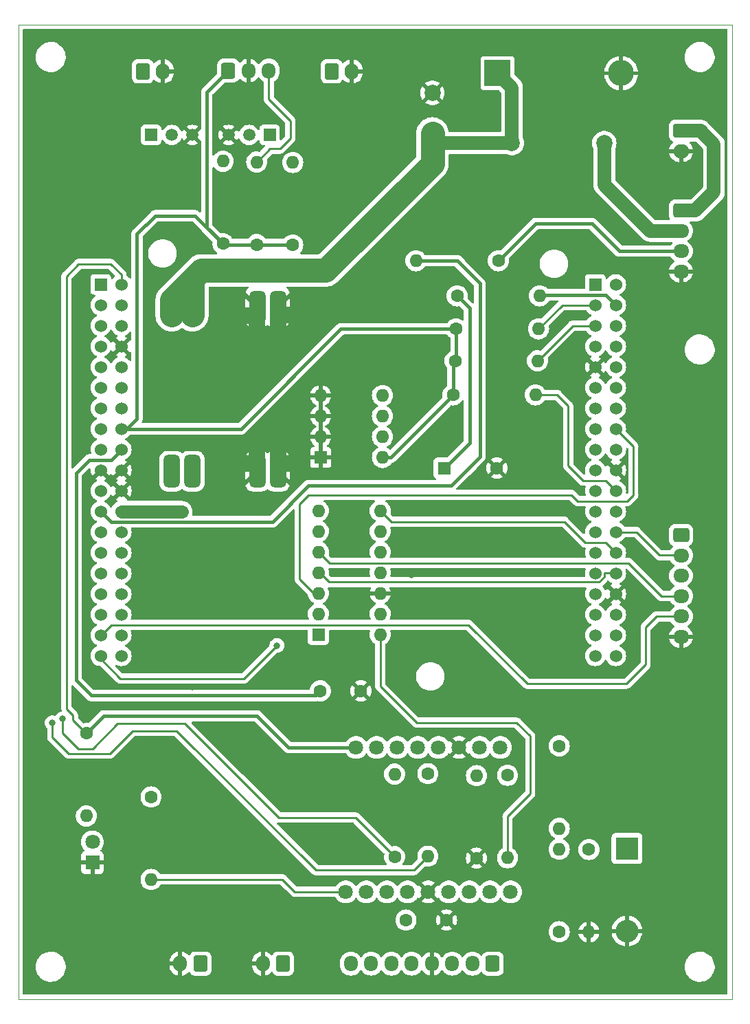
<source format=gbr>
%TF.GenerationSoftware,KiCad,Pcbnew,(7.0.0-0)*%
%TF.CreationDate,2023-07-19T10:46:02+09:00*%
%TF.ProjectId,Spct,53706374-2e6b-4696-9361-645f70636258,rev?*%
%TF.SameCoordinates,PX2540608PY1ee3f58*%
%TF.FileFunction,Copper,L1,Top*%
%TF.FilePolarity,Positive*%
%FSLAX46Y46*%
G04 Gerber Fmt 4.6, Leading zero omitted, Abs format (unit mm)*
G04 Created by KiCad (PCBNEW (7.0.0-0)) date 2023-07-19 10:46:02*
%MOMM*%
%LPD*%
G01*
G04 APERTURE LIST*
G04 Aperture macros list*
%AMRoundRect*
0 Rectangle with rounded corners*
0 $1 Rounding radius*
0 $2 $3 $4 $5 $6 $7 $8 $9 X,Y pos of 4 corners*
0 Add a 4 corners polygon primitive as box body*
4,1,4,$2,$3,$4,$5,$6,$7,$8,$9,$2,$3,0*
0 Add four circle primitives for the rounded corners*
1,1,$1+$1,$2,$3*
1,1,$1+$1,$4,$5*
1,1,$1+$1,$6,$7*
1,1,$1+$1,$8,$9*
0 Add four rect primitives between the rounded corners*
20,1,$1+$1,$2,$3,$4,$5,0*
20,1,$1+$1,$4,$5,$6,$7,0*
20,1,$1+$1,$6,$7,$8,$9,0*
20,1,$1+$1,$8,$9,$2,$3,0*%
G04 Aperture macros list end*
%TA.AperFunction,NonConductor*%
%ADD10C,0.100000*%
%TD*%
%TA.AperFunction,ComponentPad*%
%ADD11RoundRect,0.500000X0.500000X-1.500000X0.500000X1.500000X-0.500000X1.500000X-0.500000X-1.500000X0*%
%TD*%
%TA.AperFunction,ComponentPad*%
%ADD12C,1.600000*%
%TD*%
%TA.AperFunction,ComponentPad*%
%ADD13O,1.600000X1.600000*%
%TD*%
%TA.AperFunction,ComponentPad*%
%ADD14R,1.530000X1.530000*%
%TD*%
%TA.AperFunction,ComponentPad*%
%ADD15C,1.530000*%
%TD*%
%TA.AperFunction,ComponentPad*%
%ADD16R,1.600000X1.600000*%
%TD*%
%TA.AperFunction,ComponentPad*%
%ADD17R,2.800000X2.800000*%
%TD*%
%TA.AperFunction,ComponentPad*%
%ADD18O,2.800000X2.800000*%
%TD*%
%TA.AperFunction,ComponentPad*%
%ADD19R,1.800000X1.800000*%
%TD*%
%TA.AperFunction,ComponentPad*%
%ADD20C,1.800000*%
%TD*%
%TA.AperFunction,ComponentPad*%
%ADD21RoundRect,0.250000X-0.725000X0.600000X-0.725000X-0.600000X0.725000X-0.600000X0.725000X0.600000X0*%
%TD*%
%TA.AperFunction,ComponentPad*%
%ADD22O,1.950000X1.700000*%
%TD*%
%TA.AperFunction,ComponentPad*%
%ADD23RoundRect,0.250000X-0.750000X0.600000X-0.750000X-0.600000X0.750000X-0.600000X0.750000X0.600000X0*%
%TD*%
%TA.AperFunction,ComponentPad*%
%ADD24O,2.000000X1.700000*%
%TD*%
%TA.AperFunction,ComponentPad*%
%ADD25RoundRect,0.250000X0.600000X0.725000X-0.600000X0.725000X-0.600000X-0.725000X0.600000X-0.725000X0*%
%TD*%
%TA.AperFunction,ComponentPad*%
%ADD26O,1.700000X1.950000*%
%TD*%
%TA.AperFunction,ComponentPad*%
%ADD27C,2.000000*%
%TD*%
%TA.AperFunction,ComponentPad*%
%ADD28RoundRect,0.250000X0.600000X0.750000X-0.600000X0.750000X-0.600000X-0.750000X0.600000X-0.750000X0*%
%TD*%
%TA.AperFunction,ComponentPad*%
%ADD29O,1.700000X2.000000*%
%TD*%
%TA.AperFunction,ComponentPad*%
%ADD30RoundRect,0.250000X-0.600000X-0.750000X0.600000X-0.750000X0.600000X0.750000X-0.600000X0.750000X0*%
%TD*%
%TA.AperFunction,ComponentPad*%
%ADD31R,3.200000X3.200000*%
%TD*%
%TA.AperFunction,ComponentPad*%
%ADD32O,3.200000X3.200000*%
%TD*%
%TA.AperFunction,ComponentPad*%
%ADD33R,1.500000X1.500000*%
%TD*%
%TA.AperFunction,ComponentPad*%
%ADD34C,1.500000*%
%TD*%
%TA.AperFunction,ComponentPad*%
%ADD35R,2.000000X2.000000*%
%TD*%
%TA.AperFunction,ComponentPad*%
%ADD36RoundRect,0.250000X-0.600000X-0.725000X0.600000X-0.725000X0.600000X0.725000X-0.600000X0.725000X0*%
%TD*%
%TA.AperFunction,ViaPad*%
%ADD37C,0.800000*%
%TD*%
%TA.AperFunction,Conductor*%
%ADD38C,2.000000*%
%TD*%
%TA.AperFunction,Conductor*%
%ADD39C,0.400000*%
%TD*%
%TA.AperFunction,Conductor*%
%ADD40C,0.250000*%
%TD*%
%TA.AperFunction,Conductor*%
%ADD41C,3.000000*%
%TD*%
%TA.AperFunction,Conductor*%
%ADD42C,1.700000*%
%TD*%
%TA.AperFunction,Conductor*%
%ADD43C,1.600000*%
%TD*%
%TA.AperFunction,Conductor*%
%ADD44C,1.200000*%
%TD*%
G04 APERTURE END LIST*
D10*
X88000000Y-120000000D02*
X0Y-120000000D01*
X88000000Y0D02*
X88000000Y-120000000D01*
X0Y-120000000D02*
X0Y0D01*
X0Y0D02*
X88000000Y0D01*
D11*
%TO.P,U5,1,VOUT*%
%TO.N,+12V*%
X18915000Y-54988500D03*
%TO.P,U5,2,VOUT*%
X21455000Y-54988500D03*
%TO.P,U5,3,GND*%
%TO.N,GND*%
X29455000Y-54988500D03*
%TO.P,U5,4,GND*%
X31995000Y-54988500D03*
%TO.P,U5,5,GND*%
X31995000Y-34788500D03*
%TO.P,U5,6,GND*%
X29455000Y-34788500D03*
%TO.P,U5,7,VIN*%
%TO.N,+24V*%
X21455000Y-34788500D03*
%TO.P,U5,8,VIN*%
X18915000Y-34788500D03*
%TD*%
D12*
%TO.P,R1,1*%
%TO.N,Net-(J5-Pin_3)*%
X59182000Y-29083000D03*
D13*
%TO.P,R1,2*%
%TO.N,SW_LED*%
X49021999Y-29082999D03*
%TD*%
D12*
%TO.P,R7,1*%
%TO.N,DRV_EN*%
X46389000Y-102439000D03*
D13*
%TO.P,R7,2*%
%TO.N,Net-(Q2-D)*%
X46388999Y-92278999D03*
%TD*%
D12*
%TO.P,R11,1*%
%TO.N,cRPM_METER*%
X16367000Y-95096000D03*
D13*
%TO.P,R11,2*%
%TO.N,Net-(J3-Pin_8)*%
X16366999Y-105255999D03*
%TD*%
D12*
%TO.P,R6,1*%
%TO.N,Net-(U3-DIR)*%
X50489000Y-92229000D03*
D13*
%TO.P,R6,2*%
%TO.N,DIR*%
X50488999Y-102388999D03*
%TD*%
D12*
%TO.P,R12,1*%
%TO.N,Net-(BZ1--)*%
X54102000Y-33401000D03*
D13*
%TO.P,R12,2*%
%TO.N,pBuzzer*%
X64261999Y-33400999D03*
%TD*%
D12*
%TO.P,R4,1*%
%TO.N,Phase_MON*%
X66689000Y-111689000D03*
D13*
%TO.P,R4,2*%
%TO.N,Net-(D3-K)*%
X66688999Y-101528999D03*
%TD*%
D12*
%TO.P,R16,1*%
%TO.N,+3V3*%
X53848000Y-41402000D03*
D13*
%TO.P,R16,2*%
%TO.N,SDA*%
X64007999Y-41401999D03*
%TD*%
D14*
%TO.P,U1,CN7_1,PC10*%
%TO.N,DIR*%
X10164199Y-31997999D03*
D15*
%TO.P,U1,CN7_2,PC11*%
%TO.N,READY_IN*%
X12704200Y-31998000D03*
%TO.P,U1,CN7_3,PC12*%
%TO.N,DRV_EN*%
X10164200Y-34538000D03*
%TO.P,U1,CN7_4,PD2*%
%TO.N,unconnected-(U1A-PD2-PadCN7_4)*%
X12704200Y-34538000D03*
%TO.P,U1,CN7_5,VDD*%
%TO.N,unconnected-(U1A-VDD-PadCN7_5)*%
X10164200Y-37078000D03*
%TO.P,U1,CN7_6,E5V*%
%TO.N,unconnected-(U1A-E5V-PadCN7_6)*%
X12704200Y-37078000D03*
%TO.P,U1,CN7_7,BOOT0*%
%TO.N,unconnected-(U1A-BOOT0-PadCN7_7)*%
X10164200Y-39618000D03*
%TO.P,U1,CN7_8,GND_S1*%
%TO.N,GND*%
X12704200Y-39618000D03*
%TO.P,U1,CN7_9*%
%TO.N,N/C*%
X10164200Y-42158000D03*
%TO.P,U1,CN7_10*%
X12704200Y-42158000D03*
%TO.P,U1,CN7_11*%
X10164200Y-44698000D03*
%TO.P,U1,CN7_12,IOREF_S1*%
%TO.N,unconnected-(U1A-IOREF_S1-PadCN7_12)*%
X12704200Y-44698000D03*
%TO.P,U1,CN7_13,PA13*%
%TO.N,unconnected-(U1A-PA13-PadCN7_13)*%
X10164200Y-47238000D03*
%TO.P,U1,CN7_14,RESET_S1*%
%TO.N,unconnected-(U1A-RESET_S1-PadCN7_14)*%
X12704200Y-47238000D03*
%TO.P,U1,CN7_15,PA14*%
%TO.N,unconnected-(U1A-PA14-PadCN7_15)*%
X10164200Y-49778000D03*
%TO.P,U1,CN7_16,+3V3_S1*%
%TO.N,+3V3*%
X12704200Y-49778000D03*
%TO.P,U1,CN7_17,PA15*%
%TO.N,cRPM_METER*%
X10164200Y-52318000D03*
%TO.P,U1,CN7_18,+5V_S1*%
%TO.N,+5V*%
X12704200Y-52318000D03*
%TO.P,U1,CN7_19,GND_S1*%
%TO.N,GND*%
X10164200Y-54858000D03*
%TO.P,U1,CN7_20,GND_S1*%
X12704200Y-54858000D03*
%TO.P,U1,CN7_21,PB7*%
%TO.N,PWM_SPEED*%
X10164200Y-57398000D03*
%TO.P,U1,CN7_22,GND_S1*%
%TO.N,GND*%
X12704200Y-57398000D03*
%TO.P,U1,CN7_23,PC13*%
%TO.N,SW_LED*%
X10164200Y-59938000D03*
%TO.P,U1,CN7_24,VIN_S1*%
%TO.N,+12V*%
X12704200Y-59938000D03*
%TO.P,U1,CN7_25,PC14*%
%TO.N,EMO*%
X10164200Y-62478000D03*
%TO.P,U1,CN7_26*%
%TO.N,N/C*%
X12704200Y-62478000D03*
%TO.P,U1,CN7_27,PC15*%
%TO.N,Lid_Sensor*%
X10164200Y-65018000D03*
%TO.P,U1,CN7_28,PA0*%
%TO.N,unconnected-(U1A-PA0-PadCN7_28)*%
X12704200Y-65018000D03*
%TO.P,U1,CN7_29,PH0*%
%TO.N,unconnected-(U1A-PH0-PadCN7_29)*%
X10164200Y-67558000D03*
%TO.P,U1,CN7_30,PA1*%
%TO.N,unconnected-(U1A-PA1-PadCN7_30)*%
X12704200Y-67558000D03*
%TO.P,U1,CN7_31,PH1*%
%TO.N,unconnected-(U1A-PH1-PadCN7_31)*%
X10164200Y-70098000D03*
%TO.P,U1,CN7_32,PA4*%
%TO.N,unconnected-(U1A-PA4-PadCN7_32)*%
X12704200Y-70098000D03*
%TO.P,U1,CN7_33,VBAT*%
%TO.N,unconnected-(U1A-VBAT-PadCN7_33)*%
X10164200Y-72638000D03*
%TO.P,U1,CN7_34,PB0*%
%TO.N,unconnected-(U1A-PB0-PadCN7_34)*%
X12704200Y-72638000D03*
%TO.P,U1,CN7_35,PC2*%
%TO.N,MISO*%
X10164200Y-75178000D03*
%TO.P,U1,CN7_36,PC1/PB9*%
%TO.N,unconnected-(U1A-PC1{slash}PB9-PadCN7_36)*%
X12704200Y-75178000D03*
%TO.P,U1,CN7_37,PC3*%
%TO.N,MOSI*%
X10164200Y-77718000D03*
%TO.P,U1,CN7_38,PC0/PB8*%
%TO.N,unconnected-(U1A-PC0{slash}PB8-PadCN7_38)*%
X12704200Y-77718000D03*
D14*
%TO.P,U1,CN10_1,PC9*%
%TO.N,unconnected-(U1B-PC9-PadCN10_1)*%
X71124199Y-31997999D03*
D15*
%TO.P,U1,CN10_2,PC8*%
%TO.N,unconnected-(U1B-PC8-PadCN10_2)*%
X73664200Y-31998000D03*
%TO.P,U1,CN10_3,PB8*%
%TO.N,SCL*%
X71124200Y-34538000D03*
%TO.P,U1,CN10_4,PC6*%
%TO.N,pBuzzer*%
X73664200Y-34538000D03*
%TO.P,U1,CN10_5,PB9*%
%TO.N,SDA*%
X71124200Y-37078000D03*
%TO.P,U1,CN10_6,PC5*%
%TO.N,unconnected-(U1B-PC5-PadCN10_6)*%
X73664200Y-37078000D03*
%TO.P,U1,CN10_7,AVDD*%
%TO.N,unconnected-(U1B-AVDD-PadCN10_7)*%
X71124200Y-39618000D03*
%TO.P,U1,CN10_8,U5V*%
%TO.N,unconnected-(U1B-U5V-PadCN10_8)*%
X73664200Y-39618000D03*
%TO.P,U1,CN10_9,GND_S2*%
%TO.N,GND*%
X71124200Y-42158000D03*
%TO.P,U1,CN10_10*%
%TO.N,N/C*%
X73664200Y-42158000D03*
%TO.P,U1,CN10_11,PA5*%
%TO.N,unconnected-(U1B-PA5-PadCN10_11)*%
X71124200Y-44698000D03*
%TO.P,U1,CN10_12,PA12*%
%TO.N,unconnected-(U1B-PA12-PadCN10_12)*%
X73664200Y-44698000D03*
%TO.P,U1,CN10_13,PA6*%
%TO.N,unconnected-(U1B-PA6-PadCN10_13)*%
X71124200Y-47238000D03*
%TO.P,U1,CN10_14,PA11*%
%TO.N,unconnected-(U1B-PA11-PadCN10_14)*%
X73664200Y-47238000D03*
%TO.P,U1,CN10_15,PA7*%
%TO.N,unconnected-(U1B-PA7-PadCN10_15)*%
X71124200Y-49778000D03*
%TO.P,U1,CN10_16,PB12*%
%TO.N,ADC_CS*%
X73664200Y-49778000D03*
%TO.P,U1,CN10_17,PB6*%
%TO.N,unconnected-(U1B-PB6-PadCN10_17)*%
X71124200Y-52318000D03*
%TO.P,U1,CN10_18*%
%TO.N,N/C*%
X73664200Y-52318000D03*
%TO.P,U1,CN10_19,PC7*%
%TO.N,unconnected-(U1B-PC7-PadCN10_19)*%
X71124200Y-54858000D03*
%TO.P,U1,CN10_20,GND_S2*%
%TO.N,GND*%
X73664200Y-54858000D03*
%TO.P,U1,CN10_21,PA9*%
%TO.N,unconnected-(U1B-PA9-PadCN10_21)*%
X71124200Y-57398000D03*
%TO.P,U1,CN10_22,PB2*%
%TO.N,WP*%
X73664200Y-57398000D03*
%TO.P,U1,CN10_23,PA8*%
%TO.N,unconnected-(U1B-PA8-PadCN10_23)*%
X71124200Y-59938000D03*
%TO.P,U1,CN10_24,PB1*%
%TO.N,unconnected-(U1B-PB1-PadCN10_24)*%
X73664200Y-59938000D03*
%TO.P,U1,CN10_25,PB10*%
%TO.N,unconnected-(U1B-PB10-PadCN10_25)*%
X71124200Y-62478000D03*
%TO.P,U1,CN10_26,PB15*%
%TO.N,ENC_CS*%
X73664200Y-62478000D03*
%TO.P,U1,CN10_27,PB4*%
%TO.N,unconnected-(U1B-PB4-PadCN10_27)*%
X71124200Y-65018000D03*
%TO.P,U1,CN10_28,PB14*%
%TO.N,ADC_UPDATE*%
X73664200Y-65018000D03*
%TO.P,U1,CN10_29,PB5*%
%TO.N,unconnected-(U1B-PB5-PadCN10_29)*%
X71124200Y-67558000D03*
%TO.P,U1,CN10_30,PB13*%
%TO.N,SCK*%
X73664200Y-67558000D03*
%TO.P,U1,CN10_31,PB3*%
%TO.N,unconnected-(U1B-PB3-PadCN10_31)*%
X71124200Y-70098000D03*
%TO.P,U1,CN10_32,AGND*%
%TO.N,GND*%
X73664200Y-70098000D03*
%TO.P,U1,CN10_33,PA10*%
%TO.N,unconnected-(U1B-PA10-PadCN10_33)*%
X71124200Y-72638000D03*
%TO.P,U1,CN10_34,PC4*%
%TO.N,unconnected-(U1B-PC4-PadCN10_34)*%
X73664200Y-72638000D03*
%TO.P,U1,CN10_35,PA2*%
%TO.N,Phase_MON*%
X71124200Y-75178000D03*
%TO.P,U1,CN10_36*%
%TO.N,N/C*%
X73664200Y-75178000D03*
%TO.P,U1,CN10_37,PA3*%
%TO.N,TEMP*%
X71124200Y-77718000D03*
%TO.P,U1,CN10_38*%
%TO.N,N/C*%
X73664200Y-77718000D03*
%TD*%
D12*
%TO.P,R3,1*%
%TO.N,Net-(D3-K)*%
X70342000Y-101573000D03*
D13*
%TO.P,R3,2*%
%TO.N,GND*%
X70341999Y-111732999D03*
%TD*%
D12*
%TO.P,R2,1*%
%TO.N,Net-(J3-Pin_3)*%
X66689000Y-88809000D03*
D13*
%TO.P,R2,2*%
%TO.N,Net-(D3-K)*%
X66688999Y-98968999D03*
%TD*%
D16*
%TO.P,BZ1,1,-*%
%TO.N,Net-(BZ1--)*%
X52502999Y-54609999D03*
D12*
%TO.P,BZ1,2,+*%
%TO.N,GND*%
X59003000Y-54610000D03*
%TD*%
D17*
%TO.P,D3,1,K*%
%TO.N,Net-(D3-K)*%
X75040999Y-101445999D03*
D18*
%TO.P,D3,2,A*%
%TO.N,GND*%
X75040999Y-111605999D03*
%TD*%
D19*
%TO.P,D4,1,K*%
%TO.N,GND*%
X9138999Y-103183999D03*
D20*
%TO.P,D4,2,A*%
%TO.N,Net-(D4-A)*%
X9139000Y-100644000D03*
%TD*%
D12*
%TO.P,R17,1*%
%TO.N,+3V3*%
X53975000Y-37465000D03*
D13*
%TO.P,R17,2*%
%TO.N,SCL*%
X64134999Y-37464999D03*
%TD*%
D12*
%TO.P,R9,1*%
%TO.N,Net-(U3-Speed_SET)*%
X60309000Y-92429000D03*
D13*
%TO.P,R9,2*%
%TO.N,aSPEED*%
X60308999Y-102588999D03*
%TD*%
D12*
%TO.P,R18,1*%
%TO.N,+3V3*%
X53594000Y-45593000D03*
D13*
%TO.P,R18,2*%
%TO.N,WP*%
X63753999Y-45592999D03*
%TD*%
D12*
%TO.P,R5,1*%
%TO.N,READY_IN*%
X8389000Y-87279000D03*
D13*
%TO.P,R5,2*%
%TO.N,Net-(D4-A)*%
X8388999Y-97438999D03*
%TD*%
D12*
%TO.P,R10,1*%
%TO.N,GND*%
X56489000Y-102639000D03*
D13*
%TO.P,R10,2*%
%TO.N,Net-(U3-CUR_LIM)*%
X56488999Y-92478999D03*
%TD*%
D20*
%TO.P,U3,1,W1*%
%TO.N,Net-(J3-Pin_1)*%
X60690000Y-106780000D03*
%TO.P,U3,2,W2*%
%TO.N,Net-(J3-Pin_2)*%
X58150000Y-106780000D03*
%TO.P,U3,3,W3*%
%TO.N,Net-(J3-Pin_3)*%
X55610000Y-106780000D03*
%TO.P,U3,4,VCC*%
%TO.N,+24V*%
X53070000Y-106780000D03*
%TO.P,U3,5,GND*%
%TO.N,GND*%
X50530000Y-106780000D03*
%TO.P,U3,6,HALL_5V*%
%TO.N,+24V*%
X47990000Y-106780000D03*
%TO.P,U3,7,H1*%
%TO.N,Net-(J3-Pin_6)*%
X45450000Y-106780000D03*
%TO.P,U3,8,H2*%
%TO.N,Net-(J3-Pin_7)*%
X42910000Y-106780000D03*
%TO.P,U3,9,H3*%
%TO.N,Net-(J3-Pin_8)*%
X40370000Y-106780000D03*
%TO.P,U3,10,Ready*%
%TO.N,READY_IN*%
X41640000Y-89000000D03*
%TO.P,U3,11,DigIN1*%
%TO.N,unconnected-(U3-DigIN1-Pad11)*%
X44180000Y-89000000D03*
%TO.P,U3,12,DigIN2*%
%TO.N,unconnected-(U3-DigIN2-Pad12)*%
X46720000Y-89000000D03*
%TO.P,U3,13,EN*%
%TO.N,Net-(Q2-D)*%
X49260000Y-89000000D03*
%TO.P,U3,14,DIR*%
%TO.N,Net-(U3-DIR)*%
X51800000Y-89000000D03*
%TO.P,U3,15,GND*%
%TO.N,GND*%
X54340000Y-89000000D03*
%TO.P,U3,16,CUR_LIM*%
%TO.N,Net-(U3-CUR_LIM)*%
X56880000Y-89000000D03*
%TO.P,U3,17,Speed_SET*%
%TO.N,Net-(U3-Speed_SET)*%
X59420000Y-89000000D03*
%TD*%
D21*
%TO.P,J5,1,Pin_1*%
%TO.N,Net-(J1-Pin_1)*%
X81700000Y-22900000D03*
D22*
%TO.P,J5,2,Pin_2*%
%TO.N,Net-(J5-Pin_2)*%
X81699999Y-25399999D03*
%TO.P,J5,3,Pin_3*%
%TO.N,Net-(J5-Pin_3)*%
X81699999Y-27899999D03*
%TO.P,J5,4,Pin_4*%
%TO.N,GND*%
X81699999Y-30399999D03*
%TD*%
D23*
%TO.P,J1,1,Pin_1*%
%TO.N,Net-(J1-Pin_1)*%
X81700000Y-13081000D03*
D24*
%TO.P,J1,2,Pin_2*%
%TO.N,GND*%
X81699999Y-15580999D03*
%TD*%
D25*
%TO.P,J3,1,Pin_1*%
%TO.N,Net-(J3-Pin_1)*%
X58491000Y-115624000D03*
D26*
%TO.P,J3,2,Pin_2*%
%TO.N,Net-(J3-Pin_2)*%
X55990999Y-115623999D03*
%TO.P,J3,3,Pin_3*%
%TO.N,Net-(J3-Pin_3)*%
X53490999Y-115623999D03*
%TO.P,J3,4,Pin_4*%
%TO.N,GND*%
X50990999Y-115623999D03*
%TO.P,J3,5,Pin_5*%
%TO.N,+24V*%
X48490999Y-115623999D03*
%TO.P,J3,6,Pin_6*%
%TO.N,Net-(J3-Pin_6)*%
X45990999Y-115623999D03*
%TO.P,J3,7,Pin_7*%
%TO.N,Net-(J3-Pin_7)*%
X43490999Y-115623999D03*
%TO.P,J3,8,Pin_8*%
%TO.N,Net-(J3-Pin_8)*%
X40990999Y-115623999D03*
%TD*%
D12*
%TO.P,R13,1*%
%TO.N,+3V3*%
X29389000Y-27089000D03*
D13*
%TO.P,R13,2*%
%TO.N,Lid_Sensor*%
X29388999Y-16928999D03*
%TD*%
D27*
%TO.P,F1,1*%
%TO.N,+24V*%
X60848000Y-14605000D03*
%TO.P,F1,2*%
%TO.N,Net-(J5-Pin_2)*%
X72248000Y-14605000D03*
%TD*%
D28*
%TO.P,J8,1,Pin_1*%
%TO.N,PWM_SPEED*%
X22463000Y-115624000D03*
D29*
%TO.P,J8,2,Pin_2*%
%TO.N,GND*%
X19962999Y-115623999D03*
%TD*%
D30*
%TO.P,J6,1,Pin_1*%
%TO.N,TEMP*%
X38628000Y-5761000D03*
D29*
%TO.P,J6,2,Pin_2*%
%TO.N,GND*%
X41127999Y-5760999D03*
%TD*%
D31*
%TO.P,D2,1,K*%
%TO.N,+24V*%
X59079999Y-5999999D03*
D32*
%TO.P,D2,2,A*%
%TO.N,GND*%
X74319999Y-5999999D03*
%TD*%
D12*
%TO.P,R14,1*%
%TO.N,+3V3*%
X25239000Y-26989000D03*
D13*
%TO.P,R14,2*%
%TO.N,EMO*%
X25238999Y-16828999D03*
%TD*%
D12*
%TO.P,R8,1*%
%TO.N,+3V3*%
X33839000Y-27139000D03*
D13*
%TO.P,R8,2*%
%TO.N,TEMP*%
X33838999Y-16978999D03*
%TD*%
D16*
%TO.P,U4,1,A0*%
%TO.N,GND*%
X37275999Y-53298599D03*
D13*
%TO.P,U4,2,A1*%
X37275999Y-50758599D03*
%TO.P,U4,3,A2*%
X37275999Y-48218599D03*
%TO.P,U4,4,GND*%
X37275999Y-45678599D03*
%TO.P,U4,5,SDA*%
%TO.N,SDA*%
X44895999Y-45678599D03*
%TO.P,U4,6,SCL*%
%TO.N,SCL*%
X44895999Y-48218599D03*
%TO.P,U4,7,WP*%
%TO.N,WP*%
X44895999Y-50758599D03*
%TO.P,U4,8,VCC*%
%TO.N,+3V3*%
X44895999Y-53298599D03*
%TD*%
D33*
%TO.P,Q3,1,D*%
%TO.N,Net-(Q2-D)*%
X30987999Y-13588999D03*
D34*
%TO.P,Q3,2,G*%
%TO.N,Lid_Sensor*%
X28448000Y-13589000D03*
%TO.P,Q3,3,S*%
%TO.N,GND*%
X25908000Y-13589000D03*
%TD*%
D28*
%TO.P,J9,1,Pin_1*%
%TO.N,+24V*%
X32643000Y-115624000D03*
D29*
%TO.P,J9,2,Pin_2*%
%TO.N,GND*%
X30142999Y-115623999D03*
%TD*%
D21*
%TO.P,J7,1,Pin_1*%
%TO.N,+3V3*%
X81700000Y-62865000D03*
D22*
%TO.P,J7,2,Pin_2*%
%TO.N,ENC_CS*%
X81699999Y-65364999D03*
%TO.P,J7,3,Pin_3*%
%TO.N,SCK*%
X81699999Y-67864999D03*
%TO.P,J7,4,Pin_4*%
%TO.N,MOSI*%
X81699999Y-70364999D03*
%TO.P,J7,5,Pin_5*%
%TO.N,MISO*%
X81699999Y-72864999D03*
%TO.P,J7,6,Pin_6*%
%TO.N,GND*%
X81699999Y-75364999D03*
%TD*%
D35*
%TO.P,C1,1*%
%TO.N,+24V*%
X51053999Y-13416676D03*
D27*
%TO.P,C1,2*%
%TO.N,GND*%
X51054000Y-8416677D03*
%TD*%
D30*
%TO.P,J4,1,Pin_1*%
%TO.N,EMO*%
X15347000Y-5761000D03*
D29*
%TO.P,J4,2,Pin_2*%
%TO.N,GND*%
X17846999Y-5760999D03*
%TD*%
D12*
%TO.P,C3,1*%
%TO.N,+5V*%
X37231000Y-82042000D03*
%TO.P,C3,2*%
%TO.N,GND*%
X42231000Y-82042000D03*
%TD*%
%TO.P,C2,1*%
%TO.N,+24V*%
X47789000Y-110259000D03*
%TO.P,C2,2*%
%TO.N,GND*%
X52789000Y-110259000D03*
%TD*%
D33*
%TO.P,Q2,1,D*%
%TO.N,Net-(Q2-D)*%
X16382999Y-13588999D03*
D34*
%TO.P,Q2,2,G*%
%TO.N,EMO*%
X18923000Y-13589000D03*
%TO.P,Q2,3,S*%
%TO.N,GND*%
X21463000Y-13589000D03*
%TD*%
D16*
%TO.P,U2,1,VDD*%
%TO.N,+5V*%
X37000799Y-75106799D03*
D13*
%TO.P,U2,2,NC*%
%TO.N,unconnected-(U2-NC-Pad2)*%
X37000799Y-72566799D03*
%TO.P,U2,3,~{CS}*%
%TO.N,ADC_CS*%
X37000799Y-70026799D03*
%TO.P,U2,4,SCK*%
%TO.N,SCK*%
X37000799Y-67486799D03*
%TO.P,U2,5,SDI*%
%TO.N,MOSI*%
X37000799Y-64946799D03*
%TO.P,U2,6,NC*%
%TO.N,unconnected-(U2-NC-Pad6)*%
X37000799Y-62406799D03*
%TO.P,U2,7,NC*%
%TO.N,unconnected-(U2-NC-Pad7)*%
X37000799Y-59866799D03*
%TO.P,U2,8,~{LDAC}*%
%TO.N,ADC_UPDATE*%
X44620799Y-59866799D03*
%TO.P,U2,9,~{SHDN}*%
%TO.N,+5V*%
X44620799Y-62406799D03*
%TO.P,U2,10,VoutB*%
%TO.N,unconnected-(U2-VoutB-Pad10)*%
X44620799Y-64946799D03*
%TO.P,U2,11,VrefB*%
%TO.N,+5V*%
X44620799Y-67486799D03*
%TO.P,U2,12,AVSS*%
%TO.N,GND*%
X44620799Y-70026799D03*
%TO.P,U2,13,VrefA*%
%TO.N,+5V*%
X44620799Y-72566799D03*
%TO.P,U2,14,VoutA*%
%TO.N,aSPEED*%
X44620799Y-75106799D03*
%TD*%
D36*
%TO.P,J2,1,Pin_1*%
%TO.N,+3V3*%
X25888000Y-5680000D03*
D26*
%TO.P,J2,2,Pin_2*%
%TO.N,GND*%
X28387999Y-5679999D03*
%TO.P,J2,3,Pin_3*%
%TO.N,Lid_Sensor*%
X30887999Y-5679999D03*
%TD*%
D37*
%TO.N,GND*%
X21439000Y-21509000D03*
X76356600Y-89884600D03*
X67568200Y-83331400D03*
X60608600Y-82975800D03*
X62234200Y-101365400D03*
X21441800Y-76930600D03*
X43489000Y-32175800D03*
X24439000Y-102737000D03*
X48873800Y-118942200D03*
X63097800Y-76117800D03*
X80725400Y-1187800D03*
X1172600Y-8249000D03*
X7471800Y-118789800D03*
X1172600Y-79064200D03*
X40496000Y-61538200D03*
X37697800Y-109899800D03*
X4339000Y-41359000D03*
X48010200Y-43961400D03*
X86770600Y-12719400D03*
X8538600Y-25419400D03*
X37139000Y-115741800D03*
X66044200Y-46857000D03*
X4119000Y-89986200D03*
X34243400Y-14903800D03*
X1325000Y-105581800D03*
X46537000Y-41015000D03*
X79760200Y-55442200D03*
X40999800Y-95472600D03*
X40136200Y-1137000D03*
X20730600Y-93135800D03*
X7389000Y-52584000D03*
X7764000Y-38709000D03*
X20324200Y-97199800D03*
X26139000Y-35309000D03*
X12653400Y-115843400D03*
X76102600Y-64891000D03*
X39429200Y-72511000D03*
X40339400Y-118891400D03*
X19867000Y-62554200D03*
X80623800Y-118535800D03*
X75739000Y-74009000D03*
X18597000Y-1238600D03*
X6557400Y-107969400D03*
X5135000Y-102229000D03*
X39069400Y-18256600D03*
X86821400Y-22981000D03*
X47502200Y-49143000D03*
X38510600Y-85566600D03*
X34446600Y-90799000D03*
X69498600Y-53562600D03*
X27233000Y-118840600D03*
X1172600Y-54883400D03*
X59491000Y-1137000D03*
X86821400Y-98419000D03*
X65383800Y-14700600D03*
X63351800Y-63570200D03*
X49127800Y-52800600D03*
X41156400Y-71190200D03*
X20839000Y-9159000D03*
X29417400Y-984600D03*
X40445200Y-67380200D03*
X15091800Y-70987000D03*
X1172600Y-87192200D03*
X1071000Y-34004600D03*
X76763000Y-17139000D03*
X63453400Y-67634200D03*
X86669000Y-88767000D03*
X31906600Y-84347400D03*
X68635000Y-67532600D03*
X7167000Y-83534600D03*
X48416600Y-62503400D03*
X48111800Y-25978200D03*
X68482600Y-59811000D03*
X39089000Y-92659000D03*
X83671800Y-105073800D03*
X53852200Y-62909800D03*
X48467400Y-67786600D03*
X69498600Y-45891800D03*
X34649800Y-10128600D03*
X86872200Y-6979000D03*
X16615800Y-107105800D03*
X1071000Y-67939000D03*
X20679800Y-71037800D03*
X86973800Y-28619800D03*
X27131400Y-9112600D03*
X58322600Y-24606600D03*
X68584200Y-64433800D03*
X63047000Y-105835800D03*
X1375800Y-110966600D03*
X55782600Y-59557000D03*
X70413000Y-118637400D03*
X68635000Y-56763000D03*
X83316200Y-94151800D03*
X29061800Y-107359800D03*
X61878600Y-30804200D03*
X53293400Y-21253800D03*
X49788200Y-47212600D03*
X56493800Y-56051800D03*
X4389000Y-53859000D03*
X11129400Y-81451800D03*
X17733400Y-83890200D03*
X40648400Y-76727400D03*
X25639000Y-20059000D03*
X86872200Y-36392200D03*
X50245400Y-32582200D03*
X43387400Y-14446600D03*
X15142600Y-76879800D03*
X86669000Y-79775400D03*
X49788200Y-59455400D03*
X42523800Y-38932200D03*
X86872200Y-112947800D03*
X35970600Y-101467000D03*
X53852200Y-67634200D03*
X51871000Y-40811800D03*
X79049000Y-66719800D03*
X58271800Y-118891400D03*
X41900400Y-49039400D03*
X54360200Y-78048200D03*
X79760200Y-47771400D03*
X10316600Y-13176600D03*
X48416600Y-1289400D03*
X46079800Y-86328600D03*
X67669800Y-7334600D03*
X86719800Y-59963400D03*
X67439000Y-36109000D03*
X1071000Y-44215400D03*
X31539000Y-24159000D03*
X58576600Y-72612600D03*
X15091800Y-65297400D03*
X62589800Y-51327400D03*
X1223400Y-97657000D03*
X78693400Y-62401800D03*
X79201400Y-71596600D03*
X65129800Y-20695000D03*
X45521000Y-7690200D03*
X16768200Y-118789800D03*
X18039000Y-18909000D03*
X24134200Y-97403000D03*
X56689000Y-98009000D03*
X86872200Y-52749800D03*
X48873800Y-71749000D03*
X21664000Y-15609000D03*
X68685800Y-74136600D03*
X13110600Y-94253400D03*
X70819400Y-28721400D03*
X21441800Y-81553400D03*
X72495800Y-79470600D03*
X969400Y-21711000D03*
X70717800Y-1086200D03*
X8233800Y-1238600D03*
X86770600Y-68294600D03*
X26572600Y-112947800D03*
X67639000Y-41159000D03*
X86923000Y-43097800D03*
X34599000Y-5455000D03*
X61439000Y-43459000D03*
X53242600Y-48228600D03*
X78795000Y-80588200D03*
X62488200Y-59506200D03*
X79404600Y-9112600D03*
X18444600Y-90138600D03*
%TO.N,+12V*%
X20171800Y-59963400D03*
X19308200Y-59963400D03*
X17581000Y-59963400D03*
X18444600Y-59963400D03*
%TO.N,MOSI*%
X31877000Y-76454000D03*
%TO.N,DIR*%
X4175000Y-85975000D03*
%TO.N,DRV_EN*%
X5445000Y-85485000D03*
%TD*%
D38*
%TO.N,GND*%
X29439000Y-54009000D02*
X29439000Y-51885500D01*
X32039000Y-54009000D02*
X32039000Y-51885500D01*
X29439000Y-54009000D02*
X27315500Y-54009000D01*
X32039000Y-54009000D02*
X34162500Y-54009000D01*
X32039000Y-35909000D02*
X32039000Y-38032500D01*
X29439000Y-35909000D02*
X29439000Y-38032500D01*
X29439000Y-35809000D02*
X27315500Y-35809000D01*
X31995000Y-35788500D02*
X34118500Y-35788500D01*
D39*
%TO.N,+3V3*%
X53975000Y-37465000D02*
X39783000Y-37465000D01*
X39783000Y-37465000D02*
X27470000Y-49778000D01*
X27470000Y-49778000D02*
X12704200Y-49778000D01*
X12700000Y-49784000D02*
X13364000Y-49784000D01*
X13364000Y-49784000D02*
X14634600Y-48513400D01*
X14634600Y-25775000D02*
X16869800Y-23539800D01*
X16869800Y-23539800D02*
X21789800Y-23539800D01*
X14634600Y-48513400D02*
X14634600Y-25775000D01*
X21789800Y-23539800D02*
X25239000Y-26989000D01*
D40*
%TO.N,aSPEED*%
X60309000Y-102589000D02*
X60309000Y-97509000D01*
X60309000Y-97509000D02*
X63103000Y-94715000D01*
X63103000Y-94715000D02*
X63103000Y-87603000D01*
X63103000Y-87603000D02*
X61452000Y-85952000D01*
X61452000Y-85952000D02*
X49122000Y-85952000D01*
X49122000Y-85952000D02*
X44620800Y-81450800D01*
X44620800Y-81450800D02*
X44620800Y-75106800D01*
%TO.N,ADC_UPDATE*%
X44620800Y-59866800D02*
X45968000Y-61214000D01*
X45968000Y-61214000D02*
X67310000Y-61214000D01*
X67310000Y-61214000D02*
X69850000Y-63754000D01*
X69850000Y-63754000D02*
X72390000Y-63754000D01*
X72390000Y-63754000D02*
X73660000Y-65024000D01*
D39*
%TO.N,SW_LED*%
X10160000Y-59944000D02*
X11425000Y-61209000D01*
X11425000Y-61209000D02*
X31339000Y-61209000D01*
X31339000Y-61209000D02*
X35779000Y-56769000D01*
X35779000Y-56769000D02*
X53340000Y-56769000D01*
X53340000Y-56769000D02*
X56896000Y-53213000D01*
X56896000Y-53213000D02*
X56896000Y-31877000D01*
X56896000Y-31877000D02*
X54102000Y-29083000D01*
X54102000Y-29083000D02*
X49022000Y-29083000D01*
D40*
%TO.N,Lid_Sensor*%
X31029000Y-15289000D02*
X29389000Y-16929000D01*
D39*
%TO.N,+3V3*%
X53594000Y-45593000D02*
X45888400Y-53298600D01*
X45888400Y-53298600D02*
X44896000Y-53298600D01*
D40*
%TO.N,ADC_CS*%
X73660000Y-49784000D02*
X75819000Y-51943000D01*
X75819000Y-51943000D02*
X75819000Y-57912000D01*
X75819000Y-57912000D02*
X75057000Y-58674000D01*
X75057000Y-58674000D02*
X68961000Y-58674000D01*
X68961000Y-58674000D02*
X68199000Y-57912000D01*
X68199000Y-57912000D02*
X35786800Y-57912000D01*
X35786800Y-57912000D02*
X34675200Y-59023600D01*
X34675200Y-59023600D02*
X34675200Y-68269200D01*
X34675200Y-68269200D02*
X36432800Y-70026800D01*
X36432800Y-70026800D02*
X37000800Y-70026800D01*
%TO.N,MOSI*%
X37000800Y-64946800D02*
X38348000Y-66294000D01*
X38348000Y-66294000D02*
X75224000Y-66294000D01*
X75224000Y-66294000D02*
X79295000Y-70365000D01*
X79295000Y-70365000D02*
X81700000Y-70365000D01*
%TO.N,SCK*%
X37166200Y-67486800D02*
X38327400Y-68648000D01*
X38327400Y-68648000D02*
X71575693Y-68648000D01*
X71575693Y-68648000D02*
X72214200Y-68009493D01*
X72214200Y-68009493D02*
X72214200Y-67486800D01*
X72214200Y-67486800D02*
X73582800Y-67486800D01*
X73582800Y-67486800D02*
X73660000Y-67564000D01*
D41*
%TO.N,+24V*%
X22559400Y-30270800D02*
X21455000Y-31375200D01*
X21455000Y-31375200D02*
X21455000Y-35788500D01*
X51054000Y-13416677D02*
X51054000Y-17117800D01*
X51054000Y-17117800D02*
X37901000Y-30270800D01*
X22559400Y-30270800D02*
X18915000Y-33915200D01*
X37901000Y-30270800D02*
X22559400Y-30270800D01*
X18915000Y-33915200D02*
X18915000Y-35788500D01*
D39*
%TO.N,Net-(BZ1--)*%
X55626000Y-34925000D02*
X55626000Y-51487000D01*
X54102000Y-33401000D02*
X55626000Y-34925000D01*
X55626000Y-51487000D02*
X52503000Y-54610000D01*
D42*
%TO.N,+24V*%
X60862600Y-7782600D02*
X60862600Y-14590400D01*
X52242323Y-14605000D02*
X51054000Y-13416677D01*
X60848000Y-14605000D02*
X52242323Y-14605000D01*
X59080000Y-6000000D02*
X60862600Y-7782600D01*
X60862600Y-14590400D02*
X60848000Y-14605000D01*
D43*
%TO.N,+12V*%
X20171800Y-59963400D02*
X17581000Y-59963400D01*
X17561600Y-59944000D02*
X12700000Y-59944000D01*
D44*
X17581000Y-59963400D02*
X17561600Y-59944000D01*
D42*
%TO.N,Net-(J1-Pin_1)*%
X85754600Y-14751400D02*
X85754600Y-20608400D01*
X85754600Y-20608400D02*
X83463000Y-22900000D01*
X81700000Y-13081000D02*
X84084200Y-13081000D01*
X83463000Y-22900000D02*
X81700000Y-22900000D01*
X84084200Y-13081000D02*
X85754600Y-14751400D01*
%TO.N,Net-(J5-Pin_2)*%
X72248000Y-19736000D02*
X72248000Y-14605000D01*
X81700000Y-25400000D02*
X77912000Y-25400000D01*
X77912000Y-25400000D02*
X72248000Y-19736000D01*
D40*
%TO.N,Net-(J3-Pin_8)*%
X34110000Y-106780000D02*
X40370000Y-106780000D01*
X16367000Y-105256000D02*
X32586000Y-105256000D01*
X32586000Y-105256000D02*
X34110000Y-106780000D01*
D39*
%TO.N,Net-(J5-Pin_3)*%
X81700000Y-27900000D02*
X74100000Y-27900000D01*
X74100000Y-27900000D02*
X70711000Y-24511000D01*
X70711000Y-24511000D02*
X63754000Y-24511000D01*
X63754000Y-24511000D02*
X59182000Y-29083000D01*
D40*
%TO.N,ENC_CS*%
X73660000Y-62484000D02*
X76200000Y-62484000D01*
X76200000Y-62484000D02*
X79054000Y-65338000D01*
X79054000Y-65338000D02*
X81673000Y-65338000D01*
X81673000Y-65338000D02*
X81700000Y-65365000D01*
%TO.N,MOSI*%
X23876000Y-80518000D02*
X27813000Y-80518000D01*
X31496000Y-76835000D02*
X31877000Y-76454000D01*
X12573000Y-80518000D02*
X23876000Y-80518000D01*
X10160000Y-77724000D02*
X10033000Y-77851000D01*
X9906000Y-77851000D02*
X12573000Y-80518000D01*
X27813000Y-80518000D02*
X31496000Y-76835000D01*
X10033000Y-77851000D02*
X9906000Y-77851000D01*
D39*
%TO.N,+5V*%
X12700000Y-52324000D02*
X11430000Y-53594000D01*
X36652800Y-82620200D02*
X37231000Y-82042000D01*
X7112000Y-55243200D02*
X7112000Y-80711000D01*
X7112000Y-80711000D02*
X9021200Y-82620200D01*
X8761200Y-53594000D02*
X7112000Y-55243200D01*
X9021200Y-82620200D02*
X36652800Y-82620200D01*
X11430000Y-53594000D02*
X8761200Y-53594000D01*
D40*
%TO.N,MISO*%
X77339000Y-74209000D02*
X77339000Y-78809000D01*
X81700000Y-72865000D02*
X78683000Y-72865000D01*
X78683000Y-72865000D02*
X77339000Y-74209000D01*
X11430000Y-73914000D02*
X10160000Y-75184000D01*
X62738000Y-81153000D02*
X55499000Y-73914000D01*
X74995000Y-81153000D02*
X62738000Y-81153000D01*
X77339000Y-78809000D02*
X74995000Y-81153000D01*
X55499000Y-73914000D02*
X11430000Y-73914000D01*
%TO.N,Lid_Sensor*%
X30888000Y-9210000D02*
X30888000Y-5680000D01*
X30988000Y-5780000D02*
X30888000Y-5680000D01*
X32249000Y-15289000D02*
X31029000Y-15289000D01*
X33528000Y-13589000D02*
X33528000Y-11850000D01*
X33528000Y-11850000D02*
X30888000Y-9210000D01*
X33528000Y-14010000D02*
X32249000Y-15289000D01*
X33528000Y-13589000D02*
X33528000Y-14010000D01*
D39*
%TO.N,+3V3*%
X53975000Y-37465000D02*
X53975000Y-41275000D01*
X23239000Y-8329000D02*
X25888000Y-5680000D01*
X23239000Y-25009000D02*
X23239000Y-8329000D01*
X25239000Y-26989000D02*
X25219000Y-26989000D01*
X25219000Y-26989000D02*
X23239000Y-25009000D01*
X53594000Y-41656000D02*
X53848000Y-41402000D01*
X25339000Y-27089000D02*
X25239000Y-26989000D01*
X53594000Y-45593000D02*
X53594000Y-41656000D01*
X33401000Y-27089000D02*
X25339000Y-27089000D01*
X53975000Y-41275000D02*
X53848000Y-41402000D01*
D40*
%TO.N,DIR*%
X48769000Y-104109000D02*
X50489000Y-102389000D01*
X19542000Y-86968000D02*
X36683000Y-104109000D01*
X11287000Y-89762000D02*
X14081000Y-86968000D01*
X36683000Y-104109000D02*
X48769000Y-104109000D01*
X4175000Y-85975000D02*
X4175000Y-87730000D01*
X14081000Y-86968000D02*
X19542000Y-86968000D01*
X4175000Y-87730000D02*
X6207000Y-89762000D01*
X6207000Y-89762000D02*
X11287000Y-89762000D01*
%TO.N,DRV_EN*%
X9139000Y-89159000D02*
X12219000Y-86079000D01*
X20558000Y-86079000D02*
X32115000Y-97636000D01*
X5445000Y-87222000D02*
X7382000Y-89159000D01*
X12219000Y-86079000D02*
X20558000Y-86079000D01*
X5445000Y-85485000D02*
X5445000Y-87222000D01*
X41586000Y-97636000D02*
X46689000Y-102739000D01*
X32115000Y-97636000D02*
X41586000Y-97636000D01*
X7382000Y-89159000D02*
X9139000Y-89159000D01*
D39*
%TO.N,pBuzzer*%
X64262000Y-33401000D02*
X64389000Y-33274000D01*
X64389000Y-33274000D02*
X72390000Y-33274000D01*
X72390000Y-33274000D02*
X73660000Y-34544000D01*
D40*
%TO.N,SDA*%
X68326000Y-37084000D02*
X71120000Y-37084000D01*
X64008000Y-41402000D02*
X68326000Y-37084000D01*
%TO.N,SCL*%
X64135000Y-37465000D02*
X67056000Y-34544000D01*
X67056000Y-34544000D02*
X71120000Y-34544000D01*
%TO.N,WP*%
X69596000Y-56134000D02*
X72390000Y-56134000D01*
X66423000Y-45593000D02*
X67789000Y-46959000D01*
X72390000Y-56134000D02*
X73660000Y-57404000D01*
X67789000Y-54327000D02*
X69596000Y-56134000D01*
X67789000Y-46959000D02*
X67789000Y-54327000D01*
X63754000Y-45593000D02*
X66423000Y-45593000D01*
%TO.N,READY_IN*%
X11414000Y-29484000D02*
X12704200Y-30774200D01*
D39*
X41640000Y-89000000D02*
X33308000Y-89000000D01*
D40*
X5939000Y-30984000D02*
X7439000Y-29484000D01*
D39*
X33308000Y-89000000D02*
X29417400Y-85109400D01*
X10558600Y-85109400D02*
X8389000Y-87279000D01*
X29417400Y-85109400D02*
X10558600Y-85109400D01*
X8389000Y-87279000D02*
X8370371Y-87279000D01*
D40*
X8370371Y-87279000D02*
X6739000Y-85647629D01*
X12704200Y-30774200D02*
X12704200Y-31998000D01*
X6739000Y-85647629D02*
X6739000Y-85059000D01*
X5939000Y-84259000D02*
X5939000Y-30984000D01*
X6739000Y-85059000D02*
X5939000Y-84259000D01*
X7439000Y-29484000D02*
X11414000Y-29484000D01*
%TD*%
%TA.AperFunction,Conductor*%
%TO.N,GND*%
G36*
X32035981Y-98261500D02*
G01*
X32056017Y-98261500D01*
X32075415Y-98263027D01*
X32087486Y-98264939D01*
X32087487Y-98264939D01*
X32095196Y-98266160D01*
X32133276Y-98262560D01*
X32138676Y-98262050D01*
X32150345Y-98261500D01*
X41275548Y-98261500D01*
X41323001Y-98270939D01*
X41363229Y-98297819D01*
X45089586Y-102024177D01*
X45121680Y-102079763D01*
X45121680Y-102143950D01*
X45104765Y-102207079D01*
X45104762Y-102207090D01*
X45103365Y-102212308D01*
X45102893Y-102217693D01*
X45102893Y-102217698D01*
X45088378Y-102383605D01*
X45083532Y-102439000D01*
X45084004Y-102444395D01*
X45102039Y-102650542D01*
X45103365Y-102665692D01*
X45104762Y-102670907D01*
X45104764Y-102670916D01*
X45160858Y-102880263D01*
X45160861Y-102880271D01*
X45162261Y-102885496D01*
X45164549Y-102890403D01*
X45164550Y-102890405D01*
X45167709Y-102897180D01*
X45258432Y-103091734D01*
X45261539Y-103096171D01*
X45261540Y-103096173D01*
X45385847Y-103273704D01*
X45385850Y-103273708D01*
X45388953Y-103278139D01*
X45391232Y-103280418D01*
X45418908Y-103343313D01*
X45408352Y-103411904D01*
X45362595Y-103464080D01*
X45295969Y-103483500D01*
X36993452Y-103483500D01*
X36945999Y-103474061D01*
X36905771Y-103447181D01*
X31929381Y-98470790D01*
X31898205Y-98418450D01*
X31895718Y-98357580D01*
X31922522Y-98302871D01*
X31972145Y-98267530D01*
X32031171Y-98260265D01*
X32035981Y-98261500D01*
G37*
%TD.AperFunction*%
%TA.AperFunction,Conductor*%
G36*
X75071316Y-67025906D02*
G01*
X76939350Y-68893941D01*
X78797707Y-70752298D01*
X78805159Y-70760487D01*
X78809214Y-70766877D01*
X78838790Y-70794651D01*
X78858223Y-70812900D01*
X78861019Y-70815610D01*
X78880529Y-70835120D01*
X78883709Y-70837587D01*
X78892571Y-70845155D01*
X78906020Y-70857785D01*
X78918732Y-70869723D01*
X78918734Y-70869724D01*
X78924418Y-70875062D01*
X78931251Y-70878818D01*
X78931252Y-70878819D01*
X78941973Y-70884713D01*
X78958234Y-70895394D01*
X78974064Y-70907673D01*
X79014155Y-70925021D01*
X79024635Y-70930155D01*
X79062908Y-70951197D01*
X79082316Y-70956180D01*
X79100719Y-70962481D01*
X79111944Y-70967339D01*
X79111946Y-70967339D01*
X79119104Y-70970437D01*
X79162258Y-70977271D01*
X79173644Y-70979629D01*
X79215981Y-70990500D01*
X79236017Y-70990500D01*
X79255415Y-70992027D01*
X79267486Y-70993939D01*
X79267487Y-70993939D01*
X79275196Y-70995160D01*
X79313276Y-70991560D01*
X79318676Y-70991050D01*
X79330345Y-70990500D01*
X80299774Y-70990500D01*
X80357031Y-71004511D01*
X80401348Y-71043376D01*
X80536505Y-71236401D01*
X80703599Y-71403495D01*
X80860596Y-71513425D01*
X80899461Y-71557743D01*
X80913472Y-71615000D01*
X80899461Y-71672257D01*
X80860596Y-71716574D01*
X80703599Y-71826505D01*
X80699775Y-71830328D01*
X80699769Y-71830334D01*
X80540336Y-71989767D01*
X80540330Y-71989773D01*
X80536505Y-71993599D01*
X80533406Y-71998023D01*
X80533399Y-71998033D01*
X80401347Y-72186624D01*
X80357029Y-72225489D01*
X80299772Y-72239500D01*
X78760775Y-72239500D01*
X78749719Y-72238978D01*
X78742333Y-72237327D01*
X78734545Y-72237571D01*
X78734538Y-72237571D01*
X78675127Y-72239439D01*
X78671232Y-72239500D01*
X78643650Y-72239500D01*
X78639805Y-72239985D01*
X78639780Y-72239987D01*
X78639653Y-72240004D01*
X78628034Y-72240918D01*
X78592172Y-72242045D01*
X78592165Y-72242046D01*
X78584373Y-72242291D01*
X78576888Y-72244465D01*
X78576872Y-72244468D01*
X78565126Y-72247881D01*
X78546083Y-72251825D01*
X78533949Y-72253358D01*
X78533948Y-72253358D01*
X78526208Y-72254336D01*
X78518958Y-72257205D01*
X78518951Y-72257208D01*
X78485598Y-72270413D01*
X78474554Y-72274194D01*
X78440101Y-72284204D01*
X78440090Y-72284208D01*
X78432610Y-72286382D01*
X78425898Y-72290351D01*
X78425896Y-72290352D01*
X78415364Y-72296580D01*
X78397904Y-72305134D01*
X78386519Y-72309642D01*
X78386513Y-72309644D01*
X78379268Y-72312514D01*
X78372963Y-72317094D01*
X78372955Y-72317099D01*
X78343932Y-72338185D01*
X78334174Y-72344595D01*
X78303296Y-72362857D01*
X78303290Y-72362861D01*
X78296580Y-72366830D01*
X78291067Y-72372341D01*
X78291060Y-72372348D01*
X78282410Y-72380998D01*
X78267627Y-72393624D01*
X78257726Y-72400817D01*
X78257716Y-72400826D01*
X78251413Y-72405406D01*
X78246444Y-72411411D01*
X78246441Y-72411415D01*
X78223572Y-72439059D01*
X78215711Y-72447697D01*
X76951696Y-73711711D01*
X76943511Y-73719159D01*
X76937123Y-73723214D01*
X76931788Y-73728894D01*
X76931783Y-73728899D01*
X76891096Y-73772225D01*
X76888392Y-73775016D01*
X76871628Y-73791780D01*
X76871621Y-73791787D01*
X76868880Y-73794529D01*
X76866500Y-73797596D01*
X76866489Y-73797609D01*
X76866400Y-73797725D01*
X76858842Y-73806570D01*
X76834280Y-73832727D01*
X76834273Y-73832736D01*
X76828938Y-73838418D01*
X76825182Y-73845249D01*
X76825179Y-73845254D01*
X76819285Y-73855975D01*
X76808609Y-73872227D01*
X76801109Y-73881896D01*
X76801101Y-73881907D01*
X76796327Y-73888064D01*
X76793234Y-73895208D01*
X76793229Y-73895219D01*
X76778974Y-73928160D01*
X76773838Y-73938643D01*
X76752803Y-73976908D01*
X76750864Y-73984456D01*
X76750863Y-73984461D01*
X76747822Y-73996307D01*
X76741521Y-74014711D01*
X76736658Y-74025948D01*
X76736656Y-74025952D01*
X76733562Y-74033104D01*
X76732342Y-74040803D01*
X76732342Y-74040805D01*
X76726729Y-74076241D01*
X76724361Y-74087676D01*
X76715438Y-74122428D01*
X76715436Y-74122436D01*
X76713500Y-74129981D01*
X76713500Y-74137777D01*
X76713500Y-74150017D01*
X76711974Y-74169402D01*
X76708840Y-74189196D01*
X76709574Y-74196961D01*
X76709574Y-74196964D01*
X76712950Y-74232676D01*
X76713500Y-74244345D01*
X76713500Y-78498548D01*
X76704061Y-78546001D01*
X76677181Y-78586229D01*
X74772228Y-80491181D01*
X74732000Y-80518061D01*
X74684547Y-80527500D01*
X63048452Y-80527500D01*
X63000999Y-80518061D01*
X62960771Y-80491181D01*
X55996286Y-73526695D01*
X55988842Y-73518514D01*
X55984786Y-73512123D01*
X55935775Y-73466098D01*
X55932978Y-73463387D01*
X55916227Y-73446636D01*
X55916226Y-73446635D01*
X55913471Y-73443880D01*
X55910290Y-73441412D01*
X55901414Y-73433830D01*
X55875269Y-73409278D01*
X55875267Y-73409276D01*
X55869582Y-73403938D01*
X55862749Y-73400182D01*
X55862743Y-73400177D01*
X55852025Y-73394285D01*
X55835766Y-73383606D01*
X55826095Y-73376104D01*
X55826092Y-73376102D01*
X55819936Y-73371327D01*
X55812779Y-73368229D01*
X55812776Y-73368228D01*
X55779849Y-73353978D01*
X55769363Y-73348841D01*
X55737932Y-73331562D01*
X55737923Y-73331558D01*
X55731092Y-73327803D01*
X55723535Y-73325862D01*
X55723531Y-73325861D01*
X55711688Y-73322820D01*
X55693284Y-73316519D01*
X55682057Y-73311660D01*
X55682050Y-73311658D01*
X55674896Y-73308562D01*
X55667192Y-73307341D01*
X55667190Y-73307341D01*
X55631759Y-73301729D01*
X55620324Y-73299361D01*
X55585571Y-73290438D01*
X55585563Y-73290437D01*
X55578019Y-73288500D01*
X55570223Y-73288500D01*
X55557983Y-73288500D01*
X55538597Y-73286974D01*
X55518804Y-73283840D01*
X55511038Y-73284574D01*
X55511035Y-73284574D01*
X55475324Y-73287950D01*
X55463655Y-73288500D01*
X45913850Y-73288500D01*
X45854207Y-73273214D01*
X45809269Y-73231125D01*
X45790115Y-73172610D01*
X45801468Y-73112095D01*
X45806918Y-73100408D01*
X45847539Y-73013296D01*
X45906435Y-72793492D01*
X45926268Y-72566800D01*
X45906435Y-72340108D01*
X45891456Y-72284204D01*
X45848941Y-72125536D01*
X45848940Y-72125534D01*
X45847539Y-72120304D01*
X45751368Y-71914066D01*
X45620847Y-71727661D01*
X45459939Y-71566753D01*
X45273534Y-71436232D01*
X45268631Y-71433945D01*
X45268623Y-71433941D01*
X45214934Y-71408906D01*
X45162758Y-71363149D01*
X45143339Y-71296523D01*
X45162759Y-71229898D01*
X45214935Y-71184141D01*
X45268385Y-71159217D01*
X45277712Y-71153832D01*
X45455181Y-71029567D01*
X45463447Y-71022630D01*
X45616630Y-70869447D01*
X45623567Y-70861181D01*
X45747832Y-70683712D01*
X45753220Y-70674380D01*
X45844777Y-70478034D01*
X45848469Y-70467892D01*
X45895979Y-70290580D01*
X45896347Y-70279351D01*
X45885405Y-70276800D01*
X43356195Y-70276800D01*
X43345252Y-70279351D01*
X43345620Y-70290580D01*
X43393130Y-70467892D01*
X43396822Y-70478034D01*
X43488379Y-70674380D01*
X43493767Y-70683712D01*
X43618032Y-70861181D01*
X43624969Y-70869447D01*
X43778152Y-71022630D01*
X43786418Y-71029567D01*
X43963887Y-71153832D01*
X43973223Y-71159222D01*
X44026664Y-71184142D01*
X44078840Y-71229898D01*
X44098260Y-71296523D01*
X44078841Y-71363148D01*
X44026666Y-71408906D01*
X43999668Y-71421495D01*
X43968066Y-71436232D01*
X43963633Y-71439335D01*
X43963626Y-71439340D01*
X43786096Y-71563647D01*
X43786091Y-71563650D01*
X43781661Y-71566753D01*
X43777837Y-71570576D01*
X43777831Y-71570582D01*
X43624582Y-71723831D01*
X43624576Y-71723837D01*
X43620753Y-71727661D01*
X43617650Y-71732091D01*
X43617647Y-71732096D01*
X43493340Y-71909626D01*
X43493335Y-71909633D01*
X43490232Y-71914066D01*
X43487944Y-71918972D01*
X43487942Y-71918976D01*
X43396350Y-72115394D01*
X43396347Y-72115399D01*
X43394061Y-72120304D01*
X43392662Y-72125524D01*
X43392658Y-72125536D01*
X43336564Y-72334883D01*
X43336562Y-72334894D01*
X43335165Y-72340108D01*
X43334693Y-72345493D01*
X43334693Y-72345498D01*
X43326508Y-72439059D01*
X43315332Y-72566800D01*
X43315804Y-72572195D01*
X43320825Y-72629592D01*
X43335165Y-72793492D01*
X43336562Y-72798707D01*
X43336564Y-72798716D01*
X43392658Y-73008063D01*
X43392661Y-73008071D01*
X43394061Y-73013296D01*
X43396349Y-73018203D01*
X43396350Y-73018205D01*
X43440132Y-73112095D01*
X43451485Y-73172610D01*
X43432331Y-73231125D01*
X43387393Y-73273214D01*
X43327750Y-73288500D01*
X38293850Y-73288500D01*
X38234207Y-73273214D01*
X38189269Y-73231125D01*
X38170115Y-73172610D01*
X38181468Y-73112095D01*
X38186918Y-73100408D01*
X38227539Y-73013296D01*
X38286435Y-72793492D01*
X38306268Y-72566800D01*
X38286435Y-72340108D01*
X38271456Y-72284204D01*
X38228941Y-72125536D01*
X38228940Y-72125534D01*
X38227539Y-72120304D01*
X38131368Y-71914066D01*
X38000847Y-71727661D01*
X37839939Y-71566753D01*
X37653534Y-71436232D01*
X37595524Y-71409181D01*
X37543349Y-71363425D01*
X37523930Y-71296800D01*
X37543349Y-71230175D01*
X37595525Y-71184418D01*
X37596119Y-71184141D01*
X37653534Y-71157368D01*
X37839939Y-71026847D01*
X38000847Y-70865939D01*
X38131368Y-70679534D01*
X38227539Y-70473296D01*
X38286435Y-70253492D01*
X38306268Y-70026800D01*
X38286435Y-69800108D01*
X38227539Y-69580304D01*
X38167584Y-69451732D01*
X38156646Y-69386367D01*
X38180937Y-69324703D01*
X38233517Y-69284358D01*
X38292065Y-69277687D01*
X38292097Y-69276694D01*
X38298908Y-69276908D01*
X38299364Y-69276856D01*
X38307596Y-69278160D01*
X38345676Y-69274560D01*
X38351076Y-69274050D01*
X38362745Y-69273500D01*
X43343037Y-69273500D01*
X43402680Y-69288786D01*
X43447618Y-69330875D01*
X43466772Y-69389390D01*
X43455419Y-69449905D01*
X43396822Y-69575565D01*
X43393130Y-69585707D01*
X43345620Y-69763019D01*
X43345252Y-69774248D01*
X43356195Y-69776800D01*
X45885405Y-69776800D01*
X45896347Y-69774248D01*
X45895979Y-69763019D01*
X45848469Y-69585707D01*
X45844777Y-69575565D01*
X45786181Y-69449905D01*
X45774828Y-69389390D01*
X45793982Y-69330875D01*
X45838920Y-69288786D01*
X45898563Y-69273500D01*
X69919140Y-69273500D01*
X69981139Y-69290112D01*
X70026526Y-69335498D01*
X70043140Y-69397497D01*
X70026612Y-69459184D01*
X70024058Y-69462833D01*
X70021770Y-69467738D01*
X70021768Y-69467743D01*
X69932763Y-69658616D01*
X69932760Y-69658623D01*
X69930477Y-69663520D01*
X69929080Y-69668730D01*
X69929077Y-69668741D01*
X69874566Y-69872176D01*
X69874563Y-69872189D01*
X69873165Y-69877409D01*
X69872693Y-69882798D01*
X69872692Y-69882807D01*
X69860567Y-70021405D01*
X69853866Y-70098000D01*
X69854338Y-70103395D01*
X69872692Y-70313192D01*
X69872693Y-70313199D01*
X69873165Y-70318591D01*
X69874564Y-70323812D01*
X69874566Y-70323823D01*
X69929077Y-70527258D01*
X69929079Y-70527265D01*
X69930477Y-70532480D01*
X69932761Y-70537380D01*
X69932763Y-70537383D01*
X69942252Y-70557732D01*
X70024058Y-70733167D01*
X70027165Y-70737604D01*
X70147962Y-70910120D01*
X70147965Y-70910124D01*
X70151068Y-70914555D01*
X70307645Y-71071132D01*
X70489033Y-71198142D01*
X70611700Y-71255342D01*
X70612292Y-71255618D01*
X70664468Y-71301375D01*
X70683887Y-71368000D01*
X70664468Y-71434625D01*
X70612292Y-71480382D01*
X70493943Y-71535568D01*
X70493938Y-71535570D01*
X70489033Y-71537858D01*
X70484599Y-71540962D01*
X70484595Y-71540965D01*
X70312079Y-71661762D01*
X70312069Y-71661769D01*
X70307645Y-71664868D01*
X70303819Y-71668693D01*
X70303813Y-71668699D01*
X70154899Y-71817613D01*
X70154893Y-71817619D01*
X70151068Y-71821445D01*
X70147969Y-71825869D01*
X70147962Y-71825879D01*
X70027165Y-71998395D01*
X70027162Y-71998399D01*
X70024058Y-72002833D01*
X70021769Y-72007741D01*
X70021766Y-72007747D01*
X69932763Y-72198616D01*
X69932760Y-72198623D01*
X69930477Y-72203520D01*
X69929080Y-72208730D01*
X69929077Y-72208741D01*
X69874566Y-72412176D01*
X69874563Y-72412189D01*
X69873165Y-72417409D01*
X69872693Y-72422798D01*
X69872692Y-72422807D01*
X69870515Y-72447697D01*
X69853866Y-72638000D01*
X69854338Y-72643395D01*
X69872692Y-72853192D01*
X69872693Y-72853199D01*
X69873165Y-72858591D01*
X69874564Y-72863812D01*
X69874566Y-72863823D01*
X69929077Y-73067258D01*
X69929079Y-73067265D01*
X69930477Y-73072480D01*
X69932761Y-73077380D01*
X69932763Y-73077383D01*
X69948950Y-73112096D01*
X70024058Y-73273167D01*
X70045183Y-73303336D01*
X70147962Y-73450120D01*
X70147965Y-73450124D01*
X70151068Y-73454555D01*
X70307645Y-73611132D01*
X70489033Y-73738142D01*
X70612294Y-73795619D01*
X70664467Y-73841373D01*
X70683887Y-73907998D01*
X70664468Y-73974624D01*
X70612292Y-74020381D01*
X70493943Y-74075568D01*
X70493938Y-74075570D01*
X70489033Y-74077858D01*
X70484599Y-74080962D01*
X70484595Y-74080965D01*
X70312079Y-74201762D01*
X70312069Y-74201769D01*
X70307645Y-74204868D01*
X70303819Y-74208693D01*
X70303813Y-74208699D01*
X70154899Y-74357613D01*
X70154893Y-74357619D01*
X70151068Y-74361445D01*
X70147969Y-74365869D01*
X70147962Y-74365879D01*
X70027165Y-74538395D01*
X70027162Y-74538399D01*
X70024058Y-74542833D01*
X70021769Y-74547741D01*
X70021766Y-74547747D01*
X69932763Y-74738616D01*
X69932761Y-74738621D01*
X69930477Y-74743520D01*
X69929080Y-74748730D01*
X69929077Y-74748741D01*
X69874566Y-74952176D01*
X69874563Y-74952189D01*
X69873165Y-74957409D01*
X69872693Y-74962798D01*
X69872692Y-74962807D01*
X69860583Y-75101219D01*
X69853866Y-75178000D01*
X69854338Y-75183395D01*
X69872692Y-75393192D01*
X69872693Y-75393199D01*
X69873165Y-75398591D01*
X69874564Y-75403812D01*
X69874566Y-75403823D01*
X69929077Y-75607258D01*
X69929079Y-75607265D01*
X69930477Y-75612480D01*
X69932761Y-75617380D01*
X69932763Y-75617383D01*
X69966582Y-75689908D01*
X70024058Y-75813167D01*
X70027165Y-75817604D01*
X70147962Y-75990120D01*
X70147965Y-75990124D01*
X70151068Y-75994555D01*
X70307645Y-76151132D01*
X70489033Y-76278142D01*
X70612292Y-76335618D01*
X70664468Y-76381375D01*
X70683887Y-76448000D01*
X70664468Y-76514625D01*
X70612292Y-76560382D01*
X70493943Y-76615568D01*
X70493938Y-76615570D01*
X70489033Y-76617858D01*
X70484599Y-76620962D01*
X70484595Y-76620965D01*
X70312079Y-76741762D01*
X70312069Y-76741769D01*
X70307645Y-76744868D01*
X70303819Y-76748693D01*
X70303813Y-76748699D01*
X70154899Y-76897613D01*
X70154893Y-76897619D01*
X70151068Y-76901445D01*
X70147969Y-76905869D01*
X70147962Y-76905879D01*
X70027165Y-77078395D01*
X70027162Y-77078399D01*
X70024058Y-77082833D01*
X70021769Y-77087741D01*
X70021766Y-77087747D01*
X69932763Y-77278616D01*
X69932760Y-77278623D01*
X69930477Y-77283520D01*
X69929080Y-77288730D01*
X69929077Y-77288741D01*
X69874566Y-77492176D01*
X69874563Y-77492189D01*
X69873165Y-77497409D01*
X69872693Y-77502798D01*
X69872692Y-77502807D01*
X69854432Y-77711524D01*
X69853866Y-77718000D01*
X69854338Y-77723395D01*
X69872692Y-77933192D01*
X69872693Y-77933199D01*
X69873165Y-77938591D01*
X69874564Y-77943812D01*
X69874566Y-77943823D01*
X69929077Y-78147258D01*
X69929079Y-78147265D01*
X69930477Y-78152480D01*
X70024058Y-78353167D01*
X70027165Y-78357604D01*
X70147962Y-78530120D01*
X70147965Y-78530124D01*
X70151068Y-78534555D01*
X70307645Y-78691132D01*
X70489033Y-78818142D01*
X70689720Y-78911723D01*
X70694940Y-78913121D01*
X70694941Y-78913122D01*
X70898376Y-78967633D01*
X70898378Y-78967633D01*
X70903609Y-78969035D01*
X71124200Y-78988334D01*
X71344791Y-78969035D01*
X71558680Y-78911723D01*
X71759367Y-78818142D01*
X71940755Y-78691132D01*
X72097332Y-78534555D01*
X72224342Y-78353167D01*
X72281818Y-78229907D01*
X72327575Y-78177732D01*
X72394200Y-78158312D01*
X72460825Y-78177732D01*
X72506581Y-78229907D01*
X72564058Y-78353167D01*
X72567165Y-78357604D01*
X72687962Y-78530120D01*
X72687965Y-78530124D01*
X72691068Y-78534555D01*
X72847645Y-78691132D01*
X73029033Y-78818142D01*
X73229720Y-78911723D01*
X73234940Y-78913121D01*
X73234941Y-78913122D01*
X73438376Y-78967633D01*
X73438378Y-78967633D01*
X73443609Y-78969035D01*
X73664200Y-78988334D01*
X73884791Y-78969035D01*
X74098680Y-78911723D01*
X74299367Y-78818142D01*
X74480755Y-78691132D01*
X74637332Y-78534555D01*
X74764342Y-78353167D01*
X74857923Y-78152480D01*
X74915235Y-77938591D01*
X74934534Y-77718000D01*
X74915235Y-77497409D01*
X74879471Y-77363939D01*
X74859322Y-77288741D01*
X74859321Y-77288740D01*
X74857923Y-77283520D01*
X74764342Y-77082833D01*
X74637332Y-76901445D01*
X74480755Y-76744868D01*
X74476324Y-76741765D01*
X74476320Y-76741762D01*
X74334211Y-76642256D01*
X74299367Y-76617858D01*
X74176107Y-76560381D01*
X74123932Y-76514625D01*
X74104512Y-76448000D01*
X74123932Y-76381375D01*
X74176108Y-76335618D01*
X74299367Y-76278142D01*
X74480755Y-76151132D01*
X74637332Y-75994555D01*
X74764342Y-75813167D01*
X74857923Y-75612480D01*
X74915235Y-75398591D01*
X74934534Y-75178000D01*
X74915235Y-74957409D01*
X74884792Y-74843797D01*
X74859322Y-74748741D01*
X74859321Y-74748740D01*
X74857923Y-74743520D01*
X74764342Y-74542833D01*
X74637332Y-74361445D01*
X74480755Y-74204868D01*
X74476324Y-74201765D01*
X74476320Y-74201762D01*
X74303804Y-74080965D01*
X74303805Y-74080965D01*
X74299367Y-74077858D01*
X74219906Y-74040805D01*
X74176107Y-74020381D01*
X74123931Y-73974624D01*
X74104512Y-73907998D01*
X74123932Y-73841373D01*
X74176105Y-73795619D01*
X74299367Y-73738142D01*
X74480755Y-73611132D01*
X74637332Y-73454555D01*
X74764342Y-73273167D01*
X74857923Y-73072480D01*
X74915235Y-72858591D01*
X74934534Y-72638000D01*
X74915235Y-72417409D01*
X74912330Y-72406569D01*
X74859322Y-72208741D01*
X74859321Y-72208740D01*
X74857923Y-72203520D01*
X74764342Y-72002833D01*
X74637332Y-71821445D01*
X74480755Y-71664868D01*
X74476324Y-71661765D01*
X74476320Y-71661762D01*
X74336197Y-71563647D01*
X74299367Y-71537858D01*
X74175515Y-71480105D01*
X74123340Y-71434349D01*
X74103921Y-71367724D01*
X74123341Y-71301099D01*
X74175517Y-71255342D01*
X74294209Y-71199995D01*
X74303545Y-71194605D01*
X74353420Y-71159682D01*
X74360851Y-71151573D01*
X74354937Y-71142290D01*
X73675742Y-70463095D01*
X73664200Y-70456431D01*
X73652657Y-70463095D01*
X72973458Y-71142293D01*
X72967547Y-71151572D01*
X72974980Y-71159683D01*
X73024844Y-71194598D01*
X73034194Y-71199996D01*
X73152883Y-71255342D01*
X73205058Y-71301099D01*
X73224478Y-71367724D01*
X73205059Y-71434349D01*
X73152883Y-71480106D01*
X73033943Y-71535568D01*
X73033938Y-71535570D01*
X73029033Y-71537858D01*
X73024599Y-71540962D01*
X73024595Y-71540965D01*
X72852079Y-71661762D01*
X72852069Y-71661769D01*
X72847645Y-71664868D01*
X72843819Y-71668693D01*
X72843813Y-71668699D01*
X72694899Y-71817613D01*
X72694893Y-71817619D01*
X72691068Y-71821445D01*
X72687969Y-71825869D01*
X72687962Y-71825879D01*
X72567165Y-71998395D01*
X72567162Y-71998399D01*
X72564058Y-72002833D01*
X72561770Y-72007738D01*
X72561768Y-72007743D01*
X72506582Y-72126092D01*
X72460825Y-72178268D01*
X72394200Y-72197687D01*
X72327575Y-72178268D01*
X72281818Y-72126092D01*
X72279119Y-72120304D01*
X72224342Y-72002833D01*
X72097332Y-71821445D01*
X71940755Y-71664868D01*
X71936324Y-71661765D01*
X71936320Y-71661762D01*
X71796197Y-71563647D01*
X71759367Y-71537858D01*
X71636107Y-71480381D01*
X71583932Y-71434625D01*
X71564512Y-71368000D01*
X71583932Y-71301375D01*
X71636108Y-71255618D01*
X71636700Y-71255342D01*
X71759367Y-71198142D01*
X71940755Y-71071132D01*
X72097332Y-70914555D01*
X72224342Y-70733167D01*
X72282095Y-70609312D01*
X72327849Y-70557141D01*
X72394474Y-70537721D01*
X72461100Y-70557140D01*
X72506857Y-70609316D01*
X72562203Y-70728005D01*
X72567601Y-70737355D01*
X72602514Y-70787217D01*
X72610627Y-70794651D01*
X72619905Y-70788740D01*
X73299104Y-70109542D01*
X73305768Y-70098000D01*
X74022631Y-70098000D01*
X74029295Y-70109542D01*
X74708490Y-70788737D01*
X74717773Y-70794651D01*
X74725882Y-70787220D01*
X74760805Y-70737345D01*
X74766193Y-70728013D01*
X74855162Y-70537217D01*
X74858854Y-70527075D01*
X74913339Y-70323730D01*
X74915211Y-70313113D01*
X74933560Y-70103395D01*
X74933560Y-70092605D01*
X74915211Y-69882886D01*
X74913339Y-69872269D01*
X74858854Y-69668924D01*
X74855162Y-69658782D01*
X74766196Y-69467994D01*
X74760798Y-69458644D01*
X74725883Y-69408780D01*
X74717772Y-69401347D01*
X74708493Y-69407258D01*
X74029295Y-70086457D01*
X74022631Y-70098000D01*
X73305768Y-70098000D01*
X73299104Y-70086457D01*
X72619905Y-69407258D01*
X72610626Y-69401347D01*
X72602515Y-69408780D01*
X72567599Y-69458647D01*
X72562204Y-69467992D01*
X72506857Y-69586683D01*
X72461100Y-69638859D01*
X72394474Y-69658278D01*
X72327849Y-69638858D01*
X72282093Y-69586682D01*
X72281818Y-69586092D01*
X72224342Y-69462833D01*
X72135181Y-69335498D01*
X72100437Y-69285879D01*
X72100435Y-69285877D01*
X72097332Y-69281445D01*
X72049765Y-69233878D01*
X72017671Y-69178291D01*
X72017671Y-69114103D01*
X72049763Y-69058518D01*
X72601510Y-68506772D01*
X72609681Y-68499337D01*
X72616077Y-68495279D01*
X72623262Y-68487626D01*
X72625302Y-68486376D01*
X72627431Y-68484616D01*
X72627681Y-68484918D01*
X72679054Y-68453432D01*
X72744490Y-68452401D01*
X72801337Y-68484824D01*
X72847645Y-68531132D01*
X72852077Y-68534235D01*
X72852079Y-68534237D01*
X72870689Y-68547268D01*
X73029033Y-68658142D01*
X73152882Y-68715893D01*
X73205058Y-68761649D01*
X73224478Y-68828274D01*
X73205059Y-68894900D01*
X73152883Y-68940657D01*
X73034192Y-68996004D01*
X73024847Y-69001399D01*
X72974980Y-69036315D01*
X72967547Y-69044426D01*
X72973458Y-69053705D01*
X73652657Y-69732904D01*
X73664200Y-69739568D01*
X73675742Y-69732904D01*
X74354940Y-69053705D01*
X74360851Y-69044427D01*
X74353417Y-69036314D01*
X74303555Y-69001401D01*
X74294205Y-68996003D01*
X74175516Y-68940657D01*
X74123340Y-68894900D01*
X74103921Y-68828274D01*
X74123341Y-68761649D01*
X74175512Y-68715895D01*
X74299367Y-68658142D01*
X74480755Y-68531132D01*
X74637332Y-68374555D01*
X74764342Y-68193167D01*
X74857923Y-67992480D01*
X74915235Y-67778591D01*
X74934534Y-67558000D01*
X74915235Y-67337409D01*
X74863861Y-67145681D01*
X74863861Y-67081495D01*
X74895955Y-67025907D01*
X74951542Y-66993813D01*
X75015729Y-66993813D01*
X75071316Y-67025906D01*
G37*
%TD.AperFunction*%
%TA.AperFunction,Conductor*%
G36*
X33998585Y-59688001D02*
G01*
X34036185Y-59732024D01*
X34049700Y-59788319D01*
X34049700Y-68191425D01*
X34049178Y-68202480D01*
X34047527Y-68209867D01*
X34047771Y-68217653D01*
X34047771Y-68217661D01*
X34049639Y-68277073D01*
X34049700Y-68280968D01*
X34049700Y-68308550D01*
X34050188Y-68312419D01*
X34050189Y-68312425D01*
X34050204Y-68312543D01*
X34051118Y-68324166D01*
X34052245Y-68360030D01*
X34052246Y-68360037D01*
X34052491Y-68367827D01*
X34054667Y-68375319D01*
X34054668Y-68375321D01*
X34058079Y-68387062D01*
X34062025Y-68406115D01*
X34064536Y-68425992D01*
X34067406Y-68433242D01*
X34067408Y-68433248D01*
X34080614Y-68466604D01*
X34084397Y-68477651D01*
X34096582Y-68519590D01*
X34100553Y-68526305D01*
X34100554Y-68526307D01*
X34106781Y-68536837D01*
X34115336Y-68554299D01*
X34119842Y-68565680D01*
X34119843Y-68565683D01*
X34122714Y-68572932D01*
X34144640Y-68603112D01*
X34148381Y-68608260D01*
X34154793Y-68618022D01*
X34173056Y-68648902D01*
X34173059Y-68648907D01*
X34177030Y-68655620D01*
X34182544Y-68661134D01*
X34182545Y-68661135D01*
X34191190Y-68669780D01*
X34203826Y-68684574D01*
X34211019Y-68694475D01*
X34211023Y-68694479D01*
X34215606Y-68700787D01*
X34221615Y-68705758D01*
X34221616Y-68705759D01*
X34249258Y-68728626D01*
X34257899Y-68736489D01*
X35677523Y-70156113D01*
X35702223Y-70191387D01*
X35713370Y-70232981D01*
X35715165Y-70253492D01*
X35716564Y-70258714D01*
X35716565Y-70258718D01*
X35772658Y-70468063D01*
X35772661Y-70468071D01*
X35774061Y-70473296D01*
X35870232Y-70679534D01*
X36000753Y-70865939D01*
X36161661Y-71026847D01*
X36348066Y-71157368D01*
X36352972Y-71159655D01*
X36352976Y-71159658D01*
X36406074Y-71184418D01*
X36458250Y-71230175D01*
X36477669Y-71296800D01*
X36458250Y-71363425D01*
X36406074Y-71409182D01*
X36352976Y-71433941D01*
X36352963Y-71433948D01*
X36348066Y-71436232D01*
X36343633Y-71439335D01*
X36343626Y-71439340D01*
X36166096Y-71563647D01*
X36166091Y-71563650D01*
X36161661Y-71566753D01*
X36157837Y-71570576D01*
X36157831Y-71570582D01*
X36004582Y-71723831D01*
X36004576Y-71723837D01*
X36000753Y-71727661D01*
X35997650Y-71732091D01*
X35997647Y-71732096D01*
X35873340Y-71909626D01*
X35873335Y-71909633D01*
X35870232Y-71914066D01*
X35867944Y-71918972D01*
X35867942Y-71918976D01*
X35776350Y-72115394D01*
X35776347Y-72115399D01*
X35774061Y-72120304D01*
X35772662Y-72125524D01*
X35772658Y-72125536D01*
X35716564Y-72334883D01*
X35716562Y-72334894D01*
X35715165Y-72340108D01*
X35714693Y-72345493D01*
X35714693Y-72345498D01*
X35706508Y-72439059D01*
X35695332Y-72566800D01*
X35695804Y-72572195D01*
X35700825Y-72629592D01*
X35715165Y-72793492D01*
X35716562Y-72798707D01*
X35716564Y-72798716D01*
X35772658Y-73008063D01*
X35772661Y-73008071D01*
X35774061Y-73013296D01*
X35776349Y-73018203D01*
X35776350Y-73018205D01*
X35820132Y-73112095D01*
X35831485Y-73172610D01*
X35812331Y-73231125D01*
X35767393Y-73273214D01*
X35707750Y-73288500D01*
X13991832Y-73288500D01*
X13932190Y-73273214D01*
X13887252Y-73231125D01*
X13868098Y-73172610D01*
X13879450Y-73112096D01*
X13887414Y-73095017D01*
X13897923Y-73072480D01*
X13955235Y-72858591D01*
X13974534Y-72638000D01*
X13955235Y-72417409D01*
X13952330Y-72406569D01*
X13899322Y-72208741D01*
X13899321Y-72208740D01*
X13897923Y-72203520D01*
X13804342Y-72002833D01*
X13677332Y-71821445D01*
X13520755Y-71664868D01*
X13516324Y-71661765D01*
X13516320Y-71661762D01*
X13376197Y-71563647D01*
X13339367Y-71537858D01*
X13216107Y-71480381D01*
X13163932Y-71434625D01*
X13144512Y-71368000D01*
X13163932Y-71301375D01*
X13216108Y-71255618D01*
X13216700Y-71255342D01*
X13339367Y-71198142D01*
X13520755Y-71071132D01*
X13677332Y-70914555D01*
X13804342Y-70733167D01*
X13897923Y-70532480D01*
X13955235Y-70318591D01*
X13974534Y-70098000D01*
X13955235Y-69877409D01*
X13897923Y-69663520D01*
X13804342Y-69462833D01*
X13715181Y-69335498D01*
X13680437Y-69285879D01*
X13680435Y-69285877D01*
X13677332Y-69281445D01*
X13520755Y-69124868D01*
X13516324Y-69121765D01*
X13516320Y-69121762D01*
X13343804Y-69000965D01*
X13343805Y-69000965D01*
X13339367Y-68997858D01*
X13263835Y-68962637D01*
X13216107Y-68940381D01*
X13163931Y-68894624D01*
X13144512Y-68827998D01*
X13163932Y-68761373D01*
X13216105Y-68715619D01*
X13339367Y-68658142D01*
X13520755Y-68531132D01*
X13677332Y-68374555D01*
X13804342Y-68193167D01*
X13897923Y-67992480D01*
X13955235Y-67778591D01*
X13974534Y-67558000D01*
X13955235Y-67337409D01*
X13897923Y-67123520D01*
X13804342Y-66922833D01*
X13677332Y-66741445D01*
X13520755Y-66584868D01*
X13516324Y-66581765D01*
X13516320Y-66581762D01*
X13343804Y-66460965D01*
X13343805Y-66460965D01*
X13339367Y-66457858D01*
X13216107Y-66400381D01*
X13163932Y-66354625D01*
X13144512Y-66288000D01*
X13163932Y-66221375D01*
X13216108Y-66175618D01*
X13339367Y-66118142D01*
X13520755Y-65991132D01*
X13677332Y-65834555D01*
X13804342Y-65653167D01*
X13897923Y-65452480D01*
X13955235Y-65238591D01*
X13974534Y-65018000D01*
X13955235Y-64797409D01*
X13932483Y-64712500D01*
X13899322Y-64588741D01*
X13899321Y-64588740D01*
X13897923Y-64583520D01*
X13804342Y-64382833D01*
X13697441Y-64230163D01*
X13680437Y-64205879D01*
X13680435Y-64205877D01*
X13677332Y-64201445D01*
X13520755Y-64044868D01*
X13516324Y-64041765D01*
X13516320Y-64041762D01*
X13343804Y-63920965D01*
X13343805Y-63920965D01*
X13339367Y-63917858D01*
X13216107Y-63860381D01*
X13163932Y-63814625D01*
X13144512Y-63748000D01*
X13163932Y-63681375D01*
X13216108Y-63635618D01*
X13216112Y-63635616D01*
X13339367Y-63578142D01*
X13520755Y-63451132D01*
X13677332Y-63294555D01*
X13804342Y-63113167D01*
X13897923Y-62912480D01*
X13955235Y-62698591D01*
X13974534Y-62478000D01*
X13955235Y-62257409D01*
X13943030Y-62211858D01*
X13903838Y-62065594D01*
X13901996Y-62009309D01*
X13925237Y-61958014D01*
X13968769Y-61922288D01*
X14023613Y-61909500D01*
X31314079Y-61909500D01*
X31321566Y-61909725D01*
X31381606Y-61913358D01*
X31440782Y-61902513D01*
X31448181Y-61901387D01*
X31507872Y-61894140D01*
X31517332Y-61890551D01*
X31538959Y-61884522D01*
X31548932Y-61882695D01*
X31603808Y-61857996D01*
X31610673Y-61855152D01*
X31666930Y-61833818D01*
X31675264Y-61828064D01*
X31694821Y-61817034D01*
X31704057Y-61812878D01*
X31751413Y-61775775D01*
X31757420Y-61771355D01*
X31806929Y-61737183D01*
X31846822Y-61692151D01*
X31851924Y-61686731D01*
X33838018Y-59700638D01*
X33887382Y-59670388D01*
X33945098Y-59665846D01*
X33998585Y-59688001D01*
G37*
%TD.AperFunction*%
%TA.AperFunction,Conductor*%
G36*
X75937001Y-63118939D02*
G01*
X75977229Y-63145819D01*
X78556707Y-65725297D01*
X78564156Y-65733483D01*
X78568214Y-65739877D01*
X78573899Y-65745215D01*
X78573901Y-65745218D01*
X78617239Y-65785915D01*
X78620036Y-65788626D01*
X78639530Y-65808120D01*
X78642615Y-65810513D01*
X78642701Y-65810580D01*
X78651573Y-65818158D01*
X78662760Y-65828663D01*
X78683418Y-65848062D01*
X78690248Y-65851817D01*
X78690251Y-65851819D01*
X78700971Y-65857712D01*
X78717222Y-65868386D01*
X78733064Y-65880674D01*
X78740221Y-65883771D01*
X78740223Y-65883772D01*
X78773155Y-65898022D01*
X78783650Y-65903164D01*
X78821908Y-65924197D01*
X78841312Y-65929179D01*
X78859714Y-65935480D01*
X78870941Y-65940338D01*
X78878105Y-65943438D01*
X78915697Y-65949391D01*
X78921239Y-65950269D01*
X78932682Y-65952639D01*
X78967425Y-65961560D01*
X78967426Y-65961560D01*
X78974981Y-65963500D01*
X78995017Y-65963500D01*
X79014402Y-65965025D01*
X79034196Y-65968160D01*
X79072276Y-65964560D01*
X79077676Y-65964050D01*
X79089345Y-65963500D01*
X80284977Y-65963500D01*
X80351605Y-65982921D01*
X80395807Y-66033326D01*
X80395970Y-66033233D01*
X80396442Y-66034051D01*
X80397359Y-66035097D01*
X80400965Y-66042829D01*
X80404072Y-66047266D01*
X80404073Y-66047268D01*
X80455302Y-66120431D01*
X80536505Y-66236401D01*
X80703599Y-66403495D01*
X80827973Y-66490582D01*
X80860596Y-66513425D01*
X80899461Y-66557743D01*
X80913472Y-66615000D01*
X80899461Y-66672257D01*
X80860596Y-66716574D01*
X80703599Y-66826505D01*
X80699775Y-66830328D01*
X80699769Y-66830334D01*
X80540336Y-66989767D01*
X80540330Y-66989773D01*
X80536505Y-66993599D01*
X80533406Y-66998023D01*
X80533399Y-66998033D01*
X80404066Y-67182740D01*
X80404061Y-67182747D01*
X80400965Y-67187170D01*
X80398683Y-67192061D01*
X80398678Y-67192072D01*
X80303386Y-67396427D01*
X80303383Y-67396432D01*
X80301097Y-67401337D01*
X80299698Y-67406557D01*
X80299694Y-67406569D01*
X80241337Y-67624365D01*
X80241335Y-67624371D01*
X80239937Y-67629592D01*
X80239465Y-67634977D01*
X80239465Y-67634982D01*
X80232260Y-67717339D01*
X80219341Y-67865000D01*
X80219813Y-67870395D01*
X80237268Y-68069908D01*
X80239937Y-68100408D01*
X80241336Y-68105630D01*
X80241337Y-68105634D01*
X80299694Y-68323430D01*
X80299697Y-68323438D01*
X80301097Y-68328663D01*
X80400965Y-68542829D01*
X80404072Y-68547266D01*
X80404073Y-68547268D01*
X80453615Y-68618022D01*
X80536505Y-68736401D01*
X80703599Y-68903495D01*
X80835715Y-68996003D01*
X80860596Y-69013425D01*
X80899461Y-69057743D01*
X80913472Y-69115000D01*
X80899461Y-69172257D01*
X80860596Y-69216575D01*
X80757468Y-69288786D01*
X80703599Y-69326505D01*
X80699775Y-69330328D01*
X80699769Y-69330334D01*
X80540336Y-69489767D01*
X80540330Y-69489773D01*
X80536505Y-69493599D01*
X80533406Y-69498023D01*
X80533399Y-69498033D01*
X80401347Y-69686624D01*
X80357029Y-69725489D01*
X80299772Y-69739500D01*
X79605453Y-69739500D01*
X79558000Y-69730061D01*
X79517772Y-69703181D01*
X75721286Y-65906695D01*
X75713842Y-65898514D01*
X75709786Y-65892123D01*
X75660775Y-65846098D01*
X75657978Y-65843387D01*
X75641227Y-65826636D01*
X75638471Y-65823880D01*
X75635290Y-65821412D01*
X75626414Y-65813830D01*
X75600269Y-65789278D01*
X75600267Y-65789276D01*
X75594582Y-65783938D01*
X75587749Y-65780182D01*
X75587743Y-65780177D01*
X75577025Y-65774285D01*
X75560766Y-65763606D01*
X75551095Y-65756104D01*
X75551092Y-65756102D01*
X75544936Y-65751327D01*
X75537779Y-65748229D01*
X75537776Y-65748228D01*
X75504849Y-65733978D01*
X75494363Y-65728841D01*
X75462932Y-65711562D01*
X75462923Y-65711558D01*
X75456092Y-65707803D01*
X75448535Y-65705862D01*
X75448531Y-65705861D01*
X75436688Y-65702820D01*
X75418284Y-65696519D01*
X75407057Y-65691660D01*
X75407050Y-65691658D01*
X75399896Y-65688562D01*
X75392192Y-65687341D01*
X75392190Y-65687341D01*
X75356759Y-65681729D01*
X75345324Y-65679361D01*
X75310571Y-65670438D01*
X75310563Y-65670437D01*
X75303019Y-65668500D01*
X75295223Y-65668500D01*
X75282983Y-65668500D01*
X75263597Y-65666974D01*
X75243804Y-65663840D01*
X75236038Y-65664574D01*
X75236035Y-65664574D01*
X75200324Y-65667950D01*
X75188655Y-65668500D01*
X74951832Y-65668500D01*
X74892190Y-65653214D01*
X74847252Y-65611125D01*
X74828098Y-65552610D01*
X74839450Y-65492096D01*
X74846148Y-65477732D01*
X74857923Y-65452480D01*
X74915235Y-65238591D01*
X74934534Y-65018000D01*
X74915235Y-64797409D01*
X74892483Y-64712500D01*
X74859322Y-64588741D01*
X74859321Y-64588740D01*
X74857923Y-64583520D01*
X74764342Y-64382833D01*
X74657441Y-64230163D01*
X74640437Y-64205879D01*
X74640435Y-64205877D01*
X74637332Y-64201445D01*
X74480755Y-64044868D01*
X74476324Y-64041765D01*
X74476320Y-64041762D01*
X74303804Y-63920965D01*
X74303805Y-63920965D01*
X74299367Y-63917858D01*
X74290670Y-63913802D01*
X74176107Y-63860381D01*
X74123931Y-63814624D01*
X74104512Y-63747998D01*
X74123932Y-63681373D01*
X74176105Y-63635619D01*
X74299367Y-63578142D01*
X74480755Y-63451132D01*
X74637332Y-63294555D01*
X74729885Y-63162375D01*
X74774203Y-63123511D01*
X74831460Y-63109500D01*
X75889548Y-63109500D01*
X75937001Y-63118939D01*
G37*
%TD.AperFunction*%
%TA.AperFunction,Conductor*%
G36*
X69890614Y-66934786D02*
G01*
X69935552Y-66976874D01*
X69954706Y-67035388D01*
X69943355Y-67095903D01*
X69932764Y-67118616D01*
X69930477Y-67123520D01*
X69929080Y-67128730D01*
X69929077Y-67128741D01*
X69874566Y-67332176D01*
X69874563Y-67332189D01*
X69873165Y-67337409D01*
X69872693Y-67342798D01*
X69872692Y-67342807D01*
X69867572Y-67401337D01*
X69853866Y-67558000D01*
X69854338Y-67563395D01*
X69872692Y-67773192D01*
X69872693Y-67773199D01*
X69873165Y-67778591D01*
X69874567Y-67783823D01*
X69896695Y-67866406D01*
X69898537Y-67922691D01*
X69875296Y-67973986D01*
X69831764Y-68009712D01*
X69776920Y-68022500D01*
X45985237Y-68022500D01*
X45930393Y-68009712D01*
X45886861Y-67973987D01*
X45863620Y-67922691D01*
X45865462Y-67866407D01*
X45871855Y-67842545D01*
X45906435Y-67713492D01*
X45926268Y-67486800D01*
X45906435Y-67260108D01*
X45868274Y-67117687D01*
X45856995Y-67075593D01*
X45855153Y-67019309D01*
X45878394Y-66968013D01*
X45921926Y-66932288D01*
X45976770Y-66919500D01*
X69830972Y-66919500D01*
X69890614Y-66934786D01*
G37*
%TD.AperFunction*%
%TA.AperFunction,Conductor*%
G36*
X43319674Y-66932288D02*
G01*
X43363206Y-66968013D01*
X43386447Y-67019309D01*
X43384605Y-67075593D01*
X43336565Y-67254882D01*
X43335165Y-67260108D01*
X43334693Y-67265493D01*
X43334693Y-67265498D01*
X43322809Y-67401337D01*
X43315332Y-67486800D01*
X43315804Y-67492194D01*
X43315804Y-67492195D01*
X43330845Y-67664121D01*
X43335165Y-67713492D01*
X43352608Y-67778591D01*
X43376138Y-67866407D01*
X43377980Y-67922691D01*
X43354739Y-67973987D01*
X43311207Y-68009712D01*
X43256363Y-68022500D01*
X38637852Y-68022500D01*
X38590399Y-68013061D01*
X38550171Y-67986181D01*
X38326601Y-67762610D01*
X38297760Y-67717339D01*
X38290754Y-67664121D01*
X38293304Y-67634982D01*
X38306268Y-67486800D01*
X38286435Y-67260108D01*
X38237650Y-67078042D01*
X38235272Y-67024631D01*
X38255604Y-66975181D01*
X38294865Y-66938889D01*
X38345757Y-66922500D01*
X38371676Y-66920050D01*
X38383345Y-66919500D01*
X43264830Y-66919500D01*
X43319674Y-66932288D01*
G37*
%TD.AperFunction*%
%TA.AperFunction,Conductor*%
G36*
X67047001Y-61848939D02*
G01*
X67087229Y-61875819D01*
X69352707Y-64141298D01*
X69360159Y-64149487D01*
X69364214Y-64155877D01*
X69392737Y-64182662D01*
X69413223Y-64201900D01*
X69416020Y-64204611D01*
X69435529Y-64224120D01*
X69438709Y-64226587D01*
X69447571Y-64234155D01*
X69461020Y-64246785D01*
X69473732Y-64258723D01*
X69473734Y-64258724D01*
X69479418Y-64264062D01*
X69486251Y-64267818D01*
X69486252Y-64267819D01*
X69496973Y-64273713D01*
X69513234Y-64284394D01*
X69529064Y-64296673D01*
X69569155Y-64314021D01*
X69579635Y-64319155D01*
X69617908Y-64340197D01*
X69637316Y-64345180D01*
X69655719Y-64351481D01*
X69666944Y-64356339D01*
X69666946Y-64356339D01*
X69674104Y-64359437D01*
X69717258Y-64366271D01*
X69728644Y-64368629D01*
X69770981Y-64379500D01*
X69791017Y-64379500D01*
X69810415Y-64381027D01*
X69830196Y-64384160D01*
X69834734Y-64383730D01*
X69891425Y-64399931D01*
X69934853Y-64442235D01*
X69953035Y-64500071D01*
X69941624Y-64559614D01*
X69932763Y-64578616D01*
X69932760Y-64578623D01*
X69930477Y-64583520D01*
X69929080Y-64588730D01*
X69929077Y-64588741D01*
X69874566Y-64792176D01*
X69874563Y-64792189D01*
X69873165Y-64797409D01*
X69872693Y-64802798D01*
X69872692Y-64802807D01*
X69860567Y-64941405D01*
X69853866Y-65018000D01*
X69854338Y-65023395D01*
X69872692Y-65233192D01*
X69872693Y-65233199D01*
X69873165Y-65238591D01*
X69874564Y-65243812D01*
X69874566Y-65243823D01*
X69929077Y-65447258D01*
X69929079Y-65447265D01*
X69930477Y-65452480D01*
X69932761Y-65457380D01*
X69932763Y-65457383D01*
X69948950Y-65492096D01*
X69960302Y-65552610D01*
X69941148Y-65611125D01*
X69896210Y-65653214D01*
X69836568Y-65668500D01*
X45913850Y-65668500D01*
X45854207Y-65653214D01*
X45809269Y-65611125D01*
X45790115Y-65552610D01*
X45801468Y-65492095D01*
X45803255Y-65488260D01*
X45847539Y-65393296D01*
X45906435Y-65173492D01*
X45926268Y-64946800D01*
X45906435Y-64720108D01*
X45847539Y-64500304D01*
X45751368Y-64294066D01*
X45620847Y-64107661D01*
X45459939Y-63946753D01*
X45273534Y-63816232D01*
X45268627Y-63813943D01*
X45268617Y-63813938D01*
X45215524Y-63789180D01*
X45163349Y-63743423D01*
X45143930Y-63676797D01*
X45163350Y-63610172D01*
X45215523Y-63564418D01*
X45273534Y-63537368D01*
X45459939Y-63406847D01*
X45620847Y-63245939D01*
X45751368Y-63059534D01*
X45847539Y-62853296D01*
X45906435Y-62633492D01*
X45926268Y-62406800D01*
X45906435Y-62180108D01*
X45857650Y-61998042D01*
X45855272Y-61944631D01*
X45875604Y-61895181D01*
X45914865Y-61858889D01*
X45965757Y-61842500D01*
X45991676Y-61840050D01*
X46003345Y-61839500D01*
X66999548Y-61839500D01*
X67047001Y-61848939D01*
G37*
%TD.AperFunction*%
%TA.AperFunction,Conductor*%
G36*
X43918723Y-58553047D02*
G01*
X43963765Y-58595790D01*
X43982437Y-58655011D01*
X43970057Y-58715858D01*
X43929730Y-58763075D01*
X43786096Y-58863647D01*
X43786091Y-58863650D01*
X43781661Y-58866753D01*
X43777837Y-58870576D01*
X43777831Y-58870582D01*
X43624582Y-59023831D01*
X43624576Y-59023837D01*
X43620753Y-59027661D01*
X43617650Y-59032091D01*
X43617647Y-59032096D01*
X43493340Y-59209626D01*
X43493335Y-59209633D01*
X43490232Y-59214066D01*
X43487944Y-59218972D01*
X43487942Y-59218976D01*
X43434281Y-59334052D01*
X43394061Y-59420304D01*
X43392662Y-59425524D01*
X43392658Y-59425536D01*
X43336564Y-59634883D01*
X43336562Y-59634894D01*
X43335165Y-59640108D01*
X43334693Y-59645493D01*
X43334693Y-59645498D01*
X43326242Y-59742098D01*
X43315332Y-59866800D01*
X43315804Y-59872195D01*
X43334692Y-60088093D01*
X43335165Y-60093492D01*
X43336562Y-60098707D01*
X43336564Y-60098716D01*
X43392658Y-60308063D01*
X43392661Y-60308071D01*
X43394061Y-60313296D01*
X43490232Y-60519534D01*
X43493339Y-60523971D01*
X43493340Y-60523973D01*
X43554739Y-60611660D01*
X43620753Y-60705939D01*
X43781661Y-60866847D01*
X43968066Y-60997368D01*
X43972972Y-60999655D01*
X43972976Y-60999658D01*
X44026074Y-61024418D01*
X44078250Y-61070175D01*
X44097669Y-61136800D01*
X44078250Y-61203425D01*
X44026074Y-61249182D01*
X43972976Y-61273941D01*
X43972963Y-61273948D01*
X43968066Y-61276232D01*
X43963633Y-61279335D01*
X43963626Y-61279340D01*
X43786096Y-61403647D01*
X43786091Y-61403650D01*
X43781661Y-61406753D01*
X43777837Y-61410576D01*
X43777831Y-61410582D01*
X43624582Y-61563831D01*
X43624576Y-61563837D01*
X43620753Y-61567661D01*
X43617650Y-61572091D01*
X43617647Y-61572096D01*
X43493340Y-61749626D01*
X43493335Y-61749633D01*
X43490232Y-61754066D01*
X43487944Y-61758972D01*
X43487942Y-61758976D01*
X43396350Y-61955394D01*
X43396347Y-61955399D01*
X43394061Y-61960304D01*
X43392662Y-61965524D01*
X43392658Y-61965536D01*
X43336564Y-62174883D01*
X43336562Y-62174894D01*
X43335165Y-62180108D01*
X43334693Y-62185493D01*
X43334693Y-62185498D01*
X43315804Y-62401405D01*
X43315332Y-62406800D01*
X43335165Y-62633492D01*
X43336562Y-62638707D01*
X43336564Y-62638716D01*
X43392658Y-62848063D01*
X43392661Y-62848071D01*
X43394061Y-62853296D01*
X43490232Y-63059534D01*
X43493339Y-63063971D01*
X43493340Y-63063973D01*
X43560855Y-63160395D01*
X43620753Y-63245939D01*
X43781661Y-63406847D01*
X43968066Y-63537368D01*
X44026076Y-63564418D01*
X44078249Y-63610173D01*
X44097669Y-63676797D01*
X44078251Y-63743422D01*
X44026076Y-63789180D01*
X43972978Y-63813941D01*
X43972973Y-63813943D01*
X43968066Y-63816232D01*
X43963633Y-63819335D01*
X43963626Y-63819340D01*
X43786096Y-63943647D01*
X43786091Y-63943650D01*
X43781661Y-63946753D01*
X43777837Y-63950576D01*
X43777831Y-63950582D01*
X43624582Y-64103831D01*
X43624576Y-64103837D01*
X43620753Y-64107661D01*
X43617650Y-64112091D01*
X43617647Y-64112096D01*
X43493340Y-64289626D01*
X43493335Y-64289633D01*
X43490232Y-64294066D01*
X43487944Y-64298972D01*
X43487942Y-64298976D01*
X43396350Y-64495394D01*
X43396347Y-64495399D01*
X43394061Y-64500304D01*
X43392662Y-64505524D01*
X43392658Y-64505536D01*
X43336564Y-64714883D01*
X43336562Y-64714894D01*
X43335165Y-64720108D01*
X43334693Y-64725493D01*
X43334693Y-64725498D01*
X43318852Y-64906569D01*
X43315332Y-64946800D01*
X43315804Y-64952195D01*
X43334692Y-65168093D01*
X43335165Y-65173492D01*
X43336562Y-65178707D01*
X43336564Y-65178716D01*
X43392658Y-65388063D01*
X43392661Y-65388071D01*
X43394061Y-65393296D01*
X43396349Y-65398203D01*
X43396350Y-65398205D01*
X43440132Y-65492095D01*
X43451485Y-65552610D01*
X43432331Y-65611125D01*
X43387393Y-65653214D01*
X43327750Y-65668500D01*
X38658453Y-65668500D01*
X38611000Y-65659061D01*
X38570772Y-65632181D01*
X38300213Y-65361622D01*
X38268119Y-65306034D01*
X38268119Y-65241847D01*
X38268992Y-65238591D01*
X38286435Y-65173492D01*
X38306268Y-64946800D01*
X38286435Y-64720108D01*
X38227539Y-64500304D01*
X38131368Y-64294066D01*
X38000847Y-64107661D01*
X37839939Y-63946753D01*
X37653534Y-63816232D01*
X37648627Y-63813943D01*
X37648617Y-63813938D01*
X37595524Y-63789180D01*
X37543349Y-63743423D01*
X37523930Y-63676797D01*
X37543350Y-63610172D01*
X37595523Y-63564418D01*
X37653534Y-63537368D01*
X37839939Y-63406847D01*
X38000847Y-63245939D01*
X38131368Y-63059534D01*
X38227539Y-62853296D01*
X38286435Y-62633492D01*
X38306268Y-62406800D01*
X38286435Y-62180108D01*
X38260180Y-62082123D01*
X38228941Y-61965536D01*
X38228940Y-61965534D01*
X38227539Y-61960304D01*
X38131368Y-61754066D01*
X38000847Y-61567661D01*
X37839939Y-61406753D01*
X37653534Y-61276232D01*
X37595524Y-61249181D01*
X37543349Y-61203425D01*
X37523930Y-61136800D01*
X37543349Y-61070175D01*
X37595525Y-61024418D01*
X37653534Y-60997368D01*
X37839939Y-60866847D01*
X38000847Y-60705939D01*
X38131368Y-60519534D01*
X38227539Y-60313296D01*
X38286435Y-60093492D01*
X38306268Y-59866800D01*
X38286435Y-59640108D01*
X38227539Y-59420304D01*
X38131368Y-59214066D01*
X38000847Y-59027661D01*
X37839939Y-58866753D01*
X37691869Y-58763074D01*
X37651543Y-58715858D01*
X37639163Y-58655011D01*
X37657835Y-58595790D01*
X37702877Y-58553047D01*
X37762993Y-58537500D01*
X43858607Y-58537500D01*
X43918723Y-58553047D01*
G37*
%TD.AperFunction*%
%TA.AperFunction,Conductor*%
G36*
X67936001Y-58546939D02*
G01*
X67976229Y-58573819D01*
X68463707Y-59061297D01*
X68471156Y-59069483D01*
X68475214Y-59075877D01*
X68480899Y-59081215D01*
X68480901Y-59081218D01*
X68524239Y-59121915D01*
X68527036Y-59124626D01*
X68546530Y-59144120D01*
X68549615Y-59146513D01*
X68549701Y-59146580D01*
X68558573Y-59154158D01*
X68571880Y-59166654D01*
X68590418Y-59184062D01*
X68597248Y-59187817D01*
X68597251Y-59187819D01*
X68607971Y-59193712D01*
X68624222Y-59204386D01*
X68640064Y-59216674D01*
X68647221Y-59219771D01*
X68647223Y-59219772D01*
X68680155Y-59234022D01*
X68690650Y-59239164D01*
X68728908Y-59260197D01*
X68748312Y-59265179D01*
X68766714Y-59271480D01*
X68777941Y-59276338D01*
X68785105Y-59279438D01*
X68822697Y-59285391D01*
X68828239Y-59286269D01*
X68839682Y-59288639D01*
X68874425Y-59297560D01*
X68874426Y-59297560D01*
X68881981Y-59299500D01*
X68902017Y-59299500D01*
X68921402Y-59301025D01*
X68941196Y-59304160D01*
X68979276Y-59300560D01*
X68984676Y-59300050D01*
X68996345Y-59299500D01*
X69830972Y-59299500D01*
X69890614Y-59314786D01*
X69935552Y-59356874D01*
X69954706Y-59415388D01*
X69943355Y-59475903D01*
X69932764Y-59498616D01*
X69930477Y-59503520D01*
X69929080Y-59508730D01*
X69929077Y-59508741D01*
X69874566Y-59712176D01*
X69874563Y-59712189D01*
X69873165Y-59717409D01*
X69872693Y-59722798D01*
X69872692Y-59722807D01*
X69866961Y-59788319D01*
X69853866Y-59938000D01*
X69854338Y-59943395D01*
X69872692Y-60153192D01*
X69872693Y-60153199D01*
X69873165Y-60158591D01*
X69874564Y-60163812D01*
X69874566Y-60163823D01*
X69929077Y-60367258D01*
X69929079Y-60367265D01*
X69930477Y-60372480D01*
X69932761Y-60377380D01*
X69932763Y-60377383D01*
X69996759Y-60514623D01*
X70024058Y-60573167D01*
X70047987Y-60607341D01*
X70147962Y-60750120D01*
X70147965Y-60750124D01*
X70151068Y-60754555D01*
X70307645Y-60911132D01*
X70489033Y-61038142D01*
X70612292Y-61095618D01*
X70664468Y-61141375D01*
X70683887Y-61208000D01*
X70664468Y-61274625D01*
X70612292Y-61320382D01*
X70493943Y-61375568D01*
X70493938Y-61375570D01*
X70489033Y-61377858D01*
X70484599Y-61380962D01*
X70484595Y-61380965D01*
X70312079Y-61501762D01*
X70312069Y-61501769D01*
X70307645Y-61504868D01*
X70303819Y-61508693D01*
X70303813Y-61508699D01*
X70154899Y-61657613D01*
X70154893Y-61657619D01*
X70151068Y-61661445D01*
X70147969Y-61665869D01*
X70147962Y-61665879D01*
X70027165Y-61838395D01*
X70027162Y-61838399D01*
X70024058Y-61842833D01*
X70021769Y-61847741D01*
X70021766Y-61847747D01*
X69932763Y-62038616D01*
X69932760Y-62038623D01*
X69930477Y-62043520D01*
X69929080Y-62048730D01*
X69929077Y-62048741D01*
X69874566Y-62252176D01*
X69874563Y-62252189D01*
X69873165Y-62257409D01*
X69872693Y-62262798D01*
X69872692Y-62262807D01*
X69860567Y-62401405D01*
X69853866Y-62478000D01*
X69854338Y-62483395D01*
X69854338Y-62483397D01*
X69862070Y-62571783D01*
X69852684Y-62631040D01*
X69816577Y-62678956D01*
X69762202Y-62704311D01*
X69702288Y-62701171D01*
X69650861Y-62670270D01*
X67807286Y-60826695D01*
X67799842Y-60818514D01*
X67795786Y-60812123D01*
X67746775Y-60766098D01*
X67743978Y-60763387D01*
X67727227Y-60746636D01*
X67724471Y-60743880D01*
X67721290Y-60741412D01*
X67712414Y-60733830D01*
X67686269Y-60709278D01*
X67686267Y-60709276D01*
X67680582Y-60703938D01*
X67673749Y-60700182D01*
X67673743Y-60700177D01*
X67663025Y-60694285D01*
X67646766Y-60683606D01*
X67637095Y-60676104D01*
X67637092Y-60676102D01*
X67630936Y-60671327D01*
X67623779Y-60668229D01*
X67623776Y-60668228D01*
X67590849Y-60653978D01*
X67580363Y-60648841D01*
X67548932Y-60631562D01*
X67548923Y-60631558D01*
X67542092Y-60627803D01*
X67534535Y-60625862D01*
X67534531Y-60625861D01*
X67522688Y-60622820D01*
X67504284Y-60616519D01*
X67493057Y-60611660D01*
X67493050Y-60611658D01*
X67485896Y-60608562D01*
X67478192Y-60607341D01*
X67478190Y-60607341D01*
X67442759Y-60601729D01*
X67431324Y-60599361D01*
X67396571Y-60590438D01*
X67396563Y-60590437D01*
X67389019Y-60588500D01*
X67381223Y-60588500D01*
X67368983Y-60588500D01*
X67349597Y-60586974D01*
X67329804Y-60583840D01*
X67322038Y-60584574D01*
X67322035Y-60584574D01*
X67286324Y-60587950D01*
X67274655Y-60588500D01*
X46278453Y-60588500D01*
X46231000Y-60579061D01*
X46190772Y-60552181D01*
X45920213Y-60281622D01*
X45888119Y-60226034D01*
X45888119Y-60161847D01*
X45888992Y-60158591D01*
X45906435Y-60093492D01*
X45926268Y-59866800D01*
X45906435Y-59640108D01*
X45847539Y-59420304D01*
X45751368Y-59214066D01*
X45620847Y-59027661D01*
X45459939Y-58866753D01*
X45311869Y-58763074D01*
X45271543Y-58715858D01*
X45259163Y-58655011D01*
X45277835Y-58595790D01*
X45322877Y-58553047D01*
X45382993Y-58537500D01*
X67888548Y-58537500D01*
X67936001Y-58546939D01*
G37*
%TD.AperFunction*%
%TA.AperFunction,Conductor*%
G36*
X75088070Y-52117184D02*
G01*
X75139492Y-52148083D01*
X75157185Y-52165776D01*
X75184062Y-52206002D01*
X75193500Y-52253453D01*
X75193500Y-57601548D01*
X75184061Y-57649002D01*
X75157182Y-57689227D01*
X75125825Y-57720585D01*
X75072322Y-57752099D01*
X75010248Y-57753723D01*
X74955170Y-57725049D01*
X74920899Y-57673268D01*
X74916607Y-57618711D01*
X74915235Y-57618591D01*
X74934062Y-57403395D01*
X74934534Y-57398000D01*
X74915235Y-57177409D01*
X74857923Y-56963520D01*
X74764342Y-56762833D01*
X74657441Y-56610163D01*
X74640437Y-56585879D01*
X74640435Y-56585877D01*
X74637332Y-56581445D01*
X74480755Y-56424868D01*
X74476324Y-56421765D01*
X74476320Y-56421762D01*
X74303804Y-56300965D01*
X74303805Y-56300965D01*
X74299367Y-56297858D01*
X74175515Y-56240105D01*
X74123340Y-56194349D01*
X74103921Y-56127724D01*
X74123341Y-56061099D01*
X74175517Y-56015342D01*
X74294209Y-55959995D01*
X74303545Y-55954605D01*
X74353420Y-55919682D01*
X74360851Y-55911573D01*
X74354937Y-55902290D01*
X73310647Y-54858000D01*
X74022631Y-54858000D01*
X74029295Y-54869542D01*
X74708490Y-55548737D01*
X74717773Y-55554651D01*
X74725882Y-55547220D01*
X74760805Y-55497345D01*
X74766193Y-55488013D01*
X74855162Y-55297217D01*
X74858854Y-55287075D01*
X74913339Y-55083730D01*
X74915211Y-55073113D01*
X74933560Y-54863395D01*
X74933560Y-54852605D01*
X74915211Y-54642886D01*
X74913339Y-54632269D01*
X74858854Y-54428924D01*
X74855162Y-54418782D01*
X74766196Y-54227994D01*
X74760798Y-54218644D01*
X74725883Y-54168780D01*
X74717772Y-54161347D01*
X74708493Y-54167258D01*
X74029295Y-54846457D01*
X74022631Y-54858000D01*
X73310647Y-54858000D01*
X72619905Y-54167258D01*
X72610626Y-54161347D01*
X72602515Y-54168780D01*
X72567599Y-54218647D01*
X72562204Y-54227992D01*
X72506857Y-54346683D01*
X72461100Y-54398859D01*
X72394474Y-54418278D01*
X72327849Y-54398858D01*
X72282093Y-54346682D01*
X72277492Y-54336814D01*
X72224342Y-54222833D01*
X72120383Y-54074365D01*
X72100437Y-54045879D01*
X72100435Y-54045877D01*
X72097332Y-54041445D01*
X71940755Y-53884868D01*
X71936324Y-53881765D01*
X71936320Y-53881762D01*
X71763804Y-53760965D01*
X71763805Y-53760965D01*
X71759367Y-53757858D01*
X71720776Y-53739863D01*
X71636107Y-53700381D01*
X71583931Y-53654624D01*
X71564512Y-53587998D01*
X71583932Y-53521373D01*
X71636105Y-53475619D01*
X71759367Y-53418142D01*
X71940755Y-53291132D01*
X72097332Y-53134555D01*
X72224342Y-52953167D01*
X72281818Y-52829907D01*
X72327575Y-52777732D01*
X72394200Y-52758312D01*
X72460825Y-52777732D01*
X72506582Y-52829908D01*
X72560244Y-52944989D01*
X72564058Y-52953167D01*
X72567165Y-52957604D01*
X72687962Y-53130120D01*
X72687965Y-53130124D01*
X72691068Y-53134555D01*
X72847645Y-53291132D01*
X72852077Y-53294235D01*
X72852079Y-53294237D01*
X72883030Y-53315909D01*
X73029033Y-53418142D01*
X73152882Y-53475893D01*
X73205058Y-53521649D01*
X73224478Y-53588274D01*
X73205059Y-53654900D01*
X73152883Y-53700657D01*
X73034192Y-53756004D01*
X73024847Y-53761399D01*
X72974980Y-53796315D01*
X72967547Y-53804426D01*
X72973458Y-53813705D01*
X73652657Y-54492904D01*
X73664200Y-54499568D01*
X73675742Y-54492904D01*
X74354940Y-53813705D01*
X74360851Y-53804427D01*
X74353417Y-53796314D01*
X74303555Y-53761401D01*
X74294205Y-53756003D01*
X74175516Y-53700657D01*
X74123340Y-53654900D01*
X74103921Y-53588274D01*
X74123341Y-53521649D01*
X74175512Y-53475895D01*
X74299367Y-53418142D01*
X74480755Y-53291132D01*
X74637332Y-53134555D01*
X74764342Y-52953167D01*
X74857923Y-52752480D01*
X74915235Y-52538591D01*
X74934534Y-52318000D01*
X74928284Y-52246572D01*
X74937671Y-52187314D01*
X74973778Y-52139398D01*
X75028155Y-52114043D01*
X75088070Y-52117184D01*
G37*
%TD.AperFunction*%
%TA.AperFunction,Conductor*%
G36*
X11151001Y-30118939D02*
G01*
X11191228Y-30145818D01*
X11891599Y-30846189D01*
X11924573Y-30905266D01*
X11921627Y-30972860D01*
X11886865Y-31024088D01*
X11887645Y-31024868D01*
X11734899Y-31177613D01*
X11734893Y-31177619D01*
X11731068Y-31181445D01*
X11727969Y-31185869D01*
X11727962Y-31185879D01*
X11655274Y-31289689D01*
X11608057Y-31330016D01*
X11547209Y-31342395D01*
X11487989Y-31323723D01*
X11445246Y-31278681D01*
X11429699Y-31218565D01*
X11429699Y-31188439D01*
X11429699Y-31185128D01*
X11423291Y-31125517D01*
X11372996Y-30990669D01*
X11286746Y-30875454D01*
X11230745Y-30833532D01*
X11178631Y-30794519D01*
X11178630Y-30794518D01*
X11171531Y-30789204D01*
X11060245Y-30747697D01*
X11043952Y-30741620D01*
X11043950Y-30741619D01*
X11036683Y-30738909D01*
X11028970Y-30738079D01*
X11028967Y-30738079D01*
X10980380Y-30732855D01*
X10980369Y-30732854D01*
X10977073Y-30732500D01*
X10973750Y-30732500D01*
X9354639Y-30732500D01*
X9354620Y-30732500D01*
X9351328Y-30732501D01*
X9348050Y-30732853D01*
X9348038Y-30732854D01*
X9299431Y-30738079D01*
X9299425Y-30738080D01*
X9291717Y-30738909D01*
X9284452Y-30741618D01*
X9284446Y-30741620D01*
X9165180Y-30786104D01*
X9165178Y-30786104D01*
X9156869Y-30789204D01*
X9149772Y-30794516D01*
X9149768Y-30794519D01*
X9048750Y-30870141D01*
X9048746Y-30870144D01*
X9041654Y-30875454D01*
X9036344Y-30882546D01*
X9036341Y-30882550D01*
X8960719Y-30983568D01*
X8960716Y-30983572D01*
X8955404Y-30990669D01*
X8952304Y-30998978D01*
X8952304Y-30998980D01*
X8907820Y-31118247D01*
X8907819Y-31118250D01*
X8905109Y-31125517D01*
X8904279Y-31133227D01*
X8904279Y-31133232D01*
X8899055Y-31181819D01*
X8899054Y-31181831D01*
X8898700Y-31185127D01*
X8898700Y-31188448D01*
X8898700Y-31188449D01*
X8898700Y-32807560D01*
X8898700Y-32807578D01*
X8898701Y-32810872D01*
X8899053Y-32814150D01*
X8899054Y-32814161D01*
X8904279Y-32862768D01*
X8904280Y-32862773D01*
X8905109Y-32870483D01*
X8907819Y-32877749D01*
X8907820Y-32877753D01*
X8915175Y-32897472D01*
X8955404Y-33005331D01*
X8960718Y-33012430D01*
X8960719Y-33012431D01*
X9026593Y-33100428D01*
X9041654Y-33120546D01*
X9156869Y-33206796D01*
X9291717Y-33257091D01*
X9351327Y-33263500D01*
X9384763Y-33263499D01*
X9444878Y-33279045D01*
X9489921Y-33321787D01*
X9508594Y-33381007D01*
X9496215Y-33441856D01*
X9455888Y-33489073D01*
X9352087Y-33561756D01*
X9352075Y-33561766D01*
X9347645Y-33564868D01*
X9343819Y-33568693D01*
X9343813Y-33568699D01*
X9194899Y-33717613D01*
X9194893Y-33717619D01*
X9191068Y-33721445D01*
X9187969Y-33725869D01*
X9187962Y-33725879D01*
X9067165Y-33898395D01*
X9067162Y-33898399D01*
X9064058Y-33902833D01*
X9061769Y-33907741D01*
X9061766Y-33907747D01*
X8972763Y-34098616D01*
X8972760Y-34098623D01*
X8970477Y-34103520D01*
X8969080Y-34108730D01*
X8969077Y-34108741D01*
X8914566Y-34312176D01*
X8914563Y-34312189D01*
X8913165Y-34317409D01*
X8912693Y-34322798D01*
X8912692Y-34322807D01*
X8905576Y-34404152D01*
X8893866Y-34538000D01*
X8894338Y-34543395D01*
X8912692Y-34753192D01*
X8912693Y-34753199D01*
X8913165Y-34758591D01*
X8914564Y-34763812D01*
X8914566Y-34763823D01*
X8969077Y-34967258D01*
X8969079Y-34967265D01*
X8970477Y-34972480D01*
X8972761Y-34977380D01*
X8972763Y-34977383D01*
X8982252Y-34997732D01*
X9064058Y-35173167D01*
X9067165Y-35177604D01*
X9187962Y-35350120D01*
X9187965Y-35350124D01*
X9191068Y-35354555D01*
X9347645Y-35511132D01*
X9529033Y-35638142D01*
X9652292Y-35695618D01*
X9704468Y-35741375D01*
X9723887Y-35808000D01*
X9704468Y-35874625D01*
X9652292Y-35920382D01*
X9533943Y-35975568D01*
X9533938Y-35975570D01*
X9529033Y-35977858D01*
X9524599Y-35980962D01*
X9524595Y-35980965D01*
X9352079Y-36101762D01*
X9352069Y-36101769D01*
X9347645Y-36104868D01*
X9343819Y-36108693D01*
X9343813Y-36108699D01*
X9194899Y-36257613D01*
X9194893Y-36257619D01*
X9191068Y-36261445D01*
X9187969Y-36265869D01*
X9187962Y-36265879D01*
X9067165Y-36438395D01*
X9067162Y-36438399D01*
X9064058Y-36442833D01*
X9061769Y-36447741D01*
X9061766Y-36447747D01*
X8972763Y-36638616D01*
X8972760Y-36638623D01*
X8970477Y-36643520D01*
X8969080Y-36648730D01*
X8969077Y-36648741D01*
X8914566Y-36852176D01*
X8914563Y-36852189D01*
X8913165Y-36857409D01*
X8912693Y-36862798D01*
X8912692Y-36862807D01*
X8901801Y-36987298D01*
X8893866Y-37078000D01*
X8894338Y-37083395D01*
X8912692Y-37293192D01*
X8912693Y-37293199D01*
X8913165Y-37298591D01*
X8914564Y-37303812D01*
X8914566Y-37303823D01*
X8969077Y-37507258D01*
X8969079Y-37507265D01*
X8970477Y-37512480D01*
X9064058Y-37713167D01*
X9067165Y-37717604D01*
X9187962Y-37890120D01*
X9187965Y-37890124D01*
X9191068Y-37894555D01*
X9347645Y-38051132D01*
X9529033Y-38178142D01*
X9625704Y-38223220D01*
X9652292Y-38235618D01*
X9704468Y-38281375D01*
X9723887Y-38348000D01*
X9704468Y-38414625D01*
X9652292Y-38460382D01*
X9533943Y-38515568D01*
X9533938Y-38515570D01*
X9529033Y-38517858D01*
X9524599Y-38520962D01*
X9524595Y-38520965D01*
X9352079Y-38641762D01*
X9352069Y-38641769D01*
X9347645Y-38644868D01*
X9343819Y-38648693D01*
X9343813Y-38648699D01*
X9194899Y-38797613D01*
X9194893Y-38797619D01*
X9191068Y-38801445D01*
X9187969Y-38805869D01*
X9187962Y-38805879D01*
X9067165Y-38978395D01*
X9067162Y-38978399D01*
X9064058Y-38982833D01*
X9061769Y-38987741D01*
X9061766Y-38987747D01*
X8972763Y-39178616D01*
X8972760Y-39178623D01*
X8970477Y-39183520D01*
X8969080Y-39188730D01*
X8969077Y-39188741D01*
X8914566Y-39392176D01*
X8914563Y-39392189D01*
X8913165Y-39397409D01*
X8912693Y-39402798D01*
X8912692Y-39402807D01*
X8901880Y-39526395D01*
X8893866Y-39618000D01*
X8894338Y-39623395D01*
X8912692Y-39833192D01*
X8912693Y-39833199D01*
X8913165Y-39838591D01*
X8914564Y-39843812D01*
X8914566Y-39843823D01*
X8969077Y-40047258D01*
X8969079Y-40047265D01*
X8970477Y-40052480D01*
X8972761Y-40057380D01*
X8972763Y-40057383D01*
X9038520Y-40198400D01*
X9064058Y-40253167D01*
X9073350Y-40266437D01*
X9187962Y-40430120D01*
X9187965Y-40430124D01*
X9191068Y-40434555D01*
X9347645Y-40591132D01*
X9352077Y-40594235D01*
X9352079Y-40594237D01*
X9359007Y-40599088D01*
X9529033Y-40718142D01*
X9606309Y-40754176D01*
X9652292Y-40775618D01*
X9704468Y-40821375D01*
X9723887Y-40888000D01*
X9704468Y-40954625D01*
X9652292Y-41000382D01*
X9533943Y-41055568D01*
X9533938Y-41055570D01*
X9529033Y-41057858D01*
X9524599Y-41060962D01*
X9524595Y-41060965D01*
X9352079Y-41181762D01*
X9352069Y-41181769D01*
X9347645Y-41184868D01*
X9343819Y-41188693D01*
X9343813Y-41188699D01*
X9194899Y-41337613D01*
X9194893Y-41337619D01*
X9191068Y-41341445D01*
X9187969Y-41345869D01*
X9187962Y-41345879D01*
X9067165Y-41518395D01*
X9067162Y-41518399D01*
X9064058Y-41522833D01*
X9061769Y-41527741D01*
X9061766Y-41527747D01*
X8972763Y-41718616D01*
X8972760Y-41718623D01*
X8970477Y-41723520D01*
X8969080Y-41728730D01*
X8969077Y-41728741D01*
X8914566Y-41932176D01*
X8914563Y-41932189D01*
X8913165Y-41937409D01*
X8912693Y-41942798D01*
X8912692Y-41942807D01*
X8902512Y-42059173D01*
X8893866Y-42158000D01*
X8894338Y-42163395D01*
X8912692Y-42373192D01*
X8912693Y-42373199D01*
X8913165Y-42378591D01*
X8914564Y-42383812D01*
X8914566Y-42383823D01*
X8969077Y-42587258D01*
X8969079Y-42587265D01*
X8970477Y-42592480D01*
X8972761Y-42597380D01*
X8972763Y-42597383D01*
X8988038Y-42630141D01*
X9064058Y-42793167D01*
X9067165Y-42797604D01*
X9187962Y-42970120D01*
X9187965Y-42970124D01*
X9191068Y-42974555D01*
X9347645Y-43131132D01*
X9529033Y-43258142D01*
X9651700Y-43315342D01*
X9652292Y-43315618D01*
X9704468Y-43361375D01*
X9723887Y-43428000D01*
X9704468Y-43494625D01*
X9652292Y-43540382D01*
X9533943Y-43595568D01*
X9533938Y-43595570D01*
X9529033Y-43597858D01*
X9524599Y-43600962D01*
X9524595Y-43600965D01*
X9352079Y-43721762D01*
X9352069Y-43721769D01*
X9347645Y-43724868D01*
X9343819Y-43728693D01*
X9343813Y-43728699D01*
X9194899Y-43877613D01*
X9194893Y-43877619D01*
X9191068Y-43881445D01*
X9187969Y-43885869D01*
X9187962Y-43885879D01*
X9067165Y-44058395D01*
X9067162Y-44058399D01*
X9064058Y-44062833D01*
X9061769Y-44067741D01*
X9061766Y-44067747D01*
X8972763Y-44258616D01*
X8972760Y-44258623D01*
X8970477Y-44263520D01*
X8969080Y-44268730D01*
X8969077Y-44268741D01*
X8914566Y-44472176D01*
X8914563Y-44472189D01*
X8913165Y-44477409D01*
X8912693Y-44482798D01*
X8912692Y-44482807D01*
X8894432Y-44691524D01*
X8893866Y-44698000D01*
X8894338Y-44703395D01*
X8912692Y-44913192D01*
X8912693Y-44913199D01*
X8913165Y-44918591D01*
X8914564Y-44923812D01*
X8914566Y-44923823D01*
X8969077Y-45127258D01*
X8969079Y-45127265D01*
X8970477Y-45132480D01*
X8972761Y-45137380D01*
X8972763Y-45137383D01*
X9019451Y-45237507D01*
X9064058Y-45333167D01*
X9067165Y-45337604D01*
X9187962Y-45510120D01*
X9187965Y-45510124D01*
X9191068Y-45514555D01*
X9347645Y-45671132D01*
X9529033Y-45798142D01*
X9575248Y-45819692D01*
X9652292Y-45855618D01*
X9704468Y-45901375D01*
X9723887Y-45968000D01*
X9704468Y-46034625D01*
X9652292Y-46080382D01*
X9533943Y-46135568D01*
X9533938Y-46135570D01*
X9529033Y-46137858D01*
X9524599Y-46140962D01*
X9524595Y-46140965D01*
X9352079Y-46261762D01*
X9352069Y-46261769D01*
X9347645Y-46264868D01*
X9343819Y-46268693D01*
X9343813Y-46268699D01*
X9194899Y-46417613D01*
X9194893Y-46417619D01*
X9191068Y-46421445D01*
X9187969Y-46425869D01*
X9187962Y-46425879D01*
X9067165Y-46598395D01*
X9067162Y-46598399D01*
X9064058Y-46602833D01*
X9061769Y-46607741D01*
X9061766Y-46607747D01*
X8972763Y-46798616D01*
X8972760Y-46798623D01*
X8970477Y-46803520D01*
X8969080Y-46808730D01*
X8969077Y-46808741D01*
X8914566Y-47012176D01*
X8914563Y-47012189D01*
X8913165Y-47017409D01*
X8912693Y-47022798D01*
X8912692Y-47022807D01*
X8894432Y-47231524D01*
X8893866Y-47238000D01*
X8894338Y-47243395D01*
X8912692Y-47453192D01*
X8912693Y-47453199D01*
X8913165Y-47458591D01*
X8914564Y-47463812D01*
X8914566Y-47463823D01*
X8969077Y-47667258D01*
X8969079Y-47667265D01*
X8970477Y-47672480D01*
X8972761Y-47677380D01*
X8972763Y-47677383D01*
X9019451Y-47777507D01*
X9064058Y-47873167D01*
X9067165Y-47877604D01*
X9187962Y-48050120D01*
X9187965Y-48050124D01*
X9191068Y-48054555D01*
X9347645Y-48211132D01*
X9352077Y-48214235D01*
X9352079Y-48214237D01*
X9364941Y-48223243D01*
X9529033Y-48338142D01*
X9652288Y-48395616D01*
X9652292Y-48395618D01*
X9704468Y-48441375D01*
X9723887Y-48508000D01*
X9704468Y-48574625D01*
X9652292Y-48620382D01*
X9533943Y-48675568D01*
X9533938Y-48675570D01*
X9529033Y-48677858D01*
X9524599Y-48680962D01*
X9524595Y-48680965D01*
X9352079Y-48801762D01*
X9352069Y-48801769D01*
X9347645Y-48804868D01*
X9343819Y-48808693D01*
X9343813Y-48808699D01*
X9194899Y-48957613D01*
X9194893Y-48957619D01*
X9191068Y-48961445D01*
X9187969Y-48965869D01*
X9187962Y-48965879D01*
X9067165Y-49138395D01*
X9067162Y-49138399D01*
X9064058Y-49142833D01*
X9061769Y-49147741D01*
X9061766Y-49147747D01*
X8972763Y-49338616D01*
X8972760Y-49338623D01*
X8970477Y-49343520D01*
X8969080Y-49348730D01*
X8969077Y-49348741D01*
X8914566Y-49552176D01*
X8914563Y-49552189D01*
X8913165Y-49557409D01*
X8912693Y-49562798D01*
X8912692Y-49562807D01*
X8894432Y-49771524D01*
X8893866Y-49778000D01*
X8894338Y-49783395D01*
X8912692Y-49993192D01*
X8912693Y-49993199D01*
X8913165Y-49998591D01*
X8914564Y-50003812D01*
X8914566Y-50003823D01*
X8969077Y-50207258D01*
X8969079Y-50207265D01*
X8970477Y-50212480D01*
X8972761Y-50217380D01*
X8972763Y-50217383D01*
X9047310Y-50377250D01*
X9064058Y-50413167D01*
X9067165Y-50417604D01*
X9187962Y-50590120D01*
X9187965Y-50590124D01*
X9191068Y-50594555D01*
X9347645Y-50751132D01*
X9529033Y-50878142D01*
X9652292Y-50935618D01*
X9704468Y-50981375D01*
X9723887Y-51048000D01*
X9704468Y-51114625D01*
X9652292Y-51160382D01*
X9533943Y-51215568D01*
X9533938Y-51215570D01*
X9529033Y-51217858D01*
X9524599Y-51220962D01*
X9524595Y-51220965D01*
X9352079Y-51341762D01*
X9352069Y-51341769D01*
X9347645Y-51344868D01*
X9343819Y-51348693D01*
X9343813Y-51348699D01*
X9194899Y-51497613D01*
X9194893Y-51497619D01*
X9191068Y-51501445D01*
X9187969Y-51505869D01*
X9187962Y-51505879D01*
X9067165Y-51678395D01*
X9067162Y-51678399D01*
X9064058Y-51682833D01*
X9061769Y-51687741D01*
X9061766Y-51687747D01*
X8972763Y-51878616D01*
X8972760Y-51878623D01*
X8970477Y-51883520D01*
X8969080Y-51888730D01*
X8969077Y-51888741D01*
X8914566Y-52092176D01*
X8914563Y-52092189D01*
X8913165Y-52097409D01*
X8912693Y-52102798D01*
X8912692Y-52102807D01*
X8900115Y-52246572D01*
X8893866Y-52318000D01*
X8894338Y-52323395D01*
X8912692Y-52533192D01*
X8912693Y-52533199D01*
X8913165Y-52538591D01*
X8914564Y-52543812D01*
X8914566Y-52543823D01*
X8966438Y-52737406D01*
X8968280Y-52793691D01*
X8945039Y-52844986D01*
X8901507Y-52880712D01*
X8846663Y-52893500D01*
X8786121Y-52893500D01*
X8778633Y-52893274D01*
X8726081Y-52890094D01*
X8726073Y-52890094D01*
X8718594Y-52889642D01*
X8711218Y-52890993D01*
X8711210Y-52890994D01*
X8659426Y-52900483D01*
X8652027Y-52901610D01*
X8599769Y-52907956D01*
X8599765Y-52907956D01*
X8592328Y-52908860D01*
X8585319Y-52911517D01*
X8585314Y-52911519D01*
X8582843Y-52912456D01*
X8561253Y-52918474D01*
X8558649Y-52918951D01*
X8558639Y-52918953D01*
X8551268Y-52920305D01*
X8544435Y-52923379D01*
X8544429Y-52923382D01*
X8496419Y-52944989D01*
X8489505Y-52947853D01*
X8440280Y-52966522D01*
X8440270Y-52966526D01*
X8433270Y-52969182D01*
X8427104Y-52973437D01*
X8427098Y-52973441D01*
X8424927Y-52974940D01*
X8405385Y-52985962D01*
X8402983Y-52987043D01*
X8402980Y-52987044D01*
X8396143Y-52990122D01*
X8390243Y-52994743D01*
X8390235Y-52994749D01*
X8348797Y-53027213D01*
X8342768Y-53031649D01*
X8299448Y-53061551D01*
X8299436Y-53061560D01*
X8293271Y-53065817D01*
X8288302Y-53071425D01*
X8288296Y-53071431D01*
X8253384Y-53110838D01*
X8248251Y-53116290D01*
X6776181Y-54588361D01*
X6726818Y-54618611D01*
X6669102Y-54623153D01*
X6615615Y-54600998D01*
X6578015Y-54556975D01*
X6564500Y-54500680D01*
X6564500Y-31294452D01*
X6573939Y-31246999D01*
X6600819Y-31206771D01*
X7661772Y-30145819D01*
X7702000Y-30118939D01*
X7749453Y-30109500D01*
X11103548Y-30109500D01*
X11151001Y-30118939D01*
G37*
%TD.AperFunction*%
%TA.AperFunction,Conductor*%
G36*
X11500825Y-37537732D02*
G01*
X11546581Y-37589907D01*
X11604058Y-37713167D01*
X11607165Y-37717604D01*
X11727962Y-37890120D01*
X11727965Y-37890124D01*
X11731068Y-37894555D01*
X11887645Y-38051132D01*
X12069033Y-38178142D01*
X12192882Y-38235893D01*
X12245058Y-38281649D01*
X12264478Y-38348274D01*
X12245059Y-38414900D01*
X12192883Y-38460657D01*
X12074192Y-38516004D01*
X12064847Y-38521399D01*
X12014980Y-38556315D01*
X12007547Y-38564426D01*
X12013458Y-38573705D01*
X12692657Y-39252904D01*
X12704199Y-39259568D01*
X12715742Y-39252904D01*
X13394940Y-38573705D01*
X13400851Y-38564427D01*
X13393417Y-38556314D01*
X13343555Y-38521401D01*
X13334205Y-38516003D01*
X13215516Y-38460657D01*
X13163340Y-38414900D01*
X13143921Y-38348274D01*
X13163341Y-38281649D01*
X13215512Y-38235895D01*
X13339367Y-38178142D01*
X13520755Y-38051132D01*
X13677332Y-37894555D01*
X13708525Y-37850006D01*
X13755742Y-37809680D01*
X13816590Y-37797301D01*
X13875810Y-37815973D01*
X13918553Y-37861015D01*
X13934100Y-37921131D01*
X13934100Y-38807119D01*
X13920707Y-38863173D01*
X13883422Y-38907119D01*
X13830298Y-38929463D01*
X13772811Y-38925379D01*
X13758518Y-38920872D01*
X13748493Y-38927258D01*
X13069295Y-39606457D01*
X13062631Y-39618000D01*
X13069295Y-39629542D01*
X13748490Y-40308737D01*
X13758518Y-40315125D01*
X13772812Y-40310619D01*
X13830298Y-40306536D01*
X13883422Y-40328881D01*
X13920707Y-40372826D01*
X13934100Y-40428880D01*
X13934100Y-41314869D01*
X13918553Y-41374985D01*
X13875810Y-41420027D01*
X13816590Y-41438699D01*
X13755742Y-41426320D01*
X13708525Y-41385993D01*
X13680437Y-41345879D01*
X13680435Y-41345877D01*
X13677332Y-41341445D01*
X13520755Y-41184868D01*
X13516324Y-41181765D01*
X13516320Y-41181762D01*
X13343804Y-41060965D01*
X13343805Y-41060965D01*
X13339367Y-41057858D01*
X13215515Y-41000105D01*
X13163340Y-40954349D01*
X13143921Y-40887724D01*
X13163341Y-40821099D01*
X13215517Y-40775342D01*
X13334209Y-40719995D01*
X13343545Y-40714605D01*
X13393420Y-40679682D01*
X13400851Y-40671573D01*
X13394937Y-40662290D01*
X12715742Y-39983095D01*
X12704200Y-39976431D01*
X12692657Y-39983095D01*
X12013458Y-40662293D01*
X12007547Y-40671572D01*
X12014980Y-40679683D01*
X12064844Y-40714598D01*
X12074194Y-40719996D01*
X12192883Y-40775342D01*
X12245058Y-40821099D01*
X12264478Y-40887724D01*
X12245059Y-40954349D01*
X12192883Y-41000106D01*
X12073943Y-41055568D01*
X12073938Y-41055570D01*
X12069033Y-41057858D01*
X12064599Y-41060962D01*
X12064595Y-41060965D01*
X11892079Y-41181762D01*
X11892069Y-41181769D01*
X11887645Y-41184868D01*
X11883819Y-41188693D01*
X11883813Y-41188699D01*
X11734899Y-41337613D01*
X11734893Y-41337619D01*
X11731068Y-41341445D01*
X11727969Y-41345869D01*
X11727962Y-41345879D01*
X11607165Y-41518395D01*
X11607162Y-41518399D01*
X11604058Y-41522833D01*
X11601770Y-41527738D01*
X11601768Y-41527743D01*
X11546582Y-41646092D01*
X11500825Y-41698268D01*
X11434200Y-41717687D01*
X11367575Y-41698268D01*
X11321818Y-41646092D01*
X11313704Y-41628692D01*
X11264342Y-41522833D01*
X11137332Y-41341445D01*
X10980755Y-41184868D01*
X10976324Y-41181765D01*
X10976320Y-41181762D01*
X10803804Y-41060965D01*
X10803805Y-41060965D01*
X10799367Y-41057858D01*
X10676107Y-41000381D01*
X10623932Y-40954625D01*
X10604512Y-40888000D01*
X10623932Y-40821375D01*
X10676108Y-40775618D01*
X10676700Y-40775342D01*
X10799367Y-40718142D01*
X10980755Y-40591132D01*
X11137332Y-40434555D01*
X11264342Y-40253167D01*
X11322095Y-40129312D01*
X11367849Y-40077141D01*
X11434474Y-40057721D01*
X11501100Y-40077140D01*
X11546857Y-40129316D01*
X11602203Y-40248005D01*
X11607601Y-40257355D01*
X11642514Y-40307217D01*
X11650627Y-40314651D01*
X11659905Y-40308740D01*
X12339104Y-39629542D01*
X12345768Y-39618000D01*
X12339104Y-39606457D01*
X11659905Y-38927258D01*
X11650626Y-38921347D01*
X11642515Y-38928780D01*
X11607599Y-38978647D01*
X11602204Y-38987992D01*
X11546857Y-39106683D01*
X11501100Y-39158859D01*
X11434474Y-39178278D01*
X11367849Y-39158858D01*
X11322093Y-39106682D01*
X11286215Y-39029740D01*
X11264342Y-38982833D01*
X11148084Y-38816800D01*
X11140437Y-38805879D01*
X11140435Y-38805877D01*
X11137332Y-38801445D01*
X10980755Y-38644868D01*
X10976324Y-38641765D01*
X10976320Y-38641762D01*
X10823057Y-38534446D01*
X10799367Y-38517858D01*
X10764370Y-38501539D01*
X10676108Y-38460382D01*
X10623932Y-38414625D01*
X10604512Y-38348000D01*
X10623932Y-38281375D01*
X10676108Y-38235618D01*
X10799367Y-38178142D01*
X10980755Y-38051132D01*
X11137332Y-37894555D01*
X11264342Y-37713167D01*
X11321818Y-37589907D01*
X11367575Y-37537732D01*
X11434200Y-37518312D01*
X11500825Y-37537732D01*
G37*
%TD.AperFunction*%
%TA.AperFunction,Conductor*%
G36*
X87387500Y-567113D02*
G01*
X87432887Y-612500D01*
X87449500Y-674500D01*
X87449500Y-119325500D01*
X87432887Y-119387500D01*
X87387500Y-119432887D01*
X87325500Y-119449500D01*
X674500Y-119449500D01*
X612500Y-119432887D01*
X567113Y-119387500D01*
X550500Y-119325500D01*
X550500Y-116067765D01*
X2145788Y-116067765D01*
X2146282Y-116072262D01*
X2146283Y-116072267D01*
X2174917Y-116332506D01*
X2174918Y-116332513D01*
X2175414Y-116337018D01*
X2176559Y-116341398D01*
X2176561Y-116341408D01*
X2208830Y-116464838D01*
X2243928Y-116599088D01*
X2245693Y-116603242D01*
X2245696Y-116603250D01*
X2334198Y-116811511D01*
X2349870Y-116848390D01*
X2352226Y-116852251D01*
X2352229Y-116852256D01*
X2488618Y-117075737D01*
X2490982Y-117079610D01*
X2664255Y-117287820D01*
X2667630Y-117290844D01*
X2667631Y-117290845D01*
X2772330Y-117384656D01*
X2865998Y-117468582D01*
X3091910Y-117618044D01*
X3337176Y-117733020D01*
X3596569Y-117811060D01*
X3864561Y-117850500D01*
X4065369Y-117850500D01*
X4067631Y-117850500D01*
X4270156Y-117835677D01*
X4534553Y-117776780D01*
X4787558Y-117680014D01*
X5023777Y-117547441D01*
X5238177Y-117381888D01*
X5426186Y-117186881D01*
X5583799Y-116966579D01*
X5707656Y-116725675D01*
X5795118Y-116469305D01*
X5844319Y-116202933D01*
X5854212Y-115932235D01*
X5849694Y-115891178D01*
X18618094Y-115891178D01*
X18627958Y-116003922D01*
X18629833Y-116014553D01*
X18688168Y-116232263D01*
X18691856Y-116242397D01*
X18787110Y-116446667D01*
X18792508Y-116456017D01*
X18921784Y-116640642D01*
X18928719Y-116648907D01*
X19088090Y-116808278D01*
X19096356Y-116815215D01*
X19280991Y-116944498D01*
X19290323Y-116949886D01*
X19494602Y-117045143D01*
X19504736Y-117048831D01*
X19699219Y-117100943D01*
X19710448Y-117101311D01*
X19713000Y-117090369D01*
X20213000Y-117090369D01*
X20215551Y-117101311D01*
X20226780Y-117100943D01*
X20421263Y-117048831D01*
X20431397Y-117045143D01*
X20635667Y-116949889D01*
X20645017Y-116944491D01*
X20829642Y-116815215D01*
X20837900Y-116808286D01*
X20981935Y-116664251D01*
X21032329Y-116633671D01*
X21091150Y-116629816D01*
X21145104Y-116653557D01*
X21177411Y-116693811D01*
X21178186Y-116693334D01*
X21266497Y-116836511D01*
X21266500Y-116836515D01*
X21270288Y-116842656D01*
X21394344Y-116966712D01*
X21400485Y-116970500D01*
X21400488Y-116970502D01*
X21457558Y-117005702D01*
X21543666Y-117058814D01*
X21710203Y-117113999D01*
X21812991Y-117124500D01*
X23113008Y-117124499D01*
X23215797Y-117113999D01*
X23382334Y-117058814D01*
X23531656Y-116966712D01*
X23655712Y-116842656D01*
X23747814Y-116693334D01*
X23802999Y-116526797D01*
X23813500Y-116424009D01*
X23813500Y-115891178D01*
X28798094Y-115891178D01*
X28807958Y-116003922D01*
X28809833Y-116014553D01*
X28868168Y-116232263D01*
X28871856Y-116242397D01*
X28967110Y-116446667D01*
X28972508Y-116456017D01*
X29101784Y-116640642D01*
X29108719Y-116648907D01*
X29268090Y-116808278D01*
X29276356Y-116815215D01*
X29460991Y-116944498D01*
X29470323Y-116949886D01*
X29674602Y-117045143D01*
X29684736Y-117048831D01*
X29879219Y-117100943D01*
X29890448Y-117101311D01*
X29893000Y-117090369D01*
X30393000Y-117090369D01*
X30395551Y-117101311D01*
X30406780Y-117100943D01*
X30601263Y-117048831D01*
X30611397Y-117045143D01*
X30815667Y-116949889D01*
X30825017Y-116944491D01*
X31009642Y-116815215D01*
X31017900Y-116808286D01*
X31161935Y-116664251D01*
X31212329Y-116633671D01*
X31271150Y-116629816D01*
X31325104Y-116653557D01*
X31357411Y-116693811D01*
X31358186Y-116693334D01*
X31446497Y-116836511D01*
X31446500Y-116836515D01*
X31450288Y-116842656D01*
X31574344Y-116966712D01*
X31580485Y-116970500D01*
X31580488Y-116970502D01*
X31637558Y-117005702D01*
X31723666Y-117058814D01*
X31890203Y-117113999D01*
X31992991Y-117124500D01*
X33293008Y-117124499D01*
X33395797Y-117113999D01*
X33562334Y-117058814D01*
X33711656Y-116966712D01*
X33835712Y-116842656D01*
X33927814Y-116693334D01*
X33982999Y-116526797D01*
X33993500Y-116424009D01*
X33993500Y-115807966D01*
X39640500Y-115807966D01*
X39655937Y-115984408D01*
X39657336Y-115989630D01*
X39657337Y-115989634D01*
X39715694Y-116207430D01*
X39715697Y-116207438D01*
X39717097Y-116212663D01*
X39816965Y-116426829D01*
X39820072Y-116431266D01*
X39820073Y-116431268D01*
X39842269Y-116462967D01*
X39952505Y-116620401D01*
X40119599Y-116787495D01*
X40124031Y-116790598D01*
X40124033Y-116790600D01*
X40153897Y-116811511D01*
X40313170Y-116923035D01*
X40318070Y-116925320D01*
X40318072Y-116925321D01*
X40342273Y-116936606D01*
X40527337Y-117022903D01*
X40755592Y-117084063D01*
X40991000Y-117104659D01*
X41226408Y-117084063D01*
X41454663Y-117022903D01*
X41668829Y-116923035D01*
X41862401Y-116787495D01*
X42029495Y-116620401D01*
X42139425Y-116463403D01*
X42183743Y-116424538D01*
X42241000Y-116410527D01*
X42298257Y-116424538D01*
X42342574Y-116463403D01*
X42452505Y-116620401D01*
X42619599Y-116787495D01*
X42624031Y-116790598D01*
X42624033Y-116790600D01*
X42653897Y-116811511D01*
X42813170Y-116923035D01*
X42818070Y-116925320D01*
X42818072Y-116925321D01*
X42842273Y-116936606D01*
X43027337Y-117022903D01*
X43255592Y-117084063D01*
X43491000Y-117104659D01*
X43726408Y-117084063D01*
X43954663Y-117022903D01*
X44168829Y-116923035D01*
X44362401Y-116787495D01*
X44529495Y-116620401D01*
X44639425Y-116463403D01*
X44683743Y-116424538D01*
X44741000Y-116410527D01*
X44798257Y-116424538D01*
X44842574Y-116463403D01*
X44952505Y-116620401D01*
X45119599Y-116787495D01*
X45124031Y-116790598D01*
X45124033Y-116790600D01*
X45153897Y-116811511D01*
X45313170Y-116923035D01*
X45318070Y-116925320D01*
X45318072Y-116925321D01*
X45342273Y-116936606D01*
X45527337Y-117022903D01*
X45755592Y-117084063D01*
X45991000Y-117104659D01*
X46226408Y-117084063D01*
X46454663Y-117022903D01*
X46668829Y-116923035D01*
X46862401Y-116787495D01*
X47029495Y-116620401D01*
X47139425Y-116463403D01*
X47183743Y-116424538D01*
X47241000Y-116410527D01*
X47298257Y-116424538D01*
X47342574Y-116463403D01*
X47452505Y-116620401D01*
X47619599Y-116787495D01*
X47624031Y-116790598D01*
X47624033Y-116790600D01*
X47653897Y-116811511D01*
X47813170Y-116923035D01*
X47818070Y-116925320D01*
X47818072Y-116925321D01*
X47842273Y-116936606D01*
X48027337Y-117022903D01*
X48255592Y-117084063D01*
X48491000Y-117104659D01*
X48726408Y-117084063D01*
X48954663Y-117022903D01*
X49168829Y-116923035D01*
X49362401Y-116787495D01*
X49529495Y-116620401D01*
X49639732Y-116462964D01*
X49684048Y-116424101D01*
X49741305Y-116410090D01*
X49798562Y-116424101D01*
X49842880Y-116462967D01*
X49949784Y-116615642D01*
X49956719Y-116623907D01*
X50116090Y-116783278D01*
X50124356Y-116790215D01*
X50308991Y-116919498D01*
X50318323Y-116924886D01*
X50522602Y-117020143D01*
X50532736Y-117023831D01*
X50727219Y-117075943D01*
X50738448Y-117076311D01*
X50741000Y-117065369D01*
X51241000Y-117065369D01*
X51243551Y-117076311D01*
X51254780Y-117075943D01*
X51449263Y-117023831D01*
X51459397Y-117020143D01*
X51663667Y-116924889D01*
X51673017Y-116919491D01*
X51857642Y-116790215D01*
X51865907Y-116783280D01*
X52025280Y-116623907D01*
X52032215Y-116615642D01*
X52139119Y-116462967D01*
X52183437Y-116424101D01*
X52240694Y-116410090D01*
X52297951Y-116424101D01*
X52342268Y-116462966D01*
X52452505Y-116620401D01*
X52619599Y-116787495D01*
X52624031Y-116790598D01*
X52624033Y-116790600D01*
X52653897Y-116811511D01*
X52813170Y-116923035D01*
X52818070Y-116925320D01*
X52818072Y-116925321D01*
X52842273Y-116936606D01*
X53027337Y-117022903D01*
X53255592Y-117084063D01*
X53491000Y-117104659D01*
X53726408Y-117084063D01*
X53954663Y-117022903D01*
X54168829Y-116923035D01*
X54362401Y-116787495D01*
X54529495Y-116620401D01*
X54639425Y-116463403D01*
X54683743Y-116424538D01*
X54741000Y-116410527D01*
X54798257Y-116424538D01*
X54842574Y-116463403D01*
X54952505Y-116620401D01*
X55119599Y-116787495D01*
X55124031Y-116790598D01*
X55124033Y-116790600D01*
X55153897Y-116811511D01*
X55313170Y-116923035D01*
X55318070Y-116925320D01*
X55318072Y-116925321D01*
X55342273Y-116936606D01*
X55527337Y-117022903D01*
X55755592Y-117084063D01*
X55991000Y-117104659D01*
X56226408Y-117084063D01*
X56454663Y-117022903D01*
X56668829Y-116923035D01*
X56862401Y-116787495D01*
X57010165Y-116639730D01*
X57060554Y-116609154D01*
X57119373Y-116605299D01*
X57173327Y-116629038D01*
X57205303Y-116668878D01*
X57206186Y-116668334D01*
X57294497Y-116811511D01*
X57294500Y-116811515D01*
X57298288Y-116817656D01*
X57422344Y-116941712D01*
X57428485Y-116945500D01*
X57428488Y-116945502D01*
X57468626Y-116970259D01*
X57571666Y-117033814D01*
X57738203Y-117088999D01*
X57840991Y-117099500D01*
X59141008Y-117099499D01*
X59243797Y-117088999D01*
X59410334Y-117033814D01*
X59559656Y-116941712D01*
X59683712Y-116817656D01*
X59775814Y-116668334D01*
X59830999Y-116501797D01*
X59841500Y-116399009D01*
X59841500Y-116067765D01*
X82145788Y-116067765D01*
X82146282Y-116072262D01*
X82146283Y-116072267D01*
X82174917Y-116332506D01*
X82174918Y-116332513D01*
X82175414Y-116337018D01*
X82176559Y-116341398D01*
X82176561Y-116341408D01*
X82208830Y-116464838D01*
X82243928Y-116599088D01*
X82245693Y-116603242D01*
X82245696Y-116603250D01*
X82334198Y-116811511D01*
X82349870Y-116848390D01*
X82352226Y-116852251D01*
X82352229Y-116852256D01*
X82488618Y-117075737D01*
X82490982Y-117079610D01*
X82664255Y-117287820D01*
X82667630Y-117290844D01*
X82667631Y-117290845D01*
X82772330Y-117384656D01*
X82865998Y-117468582D01*
X83091910Y-117618044D01*
X83337176Y-117733020D01*
X83596569Y-117811060D01*
X83864561Y-117850500D01*
X84065369Y-117850500D01*
X84067631Y-117850500D01*
X84270156Y-117835677D01*
X84534553Y-117776780D01*
X84787558Y-117680014D01*
X85023777Y-117547441D01*
X85238177Y-117381888D01*
X85426186Y-117186881D01*
X85583799Y-116966579D01*
X85707656Y-116725675D01*
X85795118Y-116469305D01*
X85844319Y-116202933D01*
X85854212Y-115932235D01*
X85824586Y-115662982D01*
X85756072Y-115400912D01*
X85650130Y-115151610D01*
X85509018Y-114920390D01*
X85335745Y-114712180D01*
X85246657Y-114632357D01*
X85137382Y-114534446D01*
X85137378Y-114534442D01*
X85134002Y-114531418D01*
X84908090Y-114381956D01*
X84903996Y-114380036D01*
X84903991Y-114380034D01*
X84666929Y-114268904D01*
X84666925Y-114268902D01*
X84662824Y-114266980D01*
X84658477Y-114265672D01*
X84658474Y-114265671D01*
X84407772Y-114190246D01*
X84407771Y-114190245D01*
X84403431Y-114188940D01*
X84398957Y-114188281D01*
X84398950Y-114188280D01*
X84139913Y-114150158D01*
X84139907Y-114150157D01*
X84135439Y-114149500D01*
X83932369Y-114149500D01*
X83930120Y-114149664D01*
X83930109Y-114149665D01*
X83734363Y-114163992D01*
X83734359Y-114163992D01*
X83729844Y-114164323D01*
X83725426Y-114165307D01*
X83725420Y-114165308D01*
X83469877Y-114222232D01*
X83469861Y-114222236D01*
X83465447Y-114223220D01*
X83461216Y-114224838D01*
X83461210Y-114224840D01*
X83216673Y-114318367D01*
X83216663Y-114318371D01*
X83212442Y-114319986D01*
X83208494Y-114322201D01*
X83208489Y-114322204D01*
X82980176Y-114450340D01*
X82980171Y-114450343D01*
X82976223Y-114452559D01*
X82972639Y-114455325D01*
X82972635Y-114455329D01*
X82765407Y-114615343D01*
X82765394Y-114615354D01*
X82761823Y-114618112D01*
X82758685Y-114621366D01*
X82758678Y-114621373D01*
X82576958Y-114809857D01*
X82576952Y-114809864D01*
X82573814Y-114813119D01*
X82571189Y-114816787D01*
X82571179Y-114816800D01*
X82418834Y-115029740D01*
X82418830Y-115029745D01*
X82416201Y-115033421D01*
X82414132Y-115037444D01*
X82414129Y-115037450D01*
X82294416Y-115270293D01*
X82294411Y-115270304D01*
X82292344Y-115274325D01*
X82290884Y-115278602D01*
X82290879Y-115278616D01*
X82206348Y-115526395D01*
X82206344Y-115526407D01*
X82204882Y-115530695D01*
X82204057Y-115535159D01*
X82204057Y-115535161D01*
X82156504Y-115792606D01*
X82156502Y-115792619D01*
X82155681Y-115797067D01*
X82155515Y-115801593D01*
X82155515Y-115801599D01*
X82147733Y-116014553D01*
X82145788Y-116067765D01*
X59841500Y-116067765D01*
X59841499Y-114848992D01*
X59830999Y-114746203D01*
X59775814Y-114579666D01*
X59704677Y-114464334D01*
X59687502Y-114436488D01*
X59687500Y-114436485D01*
X59683712Y-114430344D01*
X59559656Y-114306288D01*
X59553515Y-114302500D01*
X59553511Y-114302497D01*
X59425749Y-114223694D01*
X59410334Y-114214186D01*
X59376142Y-114202856D01*
X59250225Y-114161131D01*
X59250224Y-114161130D01*
X59243797Y-114159001D01*
X59237064Y-114158313D01*
X59237059Y-114158312D01*
X59144140Y-114148819D01*
X59144123Y-114148818D01*
X59141009Y-114148500D01*
X59137860Y-114148500D01*
X57844140Y-114148500D01*
X57844120Y-114148500D01*
X57840992Y-114148501D01*
X57837860Y-114148820D01*
X57837858Y-114148821D01*
X57744938Y-114158312D01*
X57744928Y-114158313D01*
X57738203Y-114159001D01*
X57731781Y-114161128D01*
X57731776Y-114161130D01*
X57578521Y-114211914D01*
X57578517Y-114211915D01*
X57571666Y-114214186D01*
X57565522Y-114217975D01*
X57565519Y-114217977D01*
X57428488Y-114302497D01*
X57428480Y-114302503D01*
X57422344Y-114306288D01*
X57417242Y-114311389D01*
X57417238Y-114311393D01*
X57303393Y-114425238D01*
X57303389Y-114425242D01*
X57298288Y-114430344D01*
X57294503Y-114436480D01*
X57294497Y-114436488D01*
X57206186Y-114579666D01*
X57205304Y-114579122D01*
X57173322Y-114618965D01*
X57119369Y-114642701D01*
X57060552Y-114638844D01*
X57010161Y-114608265D01*
X56866232Y-114464336D01*
X56866230Y-114464334D01*
X56862401Y-114460505D01*
X56857970Y-114457402D01*
X56857966Y-114457399D01*
X56673259Y-114328066D01*
X56673257Y-114328064D01*
X56668830Y-114324965D01*
X56663933Y-114322681D01*
X56663927Y-114322678D01*
X56459572Y-114227386D01*
X56459570Y-114227385D01*
X56454663Y-114225097D01*
X56449438Y-114223697D01*
X56449430Y-114223694D01*
X56231634Y-114165337D01*
X56231630Y-114165336D01*
X56226408Y-114163937D01*
X56221020Y-114163465D01*
X56221017Y-114163465D01*
X55996395Y-114143813D01*
X55991000Y-114143341D01*
X55985605Y-114143813D01*
X55760982Y-114163465D01*
X55760977Y-114163465D01*
X55755592Y-114163937D01*
X55750371Y-114165335D01*
X55750365Y-114165337D01*
X55532569Y-114223694D01*
X55532557Y-114223698D01*
X55527337Y-114225097D01*
X55522432Y-114227383D01*
X55522427Y-114227386D01*
X55318081Y-114322675D01*
X55318077Y-114322677D01*
X55313171Y-114324965D01*
X55308738Y-114328068D01*
X55308731Y-114328073D01*
X55124034Y-114457399D01*
X55124029Y-114457402D01*
X55119599Y-114460505D01*
X55115775Y-114464328D01*
X55115769Y-114464334D01*
X54956334Y-114623769D01*
X54956328Y-114623775D01*
X54952505Y-114627599D01*
X54949404Y-114632027D01*
X54949397Y-114632036D01*
X54842573Y-114784596D01*
X54798255Y-114823462D01*
X54740998Y-114837472D01*
X54683742Y-114823461D01*
X54639424Y-114784595D01*
X54608042Y-114739776D01*
X54529495Y-114627599D01*
X54362401Y-114460505D01*
X54357970Y-114457402D01*
X54357966Y-114457399D01*
X54173259Y-114328066D01*
X54173257Y-114328064D01*
X54168830Y-114324965D01*
X54163933Y-114322681D01*
X54163927Y-114322678D01*
X53959572Y-114227386D01*
X53959570Y-114227385D01*
X53954663Y-114225097D01*
X53949438Y-114223697D01*
X53949430Y-114223694D01*
X53731634Y-114165337D01*
X53731630Y-114165336D01*
X53726408Y-114163937D01*
X53721020Y-114163465D01*
X53721017Y-114163465D01*
X53496395Y-114143813D01*
X53491000Y-114143341D01*
X53485605Y-114143813D01*
X53260982Y-114163465D01*
X53260977Y-114163465D01*
X53255592Y-114163937D01*
X53250371Y-114165335D01*
X53250365Y-114165337D01*
X53032569Y-114223694D01*
X53032557Y-114223698D01*
X53027337Y-114225097D01*
X53022432Y-114227383D01*
X53022427Y-114227386D01*
X52818081Y-114322675D01*
X52818077Y-114322677D01*
X52813171Y-114324965D01*
X52808738Y-114328068D01*
X52808731Y-114328073D01*
X52624034Y-114457399D01*
X52624029Y-114457402D01*
X52619599Y-114460505D01*
X52615775Y-114464328D01*
X52615769Y-114464334D01*
X52456334Y-114623769D01*
X52456328Y-114623775D01*
X52452505Y-114627599D01*
X52449403Y-114632028D01*
X52449403Y-114632029D01*
X52342269Y-114785033D01*
X52297951Y-114823898D01*
X52240694Y-114837909D01*
X52183437Y-114823898D01*
X52139119Y-114785032D01*
X52032215Y-114632357D01*
X52025280Y-114624092D01*
X51865909Y-114464721D01*
X51857643Y-114457784D01*
X51673008Y-114328501D01*
X51663676Y-114323113D01*
X51459397Y-114227856D01*
X51449263Y-114224168D01*
X51254780Y-114172056D01*
X51243551Y-114171688D01*
X51241000Y-114182631D01*
X51241000Y-117065369D01*
X50741000Y-117065369D01*
X50741000Y-114182631D01*
X50738448Y-114171688D01*
X50727219Y-114172056D01*
X50532736Y-114224168D01*
X50522602Y-114227856D01*
X50318332Y-114323110D01*
X50308982Y-114328508D01*
X50124357Y-114457784D01*
X50116092Y-114464719D01*
X49956719Y-114624092D01*
X49949788Y-114632352D01*
X49842880Y-114785033D01*
X49798562Y-114823898D01*
X49741305Y-114837909D01*
X49684048Y-114823898D01*
X49639730Y-114785032D01*
X49608042Y-114739776D01*
X49529495Y-114627599D01*
X49362401Y-114460505D01*
X49357970Y-114457402D01*
X49357966Y-114457399D01*
X49173259Y-114328066D01*
X49173257Y-114328064D01*
X49168830Y-114324965D01*
X49163933Y-114322681D01*
X49163927Y-114322678D01*
X48959572Y-114227386D01*
X48959570Y-114227385D01*
X48954663Y-114225097D01*
X48949438Y-114223697D01*
X48949430Y-114223694D01*
X48731634Y-114165337D01*
X48731630Y-114165336D01*
X48726408Y-114163937D01*
X48721020Y-114163465D01*
X48721017Y-114163465D01*
X48496395Y-114143813D01*
X48491000Y-114143341D01*
X48485605Y-114143813D01*
X48260982Y-114163465D01*
X48260977Y-114163465D01*
X48255592Y-114163937D01*
X48250371Y-114165335D01*
X48250365Y-114165337D01*
X48032569Y-114223694D01*
X48032557Y-114223698D01*
X48027337Y-114225097D01*
X48022432Y-114227383D01*
X48022427Y-114227386D01*
X47818081Y-114322675D01*
X47818077Y-114322677D01*
X47813171Y-114324965D01*
X47808738Y-114328068D01*
X47808731Y-114328073D01*
X47624034Y-114457399D01*
X47624029Y-114457402D01*
X47619599Y-114460505D01*
X47615775Y-114464328D01*
X47615769Y-114464334D01*
X47456334Y-114623769D01*
X47456328Y-114623775D01*
X47452505Y-114627599D01*
X47449404Y-114632027D01*
X47449397Y-114632036D01*
X47342573Y-114784596D01*
X47298255Y-114823462D01*
X47240998Y-114837472D01*
X47183742Y-114823461D01*
X47139424Y-114784595D01*
X47108042Y-114739776D01*
X47029495Y-114627599D01*
X46862401Y-114460505D01*
X46857970Y-114457402D01*
X46857966Y-114457399D01*
X46673259Y-114328066D01*
X46673257Y-114328064D01*
X46668830Y-114324965D01*
X46663933Y-114322681D01*
X46663927Y-114322678D01*
X46459572Y-114227386D01*
X46459570Y-114227385D01*
X46454663Y-114225097D01*
X46449438Y-114223697D01*
X46449430Y-114223694D01*
X46231634Y-114165337D01*
X46231630Y-114165336D01*
X46226408Y-114163937D01*
X46221020Y-114163465D01*
X46221017Y-114163465D01*
X45996395Y-114143813D01*
X45991000Y-114143341D01*
X45985605Y-114143813D01*
X45760982Y-114163465D01*
X45760977Y-114163465D01*
X45755592Y-114163937D01*
X45750371Y-114165335D01*
X45750365Y-114165337D01*
X45532569Y-114223694D01*
X45532557Y-114223698D01*
X45527337Y-114225097D01*
X45522432Y-114227383D01*
X45522427Y-114227386D01*
X45318081Y-114322675D01*
X45318077Y-114322677D01*
X45313171Y-114324965D01*
X45308738Y-114328068D01*
X45308731Y-114328073D01*
X45124034Y-114457399D01*
X45124029Y-114457402D01*
X45119599Y-114460505D01*
X45115775Y-114464328D01*
X45115769Y-114464334D01*
X44956334Y-114623769D01*
X44956328Y-114623775D01*
X44952505Y-114627599D01*
X44949404Y-114632027D01*
X44949397Y-114632036D01*
X44842573Y-114784596D01*
X44798255Y-114823462D01*
X44740998Y-114837472D01*
X44683742Y-114823461D01*
X44639424Y-114784595D01*
X44608042Y-114739776D01*
X44529495Y-114627599D01*
X44362401Y-114460505D01*
X44357970Y-114457402D01*
X44357966Y-114457399D01*
X44173259Y-114328066D01*
X44173257Y-114328064D01*
X44168830Y-114324965D01*
X44163933Y-114322681D01*
X44163927Y-114322678D01*
X43959572Y-114227386D01*
X43959570Y-114227385D01*
X43954663Y-114225097D01*
X43949438Y-114223697D01*
X43949430Y-114223694D01*
X43731634Y-114165337D01*
X43731630Y-114165336D01*
X43726408Y-114163937D01*
X43721020Y-114163465D01*
X43721017Y-114163465D01*
X43496395Y-114143813D01*
X43491000Y-114143341D01*
X43485605Y-114143813D01*
X43260982Y-114163465D01*
X43260977Y-114163465D01*
X43255592Y-114163937D01*
X43250371Y-114165335D01*
X43250365Y-114165337D01*
X43032569Y-114223694D01*
X43032557Y-114223698D01*
X43027337Y-114225097D01*
X43022432Y-114227383D01*
X43022427Y-114227386D01*
X42818081Y-114322675D01*
X42818077Y-114322677D01*
X42813171Y-114324965D01*
X42808738Y-114328068D01*
X42808731Y-114328073D01*
X42624034Y-114457399D01*
X42624029Y-114457402D01*
X42619599Y-114460505D01*
X42615775Y-114464328D01*
X42615769Y-114464334D01*
X42456334Y-114623769D01*
X42456328Y-114623775D01*
X42452505Y-114627599D01*
X42449404Y-114632027D01*
X42449397Y-114632036D01*
X42342573Y-114784596D01*
X42298255Y-114823462D01*
X42240998Y-114837472D01*
X42183742Y-114823461D01*
X42139424Y-114784595D01*
X42108042Y-114739776D01*
X42029495Y-114627599D01*
X41862401Y-114460505D01*
X41857970Y-114457402D01*
X41857966Y-114457399D01*
X41673259Y-114328066D01*
X41673257Y-114328064D01*
X41668830Y-114324965D01*
X41663933Y-114322681D01*
X41663927Y-114322678D01*
X41459572Y-114227386D01*
X41459570Y-114227385D01*
X41454663Y-114225097D01*
X41449438Y-114223697D01*
X41449430Y-114223694D01*
X41231634Y-114165337D01*
X41231630Y-114165336D01*
X41226408Y-114163937D01*
X41221020Y-114163465D01*
X41221017Y-114163465D01*
X40996395Y-114143813D01*
X40991000Y-114143341D01*
X40985605Y-114143813D01*
X40760982Y-114163465D01*
X40760977Y-114163465D01*
X40755592Y-114163937D01*
X40750371Y-114165335D01*
X40750365Y-114165337D01*
X40532569Y-114223694D01*
X40532557Y-114223698D01*
X40527337Y-114225097D01*
X40522432Y-114227383D01*
X40522427Y-114227386D01*
X40318081Y-114322675D01*
X40318077Y-114322677D01*
X40313171Y-114324965D01*
X40308738Y-114328068D01*
X40308731Y-114328073D01*
X40124034Y-114457399D01*
X40124029Y-114457402D01*
X40119599Y-114460505D01*
X40115775Y-114464328D01*
X40115769Y-114464334D01*
X39956334Y-114623769D01*
X39956328Y-114623775D01*
X39952505Y-114627599D01*
X39949402Y-114632029D01*
X39949399Y-114632034D01*
X39820073Y-114816731D01*
X39820068Y-114816738D01*
X39816965Y-114821171D01*
X39814677Y-114826077D01*
X39814675Y-114826081D01*
X39719386Y-115030427D01*
X39719383Y-115030432D01*
X39717097Y-115035337D01*
X39715698Y-115040557D01*
X39715694Y-115040569D01*
X39657337Y-115258365D01*
X39657335Y-115258371D01*
X39655937Y-115263592D01*
X39655465Y-115268977D01*
X39655465Y-115268982D01*
X39646604Y-115370265D01*
X39640500Y-115440034D01*
X39640500Y-115807966D01*
X33993500Y-115807966D01*
X33993499Y-114823992D01*
X33982999Y-114721203D01*
X33927814Y-114554666D01*
X33835712Y-114405344D01*
X33711656Y-114281288D01*
X33705515Y-114277500D01*
X33705511Y-114277497D01*
X33568480Y-114192977D01*
X33562334Y-114189186D01*
X33542552Y-114182631D01*
X33402225Y-114136131D01*
X33402224Y-114136130D01*
X33395797Y-114134001D01*
X33389064Y-114133313D01*
X33389059Y-114133312D01*
X33296140Y-114123819D01*
X33296123Y-114123818D01*
X33293009Y-114123500D01*
X33289860Y-114123500D01*
X31996140Y-114123500D01*
X31996120Y-114123500D01*
X31992992Y-114123501D01*
X31989860Y-114123820D01*
X31989858Y-114123821D01*
X31896938Y-114133312D01*
X31896928Y-114133313D01*
X31890203Y-114134001D01*
X31883781Y-114136128D01*
X31883776Y-114136130D01*
X31730521Y-114186914D01*
X31730517Y-114186915D01*
X31723666Y-114189186D01*
X31717522Y-114192975D01*
X31717519Y-114192977D01*
X31580488Y-114277497D01*
X31580480Y-114277503D01*
X31574344Y-114281288D01*
X31569242Y-114286389D01*
X31569238Y-114286393D01*
X31455393Y-114400238D01*
X31455389Y-114400242D01*
X31450288Y-114405344D01*
X31446503Y-114411480D01*
X31446497Y-114411488D01*
X31358186Y-114554666D01*
X31357412Y-114554188D01*
X31325100Y-114594446D01*
X31271146Y-114618184D01*
X31212328Y-114614327D01*
X31161936Y-114583748D01*
X31017909Y-114439721D01*
X31009643Y-114432784D01*
X30825008Y-114303501D01*
X30815676Y-114298113D01*
X30611397Y-114202856D01*
X30601263Y-114199168D01*
X30406780Y-114147056D01*
X30395551Y-114146688D01*
X30393000Y-114157631D01*
X30393000Y-117090369D01*
X29893000Y-117090369D01*
X29893000Y-115890326D01*
X29889549Y-115877450D01*
X29876674Y-115874000D01*
X28813835Y-115874000D01*
X28800667Y-115877734D01*
X28798094Y-115891178D01*
X23813500Y-115891178D01*
X23813499Y-115356821D01*
X28798094Y-115356821D01*
X28800667Y-115370265D01*
X28813835Y-115374000D01*
X29876674Y-115374000D01*
X29889549Y-115370549D01*
X29893000Y-115357674D01*
X29893000Y-114157631D01*
X29890448Y-114146688D01*
X29879219Y-114147056D01*
X29684736Y-114199168D01*
X29674602Y-114202856D01*
X29470332Y-114298110D01*
X29460982Y-114303508D01*
X29276357Y-114432784D01*
X29268092Y-114439719D01*
X29108719Y-114599092D01*
X29101784Y-114607357D01*
X28972508Y-114791982D01*
X28967110Y-114801332D01*
X28871856Y-115005602D01*
X28868168Y-115015736D01*
X28809833Y-115233446D01*
X28807958Y-115244077D01*
X28798094Y-115356821D01*
X23813499Y-115356821D01*
X23813499Y-114823992D01*
X23802999Y-114721203D01*
X23747814Y-114554666D01*
X23655712Y-114405344D01*
X23531656Y-114281288D01*
X23525515Y-114277500D01*
X23525511Y-114277497D01*
X23388480Y-114192977D01*
X23382334Y-114189186D01*
X23362552Y-114182631D01*
X23222225Y-114136131D01*
X23222224Y-114136130D01*
X23215797Y-114134001D01*
X23209064Y-114133313D01*
X23209059Y-114133312D01*
X23116140Y-114123819D01*
X23116123Y-114123818D01*
X23113009Y-114123500D01*
X23109860Y-114123500D01*
X21816140Y-114123500D01*
X21816120Y-114123500D01*
X21812992Y-114123501D01*
X21809860Y-114123820D01*
X21809858Y-114123821D01*
X21716938Y-114133312D01*
X21716928Y-114133313D01*
X21710203Y-114134001D01*
X21703781Y-114136128D01*
X21703776Y-114136130D01*
X21550521Y-114186914D01*
X21550517Y-114186915D01*
X21543666Y-114189186D01*
X21537522Y-114192975D01*
X21537519Y-114192977D01*
X21400488Y-114277497D01*
X21400480Y-114277503D01*
X21394344Y-114281288D01*
X21389242Y-114286389D01*
X21389238Y-114286393D01*
X21275393Y-114400238D01*
X21275389Y-114400242D01*
X21270288Y-114405344D01*
X21266503Y-114411480D01*
X21266497Y-114411488D01*
X21178186Y-114554666D01*
X21177412Y-114554188D01*
X21145100Y-114594446D01*
X21091146Y-114618184D01*
X21032328Y-114614327D01*
X20981936Y-114583748D01*
X20837909Y-114439721D01*
X20829643Y-114432784D01*
X20645008Y-114303501D01*
X20635676Y-114298113D01*
X20431397Y-114202856D01*
X20421263Y-114199168D01*
X20226780Y-114147056D01*
X20215551Y-114146688D01*
X20213000Y-114157631D01*
X20213000Y-117090369D01*
X19713000Y-117090369D01*
X19713000Y-115890326D01*
X19709549Y-115877450D01*
X19696674Y-115874000D01*
X18633835Y-115874000D01*
X18620667Y-115877734D01*
X18618094Y-115891178D01*
X5849694Y-115891178D01*
X5824586Y-115662982D01*
X5756072Y-115400912D01*
X5737335Y-115356821D01*
X18618094Y-115356821D01*
X18620667Y-115370265D01*
X18633835Y-115374000D01*
X19696674Y-115374000D01*
X19709549Y-115370549D01*
X19713000Y-115357674D01*
X19713000Y-114157631D01*
X19710448Y-114146688D01*
X19699219Y-114147056D01*
X19504736Y-114199168D01*
X19494602Y-114202856D01*
X19290332Y-114298110D01*
X19280982Y-114303508D01*
X19096357Y-114432784D01*
X19088092Y-114439719D01*
X18928719Y-114599092D01*
X18921784Y-114607357D01*
X18792508Y-114791982D01*
X18787110Y-114801332D01*
X18691856Y-115005602D01*
X18688168Y-115015736D01*
X18629833Y-115233446D01*
X18627958Y-115244077D01*
X18618094Y-115356821D01*
X5737335Y-115356821D01*
X5650130Y-115151610D01*
X5509018Y-114920390D01*
X5335745Y-114712180D01*
X5246657Y-114632357D01*
X5137382Y-114534446D01*
X5137378Y-114534442D01*
X5134002Y-114531418D01*
X4908090Y-114381956D01*
X4903996Y-114380036D01*
X4903991Y-114380034D01*
X4666929Y-114268904D01*
X4666925Y-114268902D01*
X4662824Y-114266980D01*
X4658477Y-114265672D01*
X4658474Y-114265671D01*
X4407772Y-114190246D01*
X4407771Y-114190245D01*
X4403431Y-114188940D01*
X4398957Y-114188281D01*
X4398950Y-114188280D01*
X4139913Y-114150158D01*
X4139907Y-114150157D01*
X4135439Y-114149500D01*
X3932369Y-114149500D01*
X3930120Y-114149664D01*
X3930109Y-114149665D01*
X3734363Y-114163992D01*
X3734359Y-114163992D01*
X3729844Y-114164323D01*
X3725426Y-114165307D01*
X3725420Y-114165308D01*
X3469877Y-114222232D01*
X3469861Y-114222236D01*
X3465447Y-114223220D01*
X3461216Y-114224838D01*
X3461210Y-114224840D01*
X3216673Y-114318367D01*
X3216663Y-114318371D01*
X3212442Y-114319986D01*
X3208494Y-114322201D01*
X3208489Y-114322204D01*
X2980176Y-114450340D01*
X2980171Y-114450343D01*
X2976223Y-114452559D01*
X2972639Y-114455325D01*
X2972635Y-114455329D01*
X2765407Y-114615343D01*
X2765394Y-114615354D01*
X2761823Y-114618112D01*
X2758685Y-114621366D01*
X2758678Y-114621373D01*
X2576958Y-114809857D01*
X2576952Y-114809864D01*
X2573814Y-114813119D01*
X2571189Y-114816787D01*
X2571179Y-114816800D01*
X2418834Y-115029740D01*
X2418830Y-115029745D01*
X2416201Y-115033421D01*
X2414132Y-115037444D01*
X2414129Y-115037450D01*
X2294416Y-115270293D01*
X2294411Y-115270304D01*
X2292344Y-115274325D01*
X2290884Y-115278602D01*
X2290879Y-115278616D01*
X2206348Y-115526395D01*
X2206344Y-115526407D01*
X2204882Y-115530695D01*
X2204057Y-115535159D01*
X2204057Y-115535161D01*
X2156504Y-115792606D01*
X2156502Y-115792619D01*
X2155681Y-115797067D01*
X2155515Y-115801593D01*
X2155515Y-115801599D01*
X2147733Y-116014553D01*
X2145788Y-116067765D01*
X550500Y-116067765D01*
X550500Y-111689000D01*
X65383532Y-111689000D01*
X65384004Y-111694395D01*
X65398142Y-111856000D01*
X65403365Y-111915692D01*
X65404762Y-111920907D01*
X65404764Y-111920916D01*
X65460858Y-112130263D01*
X65460861Y-112130271D01*
X65462261Y-112135496D01*
X65558432Y-112341734D01*
X65688953Y-112528139D01*
X65849861Y-112689047D01*
X66036266Y-112819568D01*
X66242504Y-112915739D01*
X66462308Y-112974635D01*
X66689000Y-112994468D01*
X66915692Y-112974635D01*
X67135496Y-112915739D01*
X67341734Y-112819568D01*
X67528139Y-112689047D01*
X67689047Y-112528139D01*
X67819568Y-112341734D01*
X67915739Y-112135496D01*
X67955916Y-111985551D01*
X69066452Y-111985551D01*
X69066820Y-111996780D01*
X69114330Y-112174092D01*
X69118022Y-112184234D01*
X69209579Y-112380580D01*
X69214967Y-112389912D01*
X69339232Y-112567381D01*
X69346169Y-112575647D01*
X69499352Y-112728830D01*
X69507618Y-112735767D01*
X69685087Y-112860032D01*
X69694419Y-112865420D01*
X69890765Y-112956977D01*
X69900907Y-112960669D01*
X70078219Y-113008179D01*
X70089448Y-113008547D01*
X70092000Y-112997605D01*
X70592000Y-112997605D01*
X70594551Y-113008547D01*
X70605780Y-113008179D01*
X70783092Y-112960669D01*
X70793234Y-112956977D01*
X70989580Y-112865420D01*
X70998912Y-112860032D01*
X71176381Y-112735767D01*
X71184647Y-112728830D01*
X71337830Y-112575647D01*
X71344767Y-112567381D01*
X71469032Y-112389912D01*
X71474420Y-112380580D01*
X71565977Y-112184234D01*
X71569669Y-112174092D01*
X71617179Y-111996780D01*
X71617547Y-111985551D01*
X71606605Y-111983000D01*
X70608326Y-111983000D01*
X70595450Y-111986450D01*
X70592000Y-111999326D01*
X70592000Y-112997605D01*
X70092000Y-112997605D01*
X70092000Y-111999326D01*
X70088549Y-111986450D01*
X70075674Y-111983000D01*
X69077395Y-111983000D01*
X69066452Y-111985551D01*
X67955916Y-111985551D01*
X67974635Y-111915692D01*
X67978374Y-111872957D01*
X73155261Y-111872957D01*
X73156478Y-111881419D01*
X73212366Y-112138333D01*
X73214852Y-112146802D01*
X73306737Y-112393156D01*
X73310408Y-112401194D01*
X73436409Y-112631946D01*
X73441196Y-112639394D01*
X73598749Y-112849861D01*
X73604545Y-112856550D01*
X73790449Y-113042454D01*
X73797138Y-113048250D01*
X74007605Y-113205803D01*
X74015053Y-113210590D01*
X74245805Y-113336591D01*
X74253843Y-113340262D01*
X74500197Y-113432147D01*
X74508666Y-113434633D01*
X74765580Y-113490521D01*
X74774042Y-113491738D01*
X74787316Y-113489015D01*
X74791000Y-113475895D01*
X75291000Y-113475895D01*
X75294683Y-113489015D01*
X75307957Y-113491738D01*
X75316419Y-113490521D01*
X75573333Y-113434633D01*
X75581802Y-113432147D01*
X75828156Y-113340262D01*
X75836194Y-113336591D01*
X76066946Y-113210590D01*
X76074394Y-113205803D01*
X76284861Y-113048250D01*
X76291550Y-113042454D01*
X76477454Y-112856550D01*
X76483250Y-112849861D01*
X76640803Y-112639394D01*
X76645590Y-112631946D01*
X76771591Y-112401194D01*
X76775262Y-112393156D01*
X76867147Y-112146802D01*
X76869633Y-112138333D01*
X76925521Y-111881419D01*
X76926738Y-111872957D01*
X76924015Y-111859683D01*
X76910895Y-111856000D01*
X75307326Y-111856000D01*
X75294450Y-111859450D01*
X75291000Y-111872326D01*
X75291000Y-113475895D01*
X74791000Y-113475895D01*
X74791000Y-111872326D01*
X74787549Y-111859450D01*
X74774674Y-111856000D01*
X73171105Y-111856000D01*
X73157984Y-111859683D01*
X73155261Y-111872957D01*
X67978374Y-111872957D01*
X67994468Y-111689000D01*
X67976222Y-111480448D01*
X69066452Y-111480448D01*
X69077395Y-111483000D01*
X70075674Y-111483000D01*
X70088549Y-111479549D01*
X70092000Y-111466674D01*
X70592000Y-111466674D01*
X70595450Y-111479549D01*
X70608326Y-111483000D01*
X71606605Y-111483000D01*
X71617547Y-111480448D01*
X71617179Y-111469219D01*
X71582299Y-111339042D01*
X73155261Y-111339042D01*
X73157984Y-111352316D01*
X73171105Y-111356000D01*
X74774674Y-111356000D01*
X74787549Y-111352549D01*
X74791000Y-111339674D01*
X75291000Y-111339674D01*
X75294450Y-111352549D01*
X75307326Y-111356000D01*
X76910895Y-111356000D01*
X76924015Y-111352316D01*
X76926738Y-111339042D01*
X76925521Y-111330580D01*
X76869633Y-111073666D01*
X76867147Y-111065197D01*
X76775262Y-110818843D01*
X76771591Y-110810805D01*
X76645590Y-110580053D01*
X76640803Y-110572605D01*
X76483250Y-110362138D01*
X76477454Y-110355449D01*
X76291550Y-110169545D01*
X76284861Y-110163749D01*
X76074394Y-110006196D01*
X76066946Y-110001409D01*
X75836194Y-109875408D01*
X75828156Y-109871737D01*
X75581802Y-109779852D01*
X75573333Y-109777366D01*
X75316419Y-109721478D01*
X75307957Y-109720261D01*
X75294683Y-109722984D01*
X75291000Y-109736105D01*
X75291000Y-111339674D01*
X74791000Y-111339674D01*
X74791000Y-109736105D01*
X74787316Y-109722984D01*
X74774042Y-109720261D01*
X74765580Y-109721478D01*
X74508666Y-109777366D01*
X74500197Y-109779852D01*
X74253843Y-109871737D01*
X74245805Y-109875408D01*
X74015053Y-110001409D01*
X74007605Y-110006196D01*
X73797138Y-110163749D01*
X73790449Y-110169545D01*
X73604545Y-110355449D01*
X73598749Y-110362138D01*
X73441196Y-110572605D01*
X73436409Y-110580053D01*
X73310408Y-110810805D01*
X73306737Y-110818843D01*
X73214852Y-111065197D01*
X73212366Y-111073666D01*
X73156478Y-111330580D01*
X73155261Y-111339042D01*
X71582299Y-111339042D01*
X71569669Y-111291907D01*
X71565977Y-111281765D01*
X71474420Y-111085419D01*
X71469032Y-111076087D01*
X71344767Y-110898618D01*
X71337830Y-110890352D01*
X71184647Y-110737169D01*
X71176381Y-110730232D01*
X70998912Y-110605967D01*
X70989580Y-110600579D01*
X70793234Y-110509022D01*
X70783092Y-110505330D01*
X70605780Y-110457820D01*
X70594551Y-110457452D01*
X70592000Y-110468395D01*
X70592000Y-111466674D01*
X70092000Y-111466674D01*
X70092000Y-110468395D01*
X70089448Y-110457452D01*
X70078219Y-110457820D01*
X69900907Y-110505330D01*
X69890765Y-110509022D01*
X69694419Y-110600579D01*
X69685087Y-110605967D01*
X69507618Y-110730232D01*
X69499352Y-110737169D01*
X69346169Y-110890352D01*
X69339232Y-110898618D01*
X69214967Y-111076087D01*
X69209579Y-111085419D01*
X69118022Y-111281765D01*
X69114330Y-111291907D01*
X69066820Y-111469219D01*
X69066452Y-111480448D01*
X67976222Y-111480448D01*
X67974635Y-111462308D01*
X67955641Y-111391422D01*
X67917141Y-111247736D01*
X67917140Y-111247734D01*
X67915739Y-111242504D01*
X67819568Y-111036266D01*
X67689047Y-110849861D01*
X67528139Y-110688953D01*
X67372612Y-110580053D01*
X67346173Y-110561540D01*
X67346171Y-110561539D01*
X67341734Y-110558432D01*
X67227857Y-110505330D01*
X67140405Y-110464550D01*
X67140403Y-110464549D01*
X67135496Y-110462261D01*
X67130271Y-110460861D01*
X67130263Y-110460858D01*
X66920916Y-110404764D01*
X66920907Y-110404762D01*
X66915692Y-110403365D01*
X66910304Y-110402893D01*
X66910301Y-110402893D01*
X66694395Y-110384004D01*
X66689000Y-110383532D01*
X66683605Y-110384004D01*
X66467698Y-110402893D01*
X66467693Y-110402893D01*
X66462308Y-110403365D01*
X66457094Y-110404762D01*
X66457083Y-110404764D01*
X66247736Y-110460858D01*
X66247724Y-110460862D01*
X66242504Y-110462261D01*
X66237599Y-110464547D01*
X66237594Y-110464550D01*
X66041176Y-110556142D01*
X66041172Y-110556144D01*
X66036266Y-110558432D01*
X66031833Y-110561535D01*
X66031826Y-110561540D01*
X65854296Y-110685847D01*
X65854291Y-110685850D01*
X65849861Y-110688953D01*
X65846037Y-110692776D01*
X65846031Y-110692782D01*
X65692782Y-110846031D01*
X65692776Y-110846037D01*
X65688953Y-110849861D01*
X65685850Y-110854291D01*
X65685847Y-110854296D01*
X65561540Y-111031826D01*
X65561535Y-111031833D01*
X65558432Y-111036266D01*
X65556144Y-111041172D01*
X65556142Y-111041176D01*
X65464550Y-111237594D01*
X65464547Y-111237599D01*
X65462261Y-111242504D01*
X65460862Y-111247724D01*
X65460858Y-111247736D01*
X65404764Y-111457083D01*
X65404762Y-111457094D01*
X65403365Y-111462308D01*
X65402893Y-111467693D01*
X65402893Y-111467698D01*
X65401192Y-111487141D01*
X65383532Y-111689000D01*
X550500Y-111689000D01*
X550500Y-110259000D01*
X46483532Y-110259000D01*
X46484004Y-110264395D01*
X46501851Y-110468395D01*
X46503365Y-110485692D01*
X46504762Y-110490907D01*
X46504764Y-110490916D01*
X46560858Y-110700263D01*
X46560861Y-110700271D01*
X46562261Y-110705496D01*
X46658432Y-110911734D01*
X46788953Y-111098139D01*
X46949861Y-111259047D01*
X47136266Y-111389568D01*
X47342504Y-111485739D01*
X47562308Y-111544635D01*
X47789000Y-111564468D01*
X48015692Y-111544635D01*
X48235496Y-111485739D01*
X48441734Y-111389568D01*
X48515806Y-111337703D01*
X52067217Y-111337703D01*
X52074650Y-111345814D01*
X52132077Y-111386025D01*
X52141427Y-111391423D01*
X52337768Y-111482979D01*
X52347902Y-111486667D01*
X52557162Y-111542739D01*
X52567793Y-111544613D01*
X52783605Y-111563494D01*
X52794395Y-111563494D01*
X53010206Y-111544613D01*
X53020837Y-111542739D01*
X53230097Y-111486667D01*
X53240231Y-111482979D01*
X53436575Y-111391422D01*
X53445920Y-111386026D01*
X53503348Y-111345814D01*
X53510780Y-111337703D01*
X53504867Y-111328421D01*
X52800542Y-110624095D01*
X52789000Y-110617431D01*
X52777457Y-110624095D01*
X52073128Y-111328424D01*
X52067217Y-111337703D01*
X48515806Y-111337703D01*
X48628139Y-111259047D01*
X48789047Y-111098139D01*
X48919568Y-110911734D01*
X49015739Y-110705496D01*
X49074635Y-110485692D01*
X49093996Y-110264395D01*
X51484506Y-110264395D01*
X51503386Y-110480206D01*
X51505260Y-110490837D01*
X51561332Y-110700097D01*
X51565020Y-110710231D01*
X51656576Y-110906572D01*
X51661974Y-110915922D01*
X51702184Y-110973348D01*
X51710295Y-110980781D01*
X51719574Y-110974870D01*
X52423903Y-110270542D01*
X52430567Y-110259000D01*
X53147431Y-110259000D01*
X53154095Y-110270542D01*
X53858421Y-110974867D01*
X53867703Y-110980780D01*
X53875814Y-110973348D01*
X53916026Y-110915920D01*
X53921422Y-110906575D01*
X54012979Y-110710231D01*
X54016667Y-110700097D01*
X54072739Y-110490837D01*
X54074613Y-110480206D01*
X54093494Y-110264395D01*
X54093494Y-110253605D01*
X54074613Y-110037793D01*
X54072739Y-110027162D01*
X54016667Y-109817902D01*
X54012979Y-109807768D01*
X53921423Y-109611427D01*
X53916025Y-109602077D01*
X53875814Y-109544650D01*
X53867703Y-109537217D01*
X53858424Y-109543128D01*
X53154095Y-110247457D01*
X53147431Y-110259000D01*
X52430567Y-110259000D01*
X52423903Y-110247457D01*
X51719574Y-109543128D01*
X51710296Y-109537217D01*
X51702183Y-109544651D01*
X51661971Y-109602081D01*
X51656577Y-109611425D01*
X51565020Y-109807768D01*
X51561332Y-109817902D01*
X51505260Y-110027162D01*
X51503386Y-110037793D01*
X51484506Y-110253605D01*
X51484506Y-110264395D01*
X49093996Y-110264395D01*
X49094468Y-110259000D01*
X49074635Y-110032308D01*
X49015739Y-109812504D01*
X48919568Y-109606266D01*
X48789047Y-109419861D01*
X48628139Y-109258953D01*
X48515804Y-109180296D01*
X52067217Y-109180296D01*
X52073128Y-109189574D01*
X52777457Y-109893903D01*
X52788999Y-109900567D01*
X52800542Y-109893903D01*
X53504870Y-109189574D01*
X53510781Y-109180295D01*
X53503348Y-109172184D01*
X53445922Y-109131974D01*
X53436572Y-109126576D01*
X53240231Y-109035020D01*
X53230097Y-109031332D01*
X53020837Y-108975260D01*
X53010206Y-108973386D01*
X52794395Y-108954506D01*
X52783605Y-108954506D01*
X52567793Y-108973386D01*
X52557162Y-108975260D01*
X52347902Y-109031332D01*
X52337768Y-109035020D01*
X52141425Y-109126577D01*
X52132081Y-109131971D01*
X52074651Y-109172183D01*
X52067217Y-109180296D01*
X48515804Y-109180296D01*
X48504219Y-109172184D01*
X48446173Y-109131540D01*
X48446171Y-109131539D01*
X48441734Y-109128432D01*
X48235496Y-109032261D01*
X48230271Y-109030861D01*
X48230263Y-109030858D01*
X48020916Y-108974764D01*
X48020907Y-108974762D01*
X48015692Y-108973365D01*
X48010304Y-108972893D01*
X48010301Y-108972893D01*
X47794395Y-108954004D01*
X47789000Y-108953532D01*
X47783605Y-108954004D01*
X47567698Y-108972893D01*
X47567693Y-108972893D01*
X47562308Y-108973365D01*
X47557094Y-108974762D01*
X47557083Y-108974764D01*
X47347736Y-109030858D01*
X47347724Y-109030862D01*
X47342504Y-109032261D01*
X47337599Y-109034547D01*
X47337594Y-109034550D01*
X47141176Y-109126142D01*
X47141172Y-109126144D01*
X47136266Y-109128432D01*
X47131833Y-109131535D01*
X47131826Y-109131540D01*
X46954296Y-109255847D01*
X46954291Y-109255850D01*
X46949861Y-109258953D01*
X46946037Y-109262776D01*
X46946031Y-109262782D01*
X46792782Y-109416031D01*
X46792776Y-109416037D01*
X46788953Y-109419861D01*
X46785850Y-109424291D01*
X46785847Y-109424296D01*
X46661540Y-109601826D01*
X46661535Y-109601833D01*
X46658432Y-109606266D01*
X46656144Y-109611172D01*
X46656142Y-109611176D01*
X46564550Y-109807594D01*
X46564547Y-109807599D01*
X46562261Y-109812504D01*
X46560862Y-109817724D01*
X46560858Y-109817736D01*
X46504764Y-110027083D01*
X46504762Y-110027094D01*
X46503365Y-110032308D01*
X46483532Y-110259000D01*
X550500Y-110259000D01*
X550500Y-105256000D01*
X15061532Y-105256000D01*
X15062004Y-105261395D01*
X15072380Y-105380000D01*
X15081365Y-105482692D01*
X15082762Y-105487907D01*
X15082764Y-105487916D01*
X15138858Y-105697263D01*
X15138861Y-105697271D01*
X15140261Y-105702496D01*
X15236432Y-105908734D01*
X15239539Y-105913171D01*
X15239540Y-105913173D01*
X15296098Y-105993947D01*
X15366953Y-106095139D01*
X15527861Y-106256047D01*
X15714266Y-106386568D01*
X15920504Y-106482739D01*
X16140308Y-106541635D01*
X16367000Y-106561468D01*
X16593692Y-106541635D01*
X16813496Y-106482739D01*
X17019734Y-106386568D01*
X17206139Y-106256047D01*
X17367047Y-106095139D01*
X17479612Y-105934377D01*
X17523931Y-105895511D01*
X17581188Y-105881500D01*
X32275548Y-105881500D01*
X32323001Y-105890939D01*
X32363228Y-105917818D01*
X32989129Y-106543720D01*
X33612707Y-107167298D01*
X33620159Y-107175487D01*
X33624214Y-107181877D01*
X33673223Y-107227900D01*
X33676019Y-107230610D01*
X33695529Y-107250120D01*
X33698709Y-107252587D01*
X33707571Y-107260155D01*
X33721020Y-107272785D01*
X33733732Y-107284723D01*
X33733734Y-107284724D01*
X33739418Y-107290062D01*
X33746251Y-107293818D01*
X33746252Y-107293819D01*
X33756973Y-107299713D01*
X33773234Y-107310394D01*
X33789064Y-107322673D01*
X33829155Y-107340021D01*
X33839635Y-107345155D01*
X33877908Y-107366197D01*
X33897316Y-107371180D01*
X33915719Y-107377481D01*
X33926944Y-107382339D01*
X33926946Y-107382339D01*
X33934104Y-107385437D01*
X33977258Y-107392271D01*
X33988644Y-107394629D01*
X34030981Y-107405500D01*
X34051017Y-107405500D01*
X34070415Y-107407027D01*
X34082486Y-107408939D01*
X34082487Y-107408939D01*
X34090196Y-107410160D01*
X34128276Y-107406560D01*
X34133676Y-107406050D01*
X34145345Y-107405500D01*
X39038649Y-107405500D01*
X39097667Y-107420445D01*
X39142458Y-107461679D01*
X39258215Y-107638860D01*
X39258222Y-107638869D01*
X39261021Y-107643153D01*
X39418216Y-107813913D01*
X39601374Y-107956470D01*
X39805497Y-108066936D01*
X40025019Y-108142298D01*
X40253951Y-108180500D01*
X40480916Y-108180500D01*
X40486049Y-108180500D01*
X40714981Y-108142298D01*
X40934503Y-108066936D01*
X41138626Y-107956470D01*
X41321784Y-107813913D01*
X41478979Y-107643153D01*
X41536189Y-107555585D01*
X41580981Y-107514351D01*
X41639998Y-107499405D01*
X41699016Y-107514350D01*
X41743807Y-107555583D01*
X41798213Y-107638857D01*
X41798221Y-107638867D01*
X41801021Y-107643153D01*
X41958216Y-107813913D01*
X42141374Y-107956470D01*
X42345497Y-108066936D01*
X42565019Y-108142298D01*
X42793951Y-108180500D01*
X43020916Y-108180500D01*
X43026049Y-108180500D01*
X43254981Y-108142298D01*
X43474503Y-108066936D01*
X43678626Y-107956470D01*
X43861784Y-107813913D01*
X44018979Y-107643153D01*
X44076189Y-107555585D01*
X44120981Y-107514351D01*
X44179998Y-107499405D01*
X44239016Y-107514350D01*
X44283807Y-107555583D01*
X44338213Y-107638857D01*
X44338221Y-107638867D01*
X44341021Y-107643153D01*
X44498216Y-107813913D01*
X44681374Y-107956470D01*
X44885497Y-108066936D01*
X45105019Y-108142298D01*
X45333951Y-108180500D01*
X45560916Y-108180500D01*
X45566049Y-108180500D01*
X45794981Y-108142298D01*
X46014503Y-108066936D01*
X46218626Y-107956470D01*
X46401784Y-107813913D01*
X46558979Y-107643153D01*
X46616189Y-107555585D01*
X46660981Y-107514351D01*
X46719998Y-107499405D01*
X46779016Y-107514350D01*
X46823807Y-107555583D01*
X46878213Y-107638857D01*
X46878221Y-107638867D01*
X46881021Y-107643153D01*
X47038216Y-107813913D01*
X47221374Y-107956470D01*
X47425497Y-108066936D01*
X47645019Y-108142298D01*
X47873951Y-108180500D01*
X48100916Y-108180500D01*
X48106049Y-108180500D01*
X48334981Y-108142298D01*
X48554503Y-108066936D01*
X48758626Y-107956470D01*
X48790077Y-107931991D01*
X49737006Y-107931991D01*
X49745113Y-107943181D01*
X49757602Y-107952901D01*
X49766151Y-107958487D01*
X49961194Y-108064039D01*
X49970547Y-108068141D01*
X50180290Y-108140146D01*
X50190199Y-108142655D01*
X50408929Y-108179155D01*
X50419127Y-108180000D01*
X50640873Y-108180000D01*
X50651070Y-108179155D01*
X50869800Y-108142655D01*
X50879709Y-108140146D01*
X51089452Y-108068141D01*
X51098805Y-108064039D01*
X51293845Y-107958488D01*
X51302397Y-107952901D01*
X51314888Y-107943179D01*
X51322992Y-107931992D01*
X51316331Y-107919884D01*
X50541542Y-107145095D01*
X50530000Y-107138431D01*
X50518457Y-107145095D01*
X49743666Y-107919885D01*
X49737006Y-107931991D01*
X48790077Y-107931991D01*
X48941784Y-107813913D01*
X49098979Y-107643153D01*
X49156489Y-107555126D01*
X49201280Y-107513894D01*
X49260297Y-107498948D01*
X49319314Y-107513893D01*
X49364106Y-107555125D01*
X49371245Y-107566051D01*
X49379212Y-107573776D01*
X49388592Y-107567853D01*
X50164904Y-106791542D01*
X50171567Y-106780000D01*
X50888431Y-106780000D01*
X50895095Y-106791542D01*
X51671405Y-107567852D01*
X51680786Y-107573776D01*
X51688752Y-107566053D01*
X51695890Y-107555128D01*
X51740680Y-107513893D01*
X51799698Y-107498947D01*
X51858716Y-107513892D01*
X51903508Y-107555125D01*
X51958213Y-107638857D01*
X51958221Y-107638867D01*
X51961021Y-107643153D01*
X52118216Y-107813913D01*
X52301374Y-107956470D01*
X52505497Y-108066936D01*
X52725019Y-108142298D01*
X52953951Y-108180500D01*
X53180916Y-108180500D01*
X53186049Y-108180500D01*
X53414981Y-108142298D01*
X53634503Y-108066936D01*
X53838626Y-107956470D01*
X54021784Y-107813913D01*
X54178979Y-107643153D01*
X54236189Y-107555585D01*
X54280981Y-107514351D01*
X54339998Y-107499405D01*
X54399016Y-107514350D01*
X54443807Y-107555583D01*
X54498213Y-107638857D01*
X54498221Y-107638867D01*
X54501021Y-107643153D01*
X54658216Y-107813913D01*
X54841374Y-107956470D01*
X55045497Y-108066936D01*
X55265019Y-108142298D01*
X55493951Y-108180500D01*
X55720916Y-108180500D01*
X55726049Y-108180500D01*
X55954981Y-108142298D01*
X56174503Y-108066936D01*
X56378626Y-107956470D01*
X56561784Y-107813913D01*
X56718979Y-107643153D01*
X56776189Y-107555585D01*
X56820981Y-107514351D01*
X56879998Y-107499405D01*
X56939016Y-107514350D01*
X56983807Y-107555583D01*
X57038213Y-107638857D01*
X57038221Y-107638867D01*
X57041021Y-107643153D01*
X57198216Y-107813913D01*
X57381374Y-107956470D01*
X57585497Y-108066936D01*
X57805019Y-108142298D01*
X58033951Y-108180500D01*
X58260916Y-108180500D01*
X58266049Y-108180500D01*
X58494981Y-108142298D01*
X58714503Y-108066936D01*
X58918626Y-107956470D01*
X59101784Y-107813913D01*
X59258979Y-107643153D01*
X59316189Y-107555585D01*
X59360981Y-107514351D01*
X59419998Y-107499405D01*
X59479016Y-107514350D01*
X59523807Y-107555583D01*
X59578213Y-107638857D01*
X59578221Y-107638867D01*
X59581021Y-107643153D01*
X59738216Y-107813913D01*
X59921374Y-107956470D01*
X60125497Y-108066936D01*
X60345019Y-108142298D01*
X60573951Y-108180500D01*
X60800916Y-108180500D01*
X60806049Y-108180500D01*
X61034981Y-108142298D01*
X61254503Y-108066936D01*
X61458626Y-107956470D01*
X61641784Y-107813913D01*
X61798979Y-107643153D01*
X61925924Y-107448849D01*
X62019157Y-107236300D01*
X62076134Y-107011305D01*
X62095300Y-106780000D01*
X62076134Y-106548695D01*
X62019157Y-106323700D01*
X61925924Y-106111151D01*
X61798979Y-105916847D01*
X61641784Y-105746087D01*
X61592085Y-105707405D01*
X61462672Y-105606679D01*
X61462671Y-105606678D01*
X61458626Y-105603530D01*
X61404497Y-105574237D01*
X61259007Y-105495501D01*
X61259002Y-105495499D01*
X61254503Y-105493064D01*
X61249657Y-105491400D01*
X61249654Y-105491399D01*
X61039834Y-105419368D01*
X61039833Y-105419367D01*
X61034981Y-105417702D01*
X61029931Y-105416859D01*
X61029922Y-105416857D01*
X60811111Y-105380344D01*
X60811102Y-105380343D01*
X60806049Y-105379500D01*
X60573951Y-105379500D01*
X60568898Y-105380343D01*
X60568888Y-105380344D01*
X60350077Y-105416857D01*
X60350065Y-105416859D01*
X60345019Y-105417702D01*
X60340169Y-105419366D01*
X60340165Y-105419368D01*
X60130345Y-105491399D01*
X60130337Y-105491402D01*
X60125497Y-105493064D01*
X60121001Y-105495496D01*
X60120992Y-105495501D01*
X59925882Y-105601090D01*
X59925878Y-105601092D01*
X59921374Y-105603530D01*
X59917334Y-105606674D01*
X59917327Y-105606679D01*
X59742263Y-105742936D01*
X59742255Y-105742943D01*
X59738216Y-105746087D01*
X59734746Y-105749855D01*
X59734742Y-105749860D01*
X59584491Y-105913077D01*
X59584488Y-105913080D01*
X59581021Y-105916847D01*
X59578224Y-105921127D01*
X59578217Y-105921137D01*
X59523807Y-106004417D01*
X59479015Y-106045649D01*
X59419998Y-106060594D01*
X59360981Y-106045648D01*
X59316190Y-106004415D01*
X59261784Y-105921139D01*
X59261778Y-105921131D01*
X59258979Y-105916847D01*
X59101784Y-105746087D01*
X59052085Y-105707405D01*
X58922672Y-105606679D01*
X58922671Y-105606678D01*
X58918626Y-105603530D01*
X58864497Y-105574237D01*
X58719007Y-105495501D01*
X58719002Y-105495499D01*
X58714503Y-105493064D01*
X58709657Y-105491400D01*
X58709654Y-105491399D01*
X58499834Y-105419368D01*
X58499833Y-105419367D01*
X58494981Y-105417702D01*
X58489931Y-105416859D01*
X58489922Y-105416857D01*
X58271111Y-105380344D01*
X58271102Y-105380343D01*
X58266049Y-105379500D01*
X58033951Y-105379500D01*
X58028898Y-105380343D01*
X58028888Y-105380344D01*
X57810077Y-105416857D01*
X57810065Y-105416859D01*
X57805019Y-105417702D01*
X57800169Y-105419366D01*
X57800165Y-105419368D01*
X57590345Y-105491399D01*
X57590337Y-105491402D01*
X57585497Y-105493064D01*
X57581001Y-105495496D01*
X57580992Y-105495501D01*
X57385882Y-105601090D01*
X57385878Y-105601092D01*
X57381374Y-105603530D01*
X57377334Y-105606674D01*
X57377327Y-105606679D01*
X57202263Y-105742936D01*
X57202255Y-105742943D01*
X57198216Y-105746087D01*
X57194746Y-105749855D01*
X57194742Y-105749860D01*
X57044491Y-105913077D01*
X57044488Y-105913080D01*
X57041021Y-105916847D01*
X57038224Y-105921127D01*
X57038217Y-105921137D01*
X56983807Y-106004417D01*
X56939015Y-106045649D01*
X56879998Y-106060594D01*
X56820981Y-106045648D01*
X56776190Y-106004415D01*
X56721784Y-105921139D01*
X56721778Y-105921131D01*
X56718979Y-105916847D01*
X56561784Y-105746087D01*
X56512085Y-105707405D01*
X56382672Y-105606679D01*
X56382671Y-105606678D01*
X56378626Y-105603530D01*
X56324497Y-105574237D01*
X56179007Y-105495501D01*
X56179002Y-105495499D01*
X56174503Y-105493064D01*
X56169657Y-105491400D01*
X56169654Y-105491399D01*
X55959834Y-105419368D01*
X55959833Y-105419367D01*
X55954981Y-105417702D01*
X55949931Y-105416859D01*
X55949922Y-105416857D01*
X55731111Y-105380344D01*
X55731102Y-105380343D01*
X55726049Y-105379500D01*
X55493951Y-105379500D01*
X55488898Y-105380343D01*
X55488888Y-105380344D01*
X55270077Y-105416857D01*
X55270065Y-105416859D01*
X55265019Y-105417702D01*
X55260169Y-105419366D01*
X55260165Y-105419368D01*
X55050345Y-105491399D01*
X55050337Y-105491402D01*
X55045497Y-105493064D01*
X55041001Y-105495496D01*
X55040992Y-105495501D01*
X54845882Y-105601090D01*
X54845878Y-105601092D01*
X54841374Y-105603530D01*
X54837334Y-105606674D01*
X54837327Y-105606679D01*
X54662263Y-105742936D01*
X54662255Y-105742943D01*
X54658216Y-105746087D01*
X54654746Y-105749855D01*
X54654742Y-105749860D01*
X54504491Y-105913077D01*
X54504488Y-105913080D01*
X54501021Y-105916847D01*
X54498224Y-105921127D01*
X54498217Y-105921137D01*
X54443807Y-106004417D01*
X54399015Y-106045649D01*
X54339998Y-106060594D01*
X54280981Y-106045648D01*
X54236190Y-106004415D01*
X54181784Y-105921139D01*
X54181778Y-105921131D01*
X54178979Y-105916847D01*
X54021784Y-105746087D01*
X53972085Y-105707405D01*
X53842672Y-105606679D01*
X53842671Y-105606678D01*
X53838626Y-105603530D01*
X53784497Y-105574237D01*
X53639007Y-105495501D01*
X53639002Y-105495499D01*
X53634503Y-105493064D01*
X53629657Y-105491400D01*
X53629654Y-105491399D01*
X53419834Y-105419368D01*
X53419833Y-105419367D01*
X53414981Y-105417702D01*
X53409931Y-105416859D01*
X53409922Y-105416857D01*
X53191111Y-105380344D01*
X53191102Y-105380343D01*
X53186049Y-105379500D01*
X52953951Y-105379500D01*
X52948898Y-105380343D01*
X52948888Y-105380344D01*
X52730077Y-105416857D01*
X52730065Y-105416859D01*
X52725019Y-105417702D01*
X52720169Y-105419366D01*
X52720165Y-105419368D01*
X52510345Y-105491399D01*
X52510337Y-105491402D01*
X52505497Y-105493064D01*
X52501001Y-105495496D01*
X52500992Y-105495501D01*
X52305882Y-105601090D01*
X52305878Y-105601092D01*
X52301374Y-105603530D01*
X52297334Y-105606674D01*
X52297327Y-105606679D01*
X52122263Y-105742936D01*
X52122255Y-105742943D01*
X52118216Y-105746087D01*
X52114746Y-105749855D01*
X52114742Y-105749860D01*
X51964491Y-105913077D01*
X51964488Y-105913080D01*
X51961021Y-105916847D01*
X51958225Y-105921126D01*
X51958213Y-105921142D01*
X51903509Y-106004873D01*
X51858718Y-106046106D01*
X51799701Y-106061051D01*
X51740684Y-106046106D01*
X51695893Y-106004874D01*
X51688753Y-105993947D01*
X51680786Y-105986222D01*
X51671405Y-105992146D01*
X50895095Y-106768457D01*
X50888431Y-106780000D01*
X50171567Y-106780000D01*
X50171568Y-106779999D01*
X50164904Y-106768457D01*
X49388592Y-105992145D01*
X49379212Y-105986222D01*
X49371245Y-105993946D01*
X49364106Y-106004874D01*
X49319314Y-106046106D01*
X49260297Y-106061051D01*
X49201280Y-106046105D01*
X49156489Y-106004872D01*
X49101784Y-105921139D01*
X49101778Y-105921131D01*
X49098979Y-105916847D01*
X48941784Y-105746087D01*
X48892085Y-105707405D01*
X48790073Y-105628006D01*
X49737007Y-105628006D01*
X49743667Y-105640114D01*
X50518457Y-106414904D01*
X50530000Y-106421568D01*
X50541542Y-106414904D01*
X51316332Y-105640113D01*
X51322992Y-105628007D01*
X51314886Y-105616818D01*
X51302394Y-105607096D01*
X51293847Y-105601512D01*
X51098805Y-105495960D01*
X51089452Y-105491858D01*
X50879709Y-105419853D01*
X50869800Y-105417344D01*
X50651070Y-105380844D01*
X50640873Y-105380000D01*
X50419127Y-105380000D01*
X50408929Y-105380844D01*
X50190199Y-105417344D01*
X50180290Y-105419853D01*
X49970547Y-105491858D01*
X49961194Y-105495960D01*
X49766156Y-105601510D01*
X49757600Y-105607100D01*
X49745112Y-105616818D01*
X49737007Y-105628006D01*
X48790073Y-105628006D01*
X48762672Y-105606679D01*
X48762671Y-105606678D01*
X48758626Y-105603530D01*
X48704497Y-105574237D01*
X48559007Y-105495501D01*
X48559002Y-105495499D01*
X48554503Y-105493064D01*
X48549657Y-105491400D01*
X48549654Y-105491399D01*
X48339834Y-105419368D01*
X48339833Y-105419367D01*
X48334981Y-105417702D01*
X48329931Y-105416859D01*
X48329922Y-105416857D01*
X48111111Y-105380344D01*
X48111102Y-105380343D01*
X48106049Y-105379500D01*
X47873951Y-105379500D01*
X47868898Y-105380343D01*
X47868888Y-105380344D01*
X47650077Y-105416857D01*
X47650065Y-105416859D01*
X47645019Y-105417702D01*
X47640169Y-105419366D01*
X47640165Y-105419368D01*
X47430345Y-105491399D01*
X47430337Y-105491402D01*
X47425497Y-105493064D01*
X47421001Y-105495496D01*
X47420992Y-105495501D01*
X47225882Y-105601090D01*
X47225878Y-105601092D01*
X47221374Y-105603530D01*
X47217334Y-105606674D01*
X47217327Y-105606679D01*
X47042263Y-105742936D01*
X47042255Y-105742943D01*
X47038216Y-105746087D01*
X47034746Y-105749855D01*
X47034742Y-105749860D01*
X46884491Y-105913077D01*
X46884488Y-105913080D01*
X46881021Y-105916847D01*
X46878224Y-105921127D01*
X46878217Y-105921137D01*
X46823807Y-106004417D01*
X46779015Y-106045649D01*
X46719998Y-106060594D01*
X46660981Y-106045648D01*
X46616190Y-106004415D01*
X46561784Y-105921139D01*
X46561778Y-105921131D01*
X46558979Y-105916847D01*
X46401784Y-105746087D01*
X46352085Y-105707405D01*
X46222672Y-105606679D01*
X46222671Y-105606678D01*
X46218626Y-105603530D01*
X46164497Y-105574237D01*
X46019007Y-105495501D01*
X46019002Y-105495499D01*
X46014503Y-105493064D01*
X46009657Y-105491400D01*
X46009654Y-105491399D01*
X45799834Y-105419368D01*
X45799833Y-105419367D01*
X45794981Y-105417702D01*
X45789931Y-105416859D01*
X45789922Y-105416857D01*
X45571111Y-105380344D01*
X45571102Y-105380343D01*
X45566049Y-105379500D01*
X45333951Y-105379500D01*
X45328898Y-105380343D01*
X45328888Y-105380344D01*
X45110077Y-105416857D01*
X45110065Y-105416859D01*
X45105019Y-105417702D01*
X45100169Y-105419366D01*
X45100165Y-105419368D01*
X44890345Y-105491399D01*
X44890337Y-105491402D01*
X44885497Y-105493064D01*
X44881001Y-105495496D01*
X44880992Y-105495501D01*
X44685882Y-105601090D01*
X44685878Y-105601092D01*
X44681374Y-105603530D01*
X44677334Y-105606674D01*
X44677327Y-105606679D01*
X44502263Y-105742936D01*
X44502255Y-105742943D01*
X44498216Y-105746087D01*
X44494746Y-105749855D01*
X44494742Y-105749860D01*
X44344491Y-105913077D01*
X44344488Y-105913080D01*
X44341021Y-105916847D01*
X44338224Y-105921127D01*
X44338217Y-105921137D01*
X44283807Y-106004417D01*
X44239015Y-106045649D01*
X44179998Y-106060594D01*
X44120981Y-106045648D01*
X44076190Y-106004415D01*
X44021784Y-105921139D01*
X44021778Y-105921131D01*
X44018979Y-105916847D01*
X43861784Y-105746087D01*
X43812085Y-105707405D01*
X43682672Y-105606679D01*
X43682671Y-105606678D01*
X43678626Y-105603530D01*
X43624497Y-105574237D01*
X43479007Y-105495501D01*
X43479002Y-105495499D01*
X43474503Y-105493064D01*
X43469657Y-105491400D01*
X43469654Y-105491399D01*
X43259834Y-105419368D01*
X43259833Y-105419367D01*
X43254981Y-105417702D01*
X43249931Y-105416859D01*
X43249922Y-105416857D01*
X43031111Y-105380344D01*
X43031102Y-105380343D01*
X43026049Y-105379500D01*
X42793951Y-105379500D01*
X42788898Y-105380343D01*
X42788888Y-105380344D01*
X42570077Y-105416857D01*
X42570065Y-105416859D01*
X42565019Y-105417702D01*
X42560169Y-105419366D01*
X42560165Y-105419368D01*
X42350345Y-105491399D01*
X42350337Y-105491402D01*
X42345497Y-105493064D01*
X42341001Y-105495496D01*
X42340992Y-105495501D01*
X42145882Y-105601090D01*
X42145878Y-105601092D01*
X42141374Y-105603530D01*
X42137334Y-105606674D01*
X42137327Y-105606679D01*
X41962263Y-105742936D01*
X41962255Y-105742943D01*
X41958216Y-105746087D01*
X41954746Y-105749855D01*
X41954742Y-105749860D01*
X41804491Y-105913077D01*
X41804488Y-105913080D01*
X41801021Y-105916847D01*
X41798224Y-105921127D01*
X41798217Y-105921137D01*
X41743807Y-106004417D01*
X41699015Y-106045649D01*
X41639998Y-106060594D01*
X41580981Y-106045648D01*
X41536190Y-106004415D01*
X41481784Y-105921139D01*
X41481778Y-105921131D01*
X41478979Y-105916847D01*
X41321784Y-105746087D01*
X41272085Y-105707405D01*
X41142672Y-105606679D01*
X41142671Y-105606678D01*
X41138626Y-105603530D01*
X41084497Y-105574237D01*
X40939007Y-105495501D01*
X40939002Y-105495499D01*
X40934503Y-105493064D01*
X40929657Y-105491400D01*
X40929654Y-105491399D01*
X40719834Y-105419368D01*
X40719833Y-105419367D01*
X40714981Y-105417702D01*
X40709931Y-105416859D01*
X40709922Y-105416857D01*
X40491111Y-105380344D01*
X40491102Y-105380343D01*
X40486049Y-105379500D01*
X40253951Y-105379500D01*
X40248898Y-105380343D01*
X40248888Y-105380344D01*
X40030077Y-105416857D01*
X40030065Y-105416859D01*
X40025019Y-105417702D01*
X40020169Y-105419366D01*
X40020165Y-105419368D01*
X39810345Y-105491399D01*
X39810337Y-105491402D01*
X39805497Y-105493064D01*
X39801001Y-105495496D01*
X39800992Y-105495501D01*
X39605882Y-105601090D01*
X39605878Y-105601092D01*
X39601374Y-105603530D01*
X39597334Y-105606674D01*
X39597327Y-105606679D01*
X39422263Y-105742936D01*
X39422255Y-105742943D01*
X39418216Y-105746087D01*
X39414746Y-105749855D01*
X39414742Y-105749860D01*
X39264491Y-105913077D01*
X39264488Y-105913080D01*
X39261021Y-105916847D01*
X39258226Y-105921123D01*
X39258215Y-105921139D01*
X39142458Y-106098321D01*
X39097667Y-106139555D01*
X39038649Y-106154500D01*
X34420453Y-106154500D01*
X34373000Y-106145061D01*
X34332772Y-106118181D01*
X33083286Y-104868695D01*
X33075842Y-104860514D01*
X33071786Y-104854123D01*
X33022775Y-104808098D01*
X33019978Y-104805387D01*
X33003227Y-104788636D01*
X33000471Y-104785880D01*
X32997290Y-104783412D01*
X32988414Y-104775830D01*
X32962269Y-104751278D01*
X32962267Y-104751276D01*
X32956582Y-104745938D01*
X32949749Y-104742182D01*
X32949743Y-104742177D01*
X32939025Y-104736285D01*
X32922766Y-104725606D01*
X32913095Y-104718104D01*
X32913092Y-104718102D01*
X32906936Y-104713327D01*
X32899779Y-104710229D01*
X32899776Y-104710228D01*
X32866849Y-104695978D01*
X32856363Y-104690841D01*
X32824932Y-104673562D01*
X32824923Y-104673558D01*
X32818092Y-104669803D01*
X32810535Y-104667862D01*
X32810531Y-104667861D01*
X32798688Y-104664820D01*
X32780284Y-104658519D01*
X32769057Y-104653660D01*
X32769050Y-104653658D01*
X32761896Y-104650562D01*
X32754192Y-104649341D01*
X32754190Y-104649341D01*
X32718759Y-104643729D01*
X32707324Y-104641361D01*
X32672571Y-104632438D01*
X32672563Y-104632437D01*
X32665019Y-104630500D01*
X32657223Y-104630500D01*
X32644983Y-104630500D01*
X32625597Y-104628974D01*
X32605804Y-104625840D01*
X32598038Y-104626574D01*
X32598035Y-104626574D01*
X32562324Y-104629950D01*
X32550655Y-104630500D01*
X17581188Y-104630500D01*
X17523931Y-104616489D01*
X17479613Y-104577623D01*
X17370152Y-104421296D01*
X17367047Y-104416861D01*
X17206139Y-104255953D01*
X17102903Y-104183667D01*
X17024173Y-104128540D01*
X17024171Y-104128539D01*
X17019734Y-104125432D01*
X16813496Y-104029261D01*
X16808271Y-104027861D01*
X16808263Y-104027858D01*
X16598916Y-103971764D01*
X16598907Y-103971762D01*
X16593692Y-103970365D01*
X16588304Y-103969893D01*
X16588301Y-103969893D01*
X16372395Y-103951004D01*
X16367000Y-103950532D01*
X16361605Y-103951004D01*
X16145698Y-103969893D01*
X16145693Y-103969893D01*
X16140308Y-103970365D01*
X16135094Y-103971762D01*
X16135083Y-103971764D01*
X15925736Y-104027858D01*
X15925724Y-104027862D01*
X15920504Y-104029261D01*
X15915599Y-104031547D01*
X15915594Y-104031550D01*
X15719176Y-104123142D01*
X15719172Y-104123144D01*
X15714266Y-104125432D01*
X15709833Y-104128535D01*
X15709826Y-104128540D01*
X15532296Y-104252847D01*
X15532291Y-104252850D01*
X15527861Y-104255953D01*
X15524037Y-104259776D01*
X15524031Y-104259782D01*
X15370782Y-104413031D01*
X15370776Y-104413037D01*
X15366953Y-104416861D01*
X15363850Y-104421291D01*
X15363847Y-104421296D01*
X15239540Y-104598826D01*
X15239535Y-104598833D01*
X15236432Y-104603266D01*
X15234144Y-104608172D01*
X15234142Y-104608176D01*
X15142550Y-104804594D01*
X15142547Y-104804599D01*
X15140261Y-104809504D01*
X15138862Y-104814724D01*
X15138858Y-104814736D01*
X15082764Y-105024083D01*
X15082762Y-105024094D01*
X15081365Y-105029308D01*
X15061532Y-105256000D01*
X550500Y-105256000D01*
X550500Y-104128518D01*
X7739000Y-104128518D01*
X7739353Y-104135114D01*
X7744573Y-104183667D01*
X7748111Y-104198641D01*
X7792547Y-104317777D01*
X7800962Y-104333189D01*
X7876498Y-104434092D01*
X7888907Y-104446501D01*
X7989810Y-104522037D01*
X8005222Y-104530452D01*
X8124358Y-104574888D01*
X8139332Y-104578426D01*
X8187885Y-104583646D01*
X8194482Y-104584000D01*
X8872674Y-104584000D01*
X8885549Y-104580549D01*
X8889000Y-104567674D01*
X9389000Y-104567674D01*
X9392450Y-104580549D01*
X9405326Y-104584000D01*
X10083518Y-104584000D01*
X10090114Y-104583646D01*
X10138667Y-104578426D01*
X10153641Y-104574888D01*
X10272777Y-104530452D01*
X10288189Y-104522037D01*
X10389092Y-104446501D01*
X10401501Y-104434092D01*
X10477037Y-104333189D01*
X10485452Y-104317777D01*
X10529888Y-104198641D01*
X10533426Y-104183667D01*
X10538646Y-104135114D01*
X10539000Y-104128518D01*
X10539000Y-103450326D01*
X10535549Y-103437450D01*
X10522674Y-103434000D01*
X9405326Y-103434000D01*
X9392450Y-103437450D01*
X9389000Y-103450326D01*
X9389000Y-104567674D01*
X8889000Y-104567674D01*
X8889000Y-103450326D01*
X8885549Y-103437450D01*
X8872674Y-103434000D01*
X7755326Y-103434000D01*
X7742450Y-103437450D01*
X7739000Y-103450326D01*
X7739000Y-104128518D01*
X550500Y-104128518D01*
X550500Y-100644000D01*
X7733700Y-100644000D01*
X7734124Y-100649117D01*
X7752441Y-100870186D01*
X7752442Y-100870195D01*
X7752866Y-100875305D01*
X7754123Y-100880272D01*
X7754125Y-100880279D01*
X7765495Y-100925176D01*
X7809843Y-101100300D01*
X7821337Y-101126504D01*
X7901016Y-101308154D01*
X7901019Y-101308159D01*
X7903076Y-101312849D01*
X7950768Y-101385847D01*
X8027219Y-101502865D01*
X8027222Y-101502869D01*
X8030021Y-101507153D01*
X8033486Y-101510917D01*
X8033490Y-101510922D01*
X8069336Y-101549861D01*
X8115364Y-101599861D01*
X8125167Y-101610509D01*
X8153940Y-101663262D01*
X8154533Y-101723348D01*
X8126806Y-101776658D01*
X8077271Y-101810673D01*
X8005226Y-101837544D01*
X7989810Y-101845962D01*
X7888907Y-101921498D01*
X7876498Y-101933907D01*
X7800962Y-102034810D01*
X7792547Y-102050222D01*
X7748111Y-102169358D01*
X7744573Y-102184332D01*
X7739353Y-102232885D01*
X7739000Y-102239482D01*
X7739000Y-102917674D01*
X7742450Y-102930549D01*
X7755326Y-102934000D01*
X10522674Y-102934000D01*
X10535549Y-102930549D01*
X10539000Y-102917674D01*
X10539000Y-102239482D01*
X10538646Y-102232885D01*
X10533426Y-102184332D01*
X10529888Y-102169358D01*
X10485452Y-102050222D01*
X10477037Y-102034810D01*
X10401501Y-101933907D01*
X10389092Y-101921498D01*
X10288189Y-101845962D01*
X10272779Y-101837548D01*
X10200728Y-101810674D01*
X10151193Y-101776658D01*
X10123466Y-101723348D01*
X10124059Y-101663261D01*
X10152833Y-101610509D01*
X10158553Y-101604296D01*
X10247979Y-101507153D01*
X10374924Y-101312849D01*
X10468157Y-101100300D01*
X10525134Y-100875305D01*
X10544300Y-100644000D01*
X10525134Y-100412695D01*
X10468157Y-100187700D01*
X10374924Y-99975151D01*
X10247979Y-99780847D01*
X10090784Y-99610087D01*
X10014970Y-99551079D01*
X9911672Y-99470679D01*
X9911671Y-99470678D01*
X9907626Y-99467530D01*
X9801806Y-99410263D01*
X9708007Y-99359501D01*
X9708002Y-99359499D01*
X9703503Y-99357064D01*
X9698657Y-99355400D01*
X9698654Y-99355399D01*
X9488834Y-99283368D01*
X9488833Y-99283367D01*
X9483981Y-99281702D01*
X9478931Y-99280859D01*
X9478922Y-99280857D01*
X9260111Y-99244344D01*
X9260102Y-99244343D01*
X9255049Y-99243500D01*
X9022951Y-99243500D01*
X9017898Y-99244343D01*
X9017888Y-99244344D01*
X8799077Y-99280857D01*
X8799065Y-99280859D01*
X8794019Y-99281702D01*
X8789169Y-99283366D01*
X8789165Y-99283368D01*
X8579345Y-99355399D01*
X8579337Y-99355402D01*
X8574497Y-99357064D01*
X8570001Y-99359496D01*
X8569992Y-99359501D01*
X8374882Y-99465090D01*
X8374878Y-99465092D01*
X8370374Y-99467530D01*
X8366334Y-99470674D01*
X8366327Y-99470679D01*
X8191263Y-99606936D01*
X8191255Y-99606943D01*
X8187216Y-99610087D01*
X8183746Y-99613855D01*
X8183742Y-99613860D01*
X8033491Y-99777077D01*
X8033488Y-99777080D01*
X8030021Y-99780847D01*
X8027226Y-99785124D01*
X8027219Y-99785134D01*
X7909566Y-99965217D01*
X7903076Y-99975151D01*
X7901021Y-99979835D01*
X7901016Y-99979845D01*
X7811903Y-100183003D01*
X7809843Y-100187700D01*
X7808585Y-100192665D01*
X7808584Y-100192670D01*
X7754125Y-100407720D01*
X7754123Y-100407729D01*
X7752866Y-100412695D01*
X7752442Y-100417802D01*
X7752441Y-100417813D01*
X7734200Y-100637955D01*
X7733700Y-100644000D01*
X550500Y-100644000D01*
X550500Y-97439000D01*
X7083532Y-97439000D01*
X7084004Y-97444395D01*
X7092748Y-97544345D01*
X7103365Y-97665692D01*
X7104762Y-97670907D01*
X7104764Y-97670916D01*
X7160858Y-97880263D01*
X7160861Y-97880271D01*
X7162261Y-97885496D01*
X7164549Y-97890403D01*
X7164550Y-97890405D01*
X7201178Y-97968953D01*
X7258432Y-98091734D01*
X7261539Y-98096171D01*
X7261540Y-98096173D01*
X7306522Y-98160414D01*
X7388953Y-98278139D01*
X7549861Y-98439047D01*
X7736266Y-98569568D01*
X7942504Y-98665739D01*
X8162308Y-98724635D01*
X8389000Y-98744468D01*
X8615692Y-98724635D01*
X8835496Y-98665739D01*
X9041734Y-98569568D01*
X9228139Y-98439047D01*
X9389047Y-98278139D01*
X9519568Y-98091734D01*
X9615739Y-97885496D01*
X9674635Y-97665692D01*
X9694468Y-97439000D01*
X9674635Y-97212308D01*
X9648906Y-97116285D01*
X9617141Y-96997736D01*
X9617140Y-96997734D01*
X9615739Y-96992504D01*
X9519568Y-96786266D01*
X9389047Y-96599861D01*
X9228139Y-96438953D01*
X9041734Y-96308432D01*
X8835496Y-96212261D01*
X8830271Y-96210861D01*
X8830263Y-96210858D01*
X8620916Y-96154764D01*
X8620907Y-96154762D01*
X8615692Y-96153365D01*
X8610304Y-96152893D01*
X8610301Y-96152893D01*
X8394395Y-96134004D01*
X8389000Y-96133532D01*
X8383605Y-96134004D01*
X8167698Y-96152893D01*
X8167693Y-96152893D01*
X8162308Y-96153365D01*
X8157094Y-96154762D01*
X8157083Y-96154764D01*
X7947736Y-96210858D01*
X7947724Y-96210862D01*
X7942504Y-96212261D01*
X7937599Y-96214547D01*
X7937594Y-96214550D01*
X7741176Y-96306142D01*
X7741172Y-96306144D01*
X7736266Y-96308432D01*
X7731833Y-96311535D01*
X7731826Y-96311540D01*
X7554296Y-96435847D01*
X7554291Y-96435850D01*
X7549861Y-96438953D01*
X7546037Y-96442776D01*
X7546031Y-96442782D01*
X7392782Y-96596031D01*
X7392776Y-96596037D01*
X7388953Y-96599861D01*
X7385850Y-96604291D01*
X7385847Y-96604296D01*
X7261540Y-96781826D01*
X7261535Y-96781833D01*
X7258432Y-96786266D01*
X7256144Y-96791172D01*
X7256142Y-96791176D01*
X7164550Y-96987594D01*
X7164547Y-96987599D01*
X7162261Y-96992504D01*
X7160862Y-96997724D01*
X7160858Y-96997736D01*
X7104764Y-97207083D01*
X7104762Y-97207094D01*
X7103365Y-97212308D01*
X7102893Y-97217693D01*
X7102893Y-97217698D01*
X7098311Y-97270073D01*
X7083532Y-97439000D01*
X550500Y-97439000D01*
X550500Y-95096000D01*
X15061532Y-95096000D01*
X15062004Y-95101395D01*
X15071166Y-95206123D01*
X15081365Y-95322692D01*
X15082762Y-95327907D01*
X15082764Y-95327916D01*
X15138858Y-95537263D01*
X15138861Y-95537271D01*
X15140261Y-95542496D01*
X15236432Y-95748734D01*
X15366953Y-95935139D01*
X15527861Y-96096047D01*
X15714266Y-96226568D01*
X15920504Y-96322739D01*
X16140308Y-96381635D01*
X16367000Y-96401468D01*
X16593692Y-96381635D01*
X16813496Y-96322739D01*
X17019734Y-96226568D01*
X17206139Y-96096047D01*
X17367047Y-95935139D01*
X17497568Y-95748734D01*
X17593739Y-95542496D01*
X17652635Y-95322692D01*
X17672468Y-95096000D01*
X17652635Y-94869308D01*
X17634486Y-94801574D01*
X17595141Y-94654736D01*
X17595140Y-94654734D01*
X17593739Y-94649504D01*
X17497568Y-94443266D01*
X17367047Y-94256861D01*
X17206139Y-94095953D01*
X17019734Y-93965432D01*
X16813496Y-93869261D01*
X16808271Y-93867861D01*
X16808263Y-93867858D01*
X16598916Y-93811764D01*
X16598907Y-93811762D01*
X16593692Y-93810365D01*
X16588304Y-93809893D01*
X16588301Y-93809893D01*
X16372395Y-93791004D01*
X16367000Y-93790532D01*
X16361605Y-93791004D01*
X16145698Y-93809893D01*
X16145693Y-93809893D01*
X16140308Y-93810365D01*
X16135094Y-93811762D01*
X16135083Y-93811764D01*
X15925736Y-93867858D01*
X15925724Y-93867862D01*
X15920504Y-93869261D01*
X15915599Y-93871547D01*
X15915594Y-93871550D01*
X15719176Y-93963142D01*
X15719172Y-93963144D01*
X15714266Y-93965432D01*
X15709833Y-93968535D01*
X15709826Y-93968540D01*
X15532296Y-94092847D01*
X15532291Y-94092850D01*
X15527861Y-94095953D01*
X15524037Y-94099776D01*
X15524031Y-94099782D01*
X15370782Y-94253031D01*
X15370776Y-94253037D01*
X15366953Y-94256861D01*
X15363850Y-94261291D01*
X15363847Y-94261296D01*
X15239540Y-94438826D01*
X15239535Y-94438833D01*
X15236432Y-94443266D01*
X15234144Y-94448172D01*
X15234142Y-94448176D01*
X15142550Y-94644594D01*
X15142547Y-94644599D01*
X15140261Y-94649504D01*
X15138862Y-94654724D01*
X15138858Y-94654736D01*
X15082764Y-94864083D01*
X15082762Y-94864094D01*
X15081365Y-94869308D01*
X15080893Y-94874693D01*
X15080893Y-94874698D01*
X15071212Y-94985356D01*
X15061532Y-95096000D01*
X550500Y-95096000D01*
X550500Y-85975000D01*
X3269540Y-85975000D01*
X3270219Y-85981460D01*
X3288646Y-86156795D01*
X3288647Y-86156803D01*
X3289326Y-86163256D01*
X3291331Y-86169428D01*
X3291333Y-86169435D01*
X3295964Y-86183687D01*
X3347821Y-86343284D01*
X3442467Y-86507216D01*
X3446811Y-86512041D01*
X3446813Y-86512043D01*
X3517650Y-86590715D01*
X3541264Y-86629249D01*
X3549500Y-86673687D01*
X3549500Y-87652225D01*
X3548978Y-87663280D01*
X3547327Y-87670667D01*
X3547571Y-87678453D01*
X3547571Y-87678461D01*
X3549439Y-87737873D01*
X3549500Y-87741768D01*
X3549500Y-87769350D01*
X3549988Y-87773219D01*
X3549989Y-87773225D01*
X3550004Y-87773343D01*
X3550918Y-87784966D01*
X3552045Y-87820830D01*
X3552046Y-87820837D01*
X3552291Y-87828627D01*
X3554467Y-87836119D01*
X3554468Y-87836121D01*
X3557879Y-87847862D01*
X3561825Y-87866915D01*
X3564336Y-87886792D01*
X3567206Y-87894042D01*
X3567208Y-87894048D01*
X3580414Y-87927404D01*
X3584197Y-87938451D01*
X3596382Y-87980390D01*
X3600353Y-87987105D01*
X3600354Y-87987107D01*
X3606581Y-87997637D01*
X3615136Y-88015099D01*
X3619642Y-88026480D01*
X3619643Y-88026483D01*
X3622514Y-88033732D01*
X3644440Y-88063912D01*
X3648181Y-88069060D01*
X3654593Y-88078822D01*
X3672856Y-88109702D01*
X3672859Y-88109707D01*
X3676830Y-88116420D01*
X3682345Y-88121935D01*
X3690990Y-88130580D01*
X3703626Y-88145374D01*
X3710819Y-88155275D01*
X3710823Y-88155279D01*
X3715406Y-88161587D01*
X3721415Y-88166558D01*
X3721416Y-88166559D01*
X3749058Y-88189426D01*
X3757699Y-88197289D01*
X5709707Y-90149298D01*
X5717159Y-90157487D01*
X5721214Y-90163877D01*
X5770223Y-90209900D01*
X5773020Y-90212611D01*
X5792529Y-90232120D01*
X5795709Y-90234587D01*
X5804571Y-90242155D01*
X5817880Y-90254654D01*
X5830732Y-90266723D01*
X5830734Y-90266724D01*
X5836418Y-90272062D01*
X5843251Y-90275818D01*
X5843252Y-90275819D01*
X5853973Y-90281713D01*
X5870234Y-90292394D01*
X5886064Y-90304673D01*
X5926154Y-90322021D01*
X5936631Y-90327154D01*
X5974908Y-90348197D01*
X5991957Y-90352574D01*
X5994305Y-90353177D01*
X6012719Y-90359481D01*
X6031104Y-90367438D01*
X6074265Y-90374273D01*
X6085664Y-90376634D01*
X6127981Y-90387500D01*
X6148017Y-90387500D01*
X6167402Y-90389025D01*
X6187196Y-90392160D01*
X6225276Y-90388560D01*
X6230676Y-90388050D01*
X6242345Y-90387500D01*
X11209225Y-90387500D01*
X11220280Y-90388021D01*
X11227667Y-90389673D01*
X11294872Y-90387561D01*
X11298768Y-90387500D01*
X11322448Y-90387500D01*
X11326350Y-90387500D01*
X11330313Y-90386999D01*
X11341963Y-90386080D01*
X11385627Y-90384709D01*
X11404861Y-90379119D01*
X11423917Y-90375174D01*
X11443792Y-90372664D01*
X11484395Y-90356587D01*
X11495450Y-90352802D01*
X11537390Y-90340618D01*
X11554629Y-90330422D01*
X11572103Y-90321862D01*
X11583474Y-90317360D01*
X11583476Y-90317358D01*
X11590732Y-90314486D01*
X11626069Y-90288811D01*
X11635824Y-90282403D01*
X11673420Y-90260170D01*
X11687584Y-90246005D01*
X11702379Y-90233368D01*
X11718587Y-90221594D01*
X11746428Y-90187938D01*
X11754279Y-90179309D01*
X14303770Y-87629819D01*
X14343999Y-87602939D01*
X14391452Y-87593500D01*
X19231548Y-87593500D01*
X19279001Y-87602939D01*
X19319229Y-87629819D01*
X36185707Y-104496297D01*
X36193156Y-104504483D01*
X36197214Y-104510877D01*
X36202899Y-104516215D01*
X36202901Y-104516218D01*
X36246239Y-104556915D01*
X36249036Y-104559626D01*
X36268530Y-104579120D01*
X36271615Y-104581513D01*
X36271701Y-104581580D01*
X36280573Y-104589158D01*
X36290869Y-104598826D01*
X36312418Y-104619062D01*
X36319248Y-104622817D01*
X36319251Y-104622819D01*
X36329971Y-104628712D01*
X36346222Y-104639386D01*
X36362064Y-104651674D01*
X36369221Y-104654771D01*
X36369223Y-104654772D01*
X36402155Y-104669022D01*
X36412650Y-104674164D01*
X36450908Y-104695197D01*
X36470312Y-104700179D01*
X36488714Y-104706480D01*
X36497376Y-104710228D01*
X36507105Y-104714438D01*
X36544697Y-104720391D01*
X36550239Y-104721269D01*
X36561682Y-104723639D01*
X36596425Y-104732560D01*
X36596426Y-104732560D01*
X36603981Y-104734500D01*
X36624017Y-104734500D01*
X36643402Y-104736025D01*
X36663196Y-104739160D01*
X36701276Y-104735560D01*
X36706676Y-104735050D01*
X36718345Y-104734500D01*
X48691225Y-104734500D01*
X48702280Y-104735021D01*
X48709667Y-104736673D01*
X48776872Y-104734561D01*
X48780768Y-104734500D01*
X48804448Y-104734500D01*
X48808350Y-104734500D01*
X48812313Y-104733999D01*
X48823963Y-104733080D01*
X48867627Y-104731709D01*
X48886861Y-104726119D01*
X48905917Y-104722174D01*
X48925792Y-104719664D01*
X48966395Y-104703587D01*
X48977450Y-104699802D01*
X49019390Y-104687618D01*
X49036629Y-104677422D01*
X49054103Y-104668862D01*
X49065474Y-104664360D01*
X49065476Y-104664358D01*
X49072732Y-104661486D01*
X49108069Y-104635811D01*
X49117824Y-104629403D01*
X49155420Y-104607170D01*
X49169584Y-104593005D01*
X49184379Y-104580368D01*
X49200587Y-104568594D01*
X49228428Y-104534938D01*
X49236279Y-104526309D01*
X50044886Y-103717703D01*
X55767217Y-103717703D01*
X55774650Y-103725814D01*
X55832077Y-103766025D01*
X55841427Y-103771423D01*
X56037768Y-103862979D01*
X56047902Y-103866667D01*
X56257162Y-103922739D01*
X56267793Y-103924613D01*
X56483605Y-103943494D01*
X56494395Y-103943494D01*
X56710206Y-103924613D01*
X56720837Y-103922739D01*
X56930097Y-103866667D01*
X56940231Y-103862979D01*
X57136575Y-103771422D01*
X57145920Y-103766026D01*
X57203348Y-103725814D01*
X57210780Y-103717703D01*
X57204867Y-103708421D01*
X56500542Y-103004095D01*
X56489000Y-102997431D01*
X56477457Y-103004095D01*
X55773128Y-103708424D01*
X55767217Y-103717703D01*
X50044886Y-103717703D01*
X50074179Y-103688410D01*
X50129765Y-103656318D01*
X50193951Y-103656318D01*
X50227255Y-103665242D01*
X50257078Y-103673234D01*
X50257082Y-103673234D01*
X50262308Y-103674635D01*
X50489000Y-103694468D01*
X50715692Y-103674635D01*
X50935496Y-103615739D01*
X51141734Y-103519568D01*
X51328139Y-103389047D01*
X51489047Y-103228139D01*
X51619568Y-103041734D01*
X51715739Y-102835496D01*
X51766944Y-102644395D01*
X55184506Y-102644395D01*
X55203386Y-102860206D01*
X55205260Y-102870837D01*
X55261332Y-103080097D01*
X55265020Y-103090231D01*
X55356576Y-103286572D01*
X55361974Y-103295922D01*
X55402184Y-103353348D01*
X55410295Y-103360781D01*
X55419574Y-103354870D01*
X56123903Y-102650542D01*
X56130566Y-102639000D01*
X56847431Y-102639000D01*
X56854095Y-102650542D01*
X57558421Y-103354867D01*
X57567703Y-103360780D01*
X57575814Y-103353348D01*
X57616026Y-103295920D01*
X57621422Y-103286575D01*
X57712979Y-103090231D01*
X57716667Y-103080097D01*
X57772739Y-102870837D01*
X57774613Y-102860206D01*
X57793494Y-102644395D01*
X57793494Y-102633605D01*
X57774613Y-102417793D01*
X57772739Y-102407162D01*
X57716667Y-102197902D01*
X57712979Y-102187768D01*
X57621423Y-101991427D01*
X57616025Y-101982077D01*
X57575814Y-101924650D01*
X57567703Y-101917217D01*
X57558424Y-101923128D01*
X56854095Y-102627457D01*
X56847431Y-102639000D01*
X56130566Y-102639000D01*
X56130567Y-102638999D01*
X56123903Y-102627457D01*
X55419574Y-101923128D01*
X55410296Y-101917217D01*
X55402183Y-101924651D01*
X55361971Y-101982081D01*
X55356577Y-101991425D01*
X55265020Y-102187768D01*
X55261332Y-102197902D01*
X55205260Y-102407162D01*
X55203386Y-102417793D01*
X55184506Y-102633605D01*
X55184506Y-102644395D01*
X51766944Y-102644395D01*
X51774635Y-102615692D01*
X51794468Y-102389000D01*
X51774635Y-102162308D01*
X51734967Y-102014263D01*
X51717141Y-101947736D01*
X51717140Y-101947734D01*
X51715739Y-101942504D01*
X51619568Y-101736266D01*
X51496354Y-101560296D01*
X55767217Y-101560296D01*
X55773128Y-101569574D01*
X56477457Y-102273903D01*
X56489000Y-102280567D01*
X56500542Y-102273903D01*
X57204870Y-101569574D01*
X57210781Y-101560295D01*
X57203348Y-101552184D01*
X57145922Y-101511974D01*
X57136572Y-101506576D01*
X56940231Y-101415020D01*
X56930097Y-101411332D01*
X56720837Y-101355260D01*
X56710206Y-101353386D01*
X56494395Y-101334506D01*
X56483605Y-101334506D01*
X56267793Y-101353386D01*
X56257162Y-101355260D01*
X56047902Y-101411332D01*
X56037768Y-101415020D01*
X55841425Y-101506577D01*
X55832081Y-101511971D01*
X55774651Y-101552183D01*
X55767217Y-101560296D01*
X51496354Y-101560296D01*
X51489047Y-101549861D01*
X51328139Y-101388953D01*
X51141734Y-101258432D01*
X50935496Y-101162261D01*
X50930271Y-101160861D01*
X50930263Y-101160858D01*
X50720916Y-101104764D01*
X50720907Y-101104762D01*
X50715692Y-101103365D01*
X50710304Y-101102893D01*
X50710301Y-101102893D01*
X50494395Y-101084004D01*
X50489000Y-101083532D01*
X50483605Y-101084004D01*
X50267698Y-101102893D01*
X50267693Y-101102893D01*
X50262308Y-101103365D01*
X50257094Y-101104762D01*
X50257083Y-101104764D01*
X50047736Y-101160858D01*
X50047724Y-101160862D01*
X50042504Y-101162261D01*
X50037599Y-101164547D01*
X50037594Y-101164550D01*
X49841176Y-101256142D01*
X49841172Y-101256144D01*
X49836266Y-101258432D01*
X49831833Y-101261535D01*
X49831826Y-101261540D01*
X49654296Y-101385847D01*
X49654291Y-101385850D01*
X49649861Y-101388953D01*
X49646037Y-101392776D01*
X49646031Y-101392782D01*
X49492782Y-101546031D01*
X49492776Y-101546037D01*
X49488953Y-101549861D01*
X49485850Y-101554291D01*
X49485847Y-101554296D01*
X49361540Y-101731826D01*
X49361535Y-101731833D01*
X49358432Y-101736266D01*
X49356144Y-101741172D01*
X49356142Y-101741176D01*
X49264550Y-101937594D01*
X49264547Y-101937599D01*
X49262261Y-101942504D01*
X49260862Y-101947724D01*
X49260858Y-101947736D01*
X49204764Y-102157083D01*
X49204762Y-102157094D01*
X49203365Y-102162308D01*
X49202893Y-102167693D01*
X49202893Y-102167698D01*
X49186324Y-102357083D01*
X49183532Y-102389000D01*
X49184004Y-102394395D01*
X49201501Y-102594395D01*
X49203365Y-102615692D01*
X49204763Y-102620911D01*
X49204765Y-102620920D01*
X49221680Y-102684048D01*
X49221680Y-102748234D01*
X49189586Y-102803821D01*
X48546228Y-103447181D01*
X48506000Y-103474061D01*
X48458547Y-103483500D01*
X47482031Y-103483500D01*
X47415405Y-103464080D01*
X47369648Y-103411904D01*
X47359092Y-103343313D01*
X47386767Y-103280418D01*
X47389047Y-103278139D01*
X47519568Y-103091734D01*
X47615739Y-102885496D01*
X47674635Y-102665692D01*
X47694468Y-102439000D01*
X47674635Y-102212308D01*
X47624226Y-102024177D01*
X47617141Y-101997736D01*
X47617140Y-101997734D01*
X47615739Y-101992504D01*
X47519568Y-101786266D01*
X47389047Y-101599861D01*
X47228139Y-101438953D01*
X47041734Y-101308432D01*
X46977145Y-101278313D01*
X46840405Y-101214550D01*
X46840403Y-101214549D01*
X46835496Y-101212261D01*
X46830271Y-101210861D01*
X46830263Y-101210858D01*
X46620916Y-101154764D01*
X46620907Y-101154762D01*
X46615692Y-101153365D01*
X46610304Y-101152893D01*
X46610301Y-101152893D01*
X46394395Y-101134004D01*
X46389000Y-101133532D01*
X46383605Y-101134004D01*
X46167698Y-101152893D01*
X46167693Y-101152893D01*
X46162308Y-101153365D01*
X46157090Y-101154762D01*
X46157079Y-101154765D01*
X46093950Y-101171680D01*
X46029763Y-101171680D01*
X45974177Y-101139586D01*
X42083286Y-97248695D01*
X42075842Y-97240514D01*
X42071786Y-97234123D01*
X42022775Y-97188098D01*
X42019978Y-97185387D01*
X42003227Y-97168636D01*
X42000471Y-97165880D01*
X41997290Y-97163412D01*
X41988414Y-97155830D01*
X41962269Y-97131278D01*
X41962267Y-97131276D01*
X41956582Y-97125938D01*
X41949749Y-97122182D01*
X41949743Y-97122177D01*
X41939025Y-97116285D01*
X41922766Y-97105606D01*
X41913095Y-97098104D01*
X41913092Y-97098102D01*
X41906936Y-97093327D01*
X41899779Y-97090229D01*
X41899776Y-97090228D01*
X41866849Y-97075978D01*
X41856363Y-97070841D01*
X41824932Y-97053562D01*
X41824923Y-97053558D01*
X41818092Y-97049803D01*
X41810535Y-97047862D01*
X41810531Y-97047861D01*
X41798688Y-97044820D01*
X41780284Y-97038519D01*
X41769057Y-97033660D01*
X41769050Y-97033658D01*
X41761896Y-97030562D01*
X41754192Y-97029341D01*
X41754190Y-97029341D01*
X41718759Y-97023729D01*
X41707324Y-97021361D01*
X41672571Y-97012438D01*
X41672563Y-97012437D01*
X41665019Y-97010500D01*
X41657223Y-97010500D01*
X41644983Y-97010500D01*
X41625597Y-97008974D01*
X41605804Y-97005840D01*
X41598038Y-97006574D01*
X41598035Y-97006574D01*
X41562324Y-97009950D01*
X41550655Y-97010500D01*
X32425453Y-97010500D01*
X32378000Y-97001061D01*
X32337772Y-96974181D01*
X27642591Y-92279000D01*
X45083532Y-92279000D01*
X45084004Y-92284395D01*
X45101501Y-92484395D01*
X45103365Y-92505692D01*
X45104762Y-92510907D01*
X45104764Y-92510916D01*
X45160858Y-92720263D01*
X45160861Y-92720271D01*
X45162261Y-92725496D01*
X45258432Y-92931734D01*
X45388953Y-93118139D01*
X45549861Y-93279047D01*
X45736266Y-93409568D01*
X45942504Y-93505739D01*
X45947734Y-93507140D01*
X45947736Y-93507141D01*
X46151940Y-93561857D01*
X46162308Y-93564635D01*
X46389000Y-93584468D01*
X46615692Y-93564635D01*
X46835496Y-93505739D01*
X47041734Y-93409568D01*
X47228139Y-93279047D01*
X47389047Y-93118139D01*
X47519568Y-92931734D01*
X47615739Y-92725496D01*
X47674635Y-92505692D01*
X47694468Y-92279000D01*
X47690094Y-92229000D01*
X49183532Y-92229000D01*
X49184004Y-92234395D01*
X49201501Y-92434395D01*
X49203365Y-92455692D01*
X49204762Y-92460907D01*
X49204764Y-92460916D01*
X49260858Y-92670263D01*
X49260861Y-92670271D01*
X49262261Y-92675496D01*
X49264549Y-92680403D01*
X49264550Y-92680405D01*
X49287866Y-92730405D01*
X49358432Y-92881734D01*
X49488953Y-93068139D01*
X49649861Y-93229047D01*
X49836266Y-93359568D01*
X50042504Y-93455739D01*
X50047734Y-93457140D01*
X50047736Y-93457141D01*
X50234340Y-93507141D01*
X50262308Y-93514635D01*
X50489000Y-93534468D01*
X50715692Y-93514635D01*
X50935496Y-93455739D01*
X51141734Y-93359568D01*
X51328139Y-93229047D01*
X51489047Y-93068139D01*
X51619568Y-92881734D01*
X51715739Y-92675496D01*
X51768390Y-92479000D01*
X55183532Y-92479000D01*
X55184004Y-92484395D01*
X55201152Y-92680405D01*
X55203365Y-92705692D01*
X55204762Y-92710907D01*
X55204764Y-92710916D01*
X55260858Y-92920263D01*
X55260861Y-92920271D01*
X55262261Y-92925496D01*
X55358432Y-93131734D01*
X55488953Y-93318139D01*
X55649861Y-93479047D01*
X55836266Y-93609568D01*
X56042504Y-93705739D01*
X56047734Y-93707140D01*
X56047736Y-93707141D01*
X56257083Y-93763235D01*
X56262308Y-93764635D01*
X56489000Y-93784468D01*
X56715692Y-93764635D01*
X56935496Y-93705739D01*
X57141734Y-93609568D01*
X57328139Y-93479047D01*
X57489047Y-93318139D01*
X57619568Y-93131734D01*
X57715739Y-92925496D01*
X57774635Y-92705692D01*
X57794468Y-92479000D01*
X57790094Y-92429000D01*
X59003532Y-92429000D01*
X59023365Y-92655692D01*
X59024762Y-92660907D01*
X59024764Y-92660916D01*
X59080858Y-92870263D01*
X59080861Y-92870271D01*
X59082261Y-92875496D01*
X59084549Y-92880403D01*
X59084550Y-92880405D01*
X59106195Y-92926823D01*
X59178432Y-93081734D01*
X59308953Y-93268139D01*
X59469861Y-93429047D01*
X59656266Y-93559568D01*
X59862504Y-93655739D01*
X59867734Y-93657140D01*
X59867736Y-93657141D01*
X60054340Y-93707141D01*
X60082308Y-93714635D01*
X60309000Y-93734468D01*
X60535692Y-93714635D01*
X60755496Y-93655739D01*
X60961734Y-93559568D01*
X61148139Y-93429047D01*
X61309047Y-93268139D01*
X61439568Y-93081734D01*
X61535739Y-92875496D01*
X61594635Y-92655692D01*
X61614468Y-92429000D01*
X61594635Y-92202308D01*
X61542490Y-92007698D01*
X61537141Y-91987736D01*
X61537140Y-91987734D01*
X61535739Y-91982504D01*
X61439568Y-91776266D01*
X61309047Y-91589861D01*
X61148139Y-91428953D01*
X60961734Y-91298432D01*
X60755496Y-91202261D01*
X60750271Y-91200861D01*
X60750263Y-91200858D01*
X60540916Y-91144764D01*
X60540907Y-91144762D01*
X60535692Y-91143365D01*
X60530304Y-91142893D01*
X60530301Y-91142893D01*
X60314395Y-91124004D01*
X60309000Y-91123532D01*
X60303605Y-91124004D01*
X60087698Y-91142893D01*
X60087693Y-91142893D01*
X60082308Y-91143365D01*
X60077094Y-91144762D01*
X60077083Y-91144764D01*
X59867736Y-91200858D01*
X59867724Y-91200862D01*
X59862504Y-91202261D01*
X59857599Y-91204547D01*
X59857594Y-91204550D01*
X59661176Y-91296142D01*
X59661172Y-91296144D01*
X59656266Y-91298432D01*
X59651833Y-91301535D01*
X59651826Y-91301540D01*
X59474296Y-91425847D01*
X59474291Y-91425850D01*
X59469861Y-91428953D01*
X59466037Y-91432776D01*
X59466031Y-91432782D01*
X59312782Y-91586031D01*
X59312776Y-91586037D01*
X59308953Y-91589861D01*
X59305850Y-91594291D01*
X59305847Y-91594296D01*
X59181540Y-91771826D01*
X59181535Y-91771833D01*
X59178432Y-91776266D01*
X59176144Y-91781172D01*
X59176142Y-91781176D01*
X59084550Y-91977594D01*
X59084547Y-91977599D01*
X59082261Y-91982504D01*
X59080862Y-91987724D01*
X59080858Y-91987736D01*
X59024764Y-92197083D01*
X59024762Y-92197094D01*
X59023365Y-92202308D01*
X59022893Y-92207693D01*
X59022893Y-92207698D01*
X59018519Y-92257698D01*
X59003532Y-92429000D01*
X57790094Y-92429000D01*
X57774635Y-92252308D01*
X57722490Y-92057698D01*
X57717141Y-92037736D01*
X57717140Y-92037734D01*
X57715739Y-92032504D01*
X57619568Y-91826266D01*
X57489047Y-91639861D01*
X57328139Y-91478953D01*
X57200901Y-91389861D01*
X57146173Y-91351540D01*
X57146171Y-91351539D01*
X57141734Y-91348432D01*
X57077145Y-91318313D01*
X56940405Y-91254550D01*
X56940403Y-91254549D01*
X56935496Y-91252261D01*
X56930271Y-91250861D01*
X56930263Y-91250858D01*
X56720916Y-91194764D01*
X56720907Y-91194762D01*
X56715692Y-91193365D01*
X56710304Y-91192893D01*
X56710301Y-91192893D01*
X56494395Y-91174004D01*
X56489000Y-91173532D01*
X56483605Y-91174004D01*
X56267698Y-91192893D01*
X56267693Y-91192893D01*
X56262308Y-91193365D01*
X56257094Y-91194762D01*
X56257083Y-91194764D01*
X56047736Y-91250858D01*
X56047724Y-91250862D01*
X56042504Y-91252261D01*
X56037599Y-91254547D01*
X56037594Y-91254550D01*
X55841176Y-91346142D01*
X55841172Y-91346144D01*
X55836266Y-91348432D01*
X55831833Y-91351535D01*
X55831826Y-91351540D01*
X55654296Y-91475847D01*
X55654291Y-91475850D01*
X55649861Y-91478953D01*
X55646037Y-91482776D01*
X55646031Y-91482782D01*
X55492782Y-91636031D01*
X55492776Y-91636037D01*
X55488953Y-91639861D01*
X55485850Y-91644291D01*
X55485847Y-91644296D01*
X55361540Y-91821826D01*
X55361535Y-91821833D01*
X55358432Y-91826266D01*
X55356144Y-91831172D01*
X55356142Y-91831176D01*
X55264550Y-92027594D01*
X55264547Y-92027599D01*
X55262261Y-92032504D01*
X55260862Y-92037724D01*
X55260858Y-92037736D01*
X55204764Y-92247083D01*
X55204762Y-92247094D01*
X55203365Y-92252308D01*
X55202893Y-92257693D01*
X55202893Y-92257698D01*
X55188378Y-92423605D01*
X55183532Y-92479000D01*
X51768390Y-92479000D01*
X51774635Y-92455692D01*
X51794468Y-92229000D01*
X51774635Y-92002308D01*
X51715739Y-91782504D01*
X51619568Y-91576266D01*
X51489047Y-91389861D01*
X51328139Y-91228953D01*
X51205906Y-91143365D01*
X51146173Y-91101540D01*
X51146171Y-91101539D01*
X51141734Y-91098432D01*
X50935496Y-91002261D01*
X50930271Y-91000861D01*
X50930263Y-91000858D01*
X50720916Y-90944764D01*
X50720907Y-90944762D01*
X50715692Y-90943365D01*
X50710304Y-90942893D01*
X50710301Y-90942893D01*
X50494395Y-90924004D01*
X50489000Y-90923532D01*
X50483605Y-90924004D01*
X50267698Y-90942893D01*
X50267693Y-90942893D01*
X50262308Y-90943365D01*
X50257094Y-90944762D01*
X50257083Y-90944764D01*
X50047736Y-91000858D01*
X50047724Y-91000862D01*
X50042504Y-91002261D01*
X50037599Y-91004547D01*
X50037594Y-91004550D01*
X49841176Y-91096142D01*
X49841172Y-91096144D01*
X49836266Y-91098432D01*
X49831833Y-91101535D01*
X49831826Y-91101540D01*
X49654296Y-91225847D01*
X49654291Y-91225850D01*
X49649861Y-91228953D01*
X49646037Y-91232776D01*
X49646031Y-91232782D01*
X49492782Y-91386031D01*
X49492776Y-91386037D01*
X49488953Y-91389861D01*
X49485850Y-91394291D01*
X49485847Y-91394296D01*
X49361540Y-91571826D01*
X49361535Y-91571833D01*
X49358432Y-91576266D01*
X49356144Y-91581172D01*
X49356142Y-91581176D01*
X49264550Y-91777594D01*
X49264547Y-91777599D01*
X49262261Y-91782504D01*
X49260862Y-91787724D01*
X49260858Y-91787736D01*
X49204764Y-91997083D01*
X49204762Y-91997094D01*
X49203365Y-92002308D01*
X49202893Y-92007693D01*
X49202893Y-92007698D01*
X49198519Y-92057698D01*
X49183532Y-92229000D01*
X47690094Y-92229000D01*
X47674635Y-92052308D01*
X47615739Y-91832504D01*
X47519568Y-91626266D01*
X47389047Y-91439861D01*
X47228139Y-91278953D01*
X47121880Y-91204550D01*
X47046173Y-91151540D01*
X47046171Y-91151539D01*
X47041734Y-91148432D01*
X46977145Y-91118313D01*
X46840405Y-91054550D01*
X46840403Y-91054549D01*
X46835496Y-91052261D01*
X46830271Y-91050861D01*
X46830263Y-91050858D01*
X46620916Y-90994764D01*
X46620907Y-90994762D01*
X46615692Y-90993365D01*
X46610304Y-90992893D01*
X46610301Y-90992893D01*
X46394395Y-90974004D01*
X46389000Y-90973532D01*
X46383605Y-90974004D01*
X46167698Y-90992893D01*
X46167693Y-90992893D01*
X46162308Y-90993365D01*
X46157094Y-90994762D01*
X46157083Y-90994764D01*
X45947736Y-91050858D01*
X45947724Y-91050862D01*
X45942504Y-91052261D01*
X45937599Y-91054547D01*
X45937594Y-91054550D01*
X45741176Y-91146142D01*
X45741172Y-91146144D01*
X45736266Y-91148432D01*
X45731833Y-91151535D01*
X45731826Y-91151540D01*
X45554296Y-91275847D01*
X45554291Y-91275850D01*
X45549861Y-91278953D01*
X45546037Y-91282776D01*
X45546031Y-91282782D01*
X45392782Y-91436031D01*
X45392776Y-91436037D01*
X45388953Y-91439861D01*
X45385850Y-91444291D01*
X45385847Y-91444296D01*
X45261540Y-91621826D01*
X45261535Y-91621833D01*
X45258432Y-91626266D01*
X45256144Y-91631172D01*
X45256142Y-91631176D01*
X45164550Y-91827594D01*
X45164547Y-91827599D01*
X45162261Y-91832504D01*
X45160862Y-91837724D01*
X45160858Y-91837736D01*
X45104764Y-92047083D01*
X45104762Y-92047094D01*
X45103365Y-92052308D01*
X45083532Y-92279000D01*
X27642591Y-92279000D01*
X21385172Y-86021581D01*
X21354922Y-85972218D01*
X21350380Y-85914502D01*
X21372535Y-85861015D01*
X21416558Y-85823415D01*
X21472853Y-85809900D01*
X29075881Y-85809900D01*
X29123334Y-85819339D01*
X29163562Y-85846219D01*
X32795059Y-89477716D01*
X32800193Y-89483170D01*
X32840071Y-89528183D01*
X32846240Y-89532441D01*
X32846241Y-89532442D01*
X32889569Y-89562349D01*
X32895602Y-89566788D01*
X32926714Y-89591163D01*
X32942943Y-89603877D01*
X32949785Y-89606956D01*
X32952175Y-89608032D01*
X32971724Y-89619058D01*
X32973888Y-89620552D01*
X32973896Y-89620556D01*
X32980070Y-89624818D01*
X32987087Y-89627479D01*
X33036306Y-89646145D01*
X33043228Y-89649012D01*
X33098068Y-89673694D01*
X33108035Y-89675520D01*
X33129653Y-89681547D01*
X33132113Y-89682480D01*
X33132116Y-89682480D01*
X33139128Y-89685140D01*
X33196602Y-89692118D01*
X33198830Y-89692389D01*
X33206235Y-89693516D01*
X33222066Y-89696416D01*
X33265394Y-89704357D01*
X33325422Y-89700726D01*
X33332910Y-89700500D01*
X40357649Y-89700500D01*
X40416666Y-89715445D01*
X40461457Y-89756677D01*
X40531021Y-89863153D01*
X40688216Y-90033913D01*
X40871374Y-90176470D01*
X41075497Y-90286936D01*
X41295019Y-90362298D01*
X41523951Y-90400500D01*
X41750916Y-90400500D01*
X41756049Y-90400500D01*
X41984981Y-90362298D01*
X42204503Y-90286936D01*
X42408626Y-90176470D01*
X42591784Y-90033913D01*
X42748979Y-89863153D01*
X42782300Y-89812152D01*
X42806191Y-89775584D01*
X42850982Y-89734350D01*
X42910000Y-89719405D01*
X42969018Y-89734350D01*
X43013809Y-89775584D01*
X43068215Y-89858860D01*
X43068222Y-89858869D01*
X43071021Y-89863153D01*
X43228216Y-90033913D01*
X43411374Y-90176470D01*
X43615497Y-90286936D01*
X43835019Y-90362298D01*
X44063951Y-90400500D01*
X44290916Y-90400500D01*
X44296049Y-90400500D01*
X44524981Y-90362298D01*
X44744503Y-90286936D01*
X44948626Y-90176470D01*
X45131784Y-90033913D01*
X45288979Y-89863153D01*
X45322300Y-89812152D01*
X45346191Y-89775584D01*
X45390982Y-89734350D01*
X45450000Y-89719405D01*
X45509018Y-89734350D01*
X45553809Y-89775584D01*
X45608215Y-89858860D01*
X45608222Y-89858869D01*
X45611021Y-89863153D01*
X45768216Y-90033913D01*
X45951374Y-90176470D01*
X46155497Y-90286936D01*
X46375019Y-90362298D01*
X46603951Y-90400500D01*
X46830916Y-90400500D01*
X46836049Y-90400500D01*
X47064981Y-90362298D01*
X47284503Y-90286936D01*
X47488626Y-90176470D01*
X47671784Y-90033913D01*
X47828979Y-89863153D01*
X47862300Y-89812152D01*
X47886191Y-89775584D01*
X47930982Y-89734350D01*
X47990000Y-89719405D01*
X48049018Y-89734350D01*
X48093809Y-89775584D01*
X48148215Y-89858860D01*
X48148222Y-89858869D01*
X48151021Y-89863153D01*
X48308216Y-90033913D01*
X48491374Y-90176470D01*
X48695497Y-90286936D01*
X48915019Y-90362298D01*
X49143951Y-90400500D01*
X49370916Y-90400500D01*
X49376049Y-90400500D01*
X49604981Y-90362298D01*
X49824503Y-90286936D01*
X50028626Y-90176470D01*
X50211784Y-90033913D01*
X50368979Y-89863153D01*
X50402300Y-89812152D01*
X50426191Y-89775584D01*
X50470982Y-89734350D01*
X50530000Y-89719405D01*
X50589018Y-89734350D01*
X50633809Y-89775584D01*
X50688215Y-89858860D01*
X50688222Y-89858869D01*
X50691021Y-89863153D01*
X50848216Y-90033913D01*
X51031374Y-90176470D01*
X51235497Y-90286936D01*
X51455019Y-90362298D01*
X51683951Y-90400500D01*
X51910916Y-90400500D01*
X51916049Y-90400500D01*
X52144981Y-90362298D01*
X52364503Y-90286936D01*
X52568626Y-90176470D01*
X52600077Y-90151991D01*
X53547006Y-90151991D01*
X53555113Y-90163181D01*
X53567602Y-90172901D01*
X53576151Y-90178487D01*
X53771194Y-90284039D01*
X53780547Y-90288141D01*
X53990290Y-90360146D01*
X54000199Y-90362655D01*
X54218929Y-90399155D01*
X54229127Y-90400000D01*
X54450873Y-90400000D01*
X54461070Y-90399155D01*
X54679800Y-90362655D01*
X54689709Y-90360146D01*
X54899452Y-90288141D01*
X54908805Y-90284039D01*
X55103845Y-90178488D01*
X55112397Y-90172901D01*
X55124888Y-90163179D01*
X55132992Y-90151992D01*
X55126331Y-90139884D01*
X54351542Y-89365095D01*
X54339999Y-89358431D01*
X54328457Y-89365095D01*
X53553666Y-90139885D01*
X53547006Y-90151991D01*
X52600077Y-90151991D01*
X52751784Y-90033913D01*
X52908979Y-89863153D01*
X52966489Y-89775126D01*
X53011280Y-89733894D01*
X53070297Y-89718948D01*
X53129314Y-89733893D01*
X53174106Y-89775125D01*
X53181245Y-89786051D01*
X53189212Y-89793776D01*
X53198592Y-89787853D01*
X53974904Y-89011542D01*
X53981567Y-89000000D01*
X54698431Y-89000000D01*
X54705095Y-89011542D01*
X55481405Y-89787852D01*
X55490786Y-89793776D01*
X55498752Y-89786053D01*
X55505890Y-89775128D01*
X55550680Y-89733893D01*
X55609698Y-89718947D01*
X55668716Y-89733892D01*
X55713508Y-89775125D01*
X55768213Y-89858857D01*
X55768221Y-89858867D01*
X55771021Y-89863153D01*
X55928216Y-90033913D01*
X56111374Y-90176470D01*
X56315497Y-90286936D01*
X56535019Y-90362298D01*
X56763951Y-90400500D01*
X56990916Y-90400500D01*
X56996049Y-90400500D01*
X57224981Y-90362298D01*
X57444503Y-90286936D01*
X57648626Y-90176470D01*
X57831784Y-90033913D01*
X57988979Y-89863153D01*
X58022300Y-89812152D01*
X58046191Y-89775584D01*
X58090982Y-89734350D01*
X58150000Y-89719405D01*
X58209018Y-89734350D01*
X58253809Y-89775584D01*
X58308215Y-89858860D01*
X58308222Y-89858869D01*
X58311021Y-89863153D01*
X58468216Y-90033913D01*
X58651374Y-90176470D01*
X58855497Y-90286936D01*
X59075019Y-90362298D01*
X59303951Y-90400500D01*
X59530916Y-90400500D01*
X59536049Y-90400500D01*
X59764981Y-90362298D01*
X59984503Y-90286936D01*
X60188626Y-90176470D01*
X60371784Y-90033913D01*
X60528979Y-89863153D01*
X60655924Y-89668849D01*
X60749157Y-89456300D01*
X60806134Y-89231305D01*
X60825300Y-89000000D01*
X60806134Y-88768695D01*
X60749157Y-88543700D01*
X60655924Y-88331151D01*
X60528979Y-88136847D01*
X60371784Y-87966087D01*
X60329064Y-87932837D01*
X60192672Y-87826679D01*
X60192671Y-87826678D01*
X60188626Y-87823530D01*
X60095671Y-87773225D01*
X59989007Y-87715501D01*
X59989002Y-87715499D01*
X59984503Y-87713064D01*
X59979657Y-87711400D01*
X59979654Y-87711399D01*
X59769834Y-87639368D01*
X59769833Y-87639367D01*
X59764981Y-87637702D01*
X59759931Y-87636859D01*
X59759922Y-87636857D01*
X59541111Y-87600344D01*
X59541102Y-87600343D01*
X59536049Y-87599500D01*
X59303951Y-87599500D01*
X59298898Y-87600343D01*
X59298888Y-87600344D01*
X59080077Y-87636857D01*
X59080065Y-87636859D01*
X59075019Y-87637702D01*
X59070169Y-87639366D01*
X59070165Y-87639368D01*
X58860345Y-87711399D01*
X58860337Y-87711402D01*
X58855497Y-87713064D01*
X58851001Y-87715496D01*
X58850992Y-87715501D01*
X58655882Y-87821090D01*
X58655878Y-87821092D01*
X58651374Y-87823530D01*
X58647334Y-87826674D01*
X58647327Y-87826679D01*
X58472263Y-87962936D01*
X58472255Y-87962943D01*
X58468216Y-87966087D01*
X58464746Y-87969855D01*
X58464742Y-87969860D0
... [261602 chars truncated]
</source>
